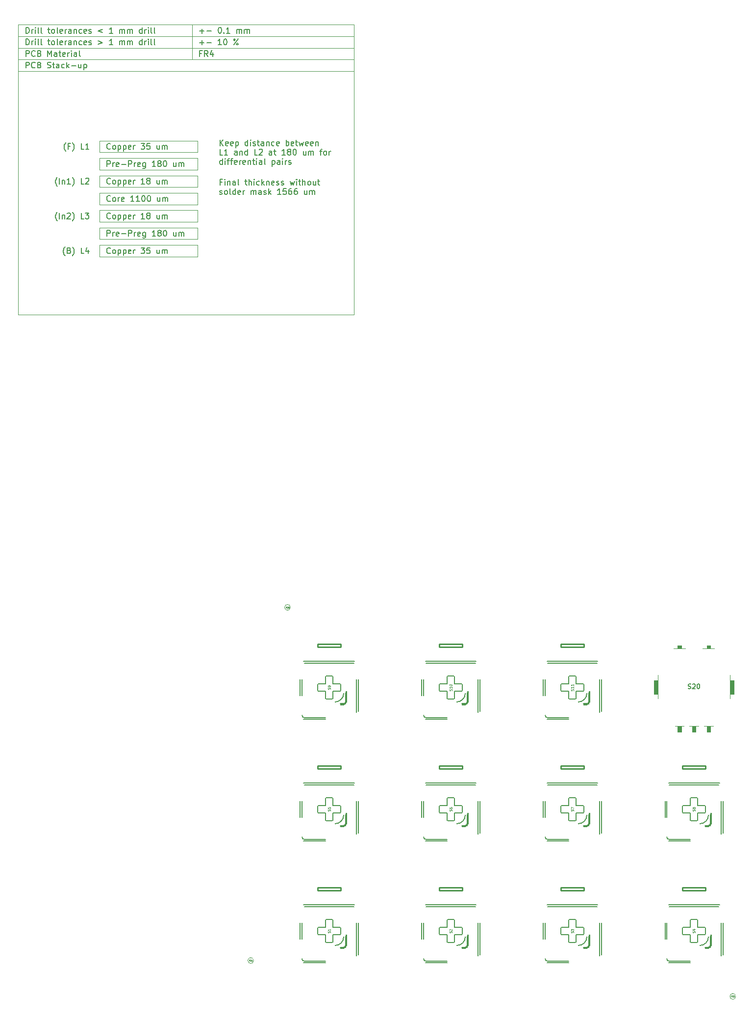
<source format=gbr>
G04 #@! TF.GenerationSoftware,KiCad,Pcbnew,8.0.7*
G04 #@! TF.CreationDate,2025-01-08T02:37:30+02:00*
G04 #@! TF.ProjectId,000018 PGKB,30303030-3138-4205-9047-4b422e6b6963,3.0*
G04 #@! TF.SameCoordinates,Original*
G04 #@! TF.FileFunction,AssemblyDrawing,Top*
%FSLAX46Y46*%
G04 Gerber Fmt 4.6, Leading zero omitted, Abs format (unit mm)*
G04 Created by KiCad (PCBNEW 8.0.7) date 2025-01-08 02:37:30*
%MOMM*%
%LPD*%
G01*
G04 APERTURE LIST*
%ADD10C,0.100000*%
%ADD11C,0.150000*%
%ADD12C,0.060000*%
%ADD13C,0.040000*%
%ADD14C,0.250000*%
G04 APERTURE END LIST*
D10*
X4200000Y-10200000D02*
X62200000Y-10200000D01*
X18200000Y-36200000D02*
X35200000Y-36200000D01*
X35200000Y-38200000D01*
X18200000Y-38200000D01*
X18200000Y-36200000D01*
X34200000Y-4200000D02*
X34200000Y-10200000D01*
X4200000Y-6200000D02*
X62200000Y-6200000D01*
X18200000Y-33200000D02*
X35200000Y-33200000D01*
X35200000Y-35200000D01*
X18200000Y-35200000D01*
X18200000Y-33200000D01*
X4200000Y-8200000D02*
X62200000Y-8200000D01*
X4200000Y-12200000D02*
X62200000Y-12200000D01*
X4200000Y-4200000D02*
X62200000Y-4200000D01*
X62200000Y-54200000D01*
X4200000Y-54200000D01*
X4200000Y-4200000D01*
X18200000Y-24200000D02*
X35200000Y-24200000D01*
X35200000Y-26200000D01*
X18200000Y-26200000D01*
X18200000Y-24200000D01*
X18200000Y-42200000D02*
X35200000Y-42200000D01*
X35200000Y-44200000D01*
X18200000Y-44200000D01*
X18200000Y-42200000D01*
X18200000Y-27200000D02*
X35200000Y-27200000D01*
X35200000Y-29200000D01*
X18200000Y-29200000D01*
X18200000Y-27200000D01*
X18200000Y-30200000D02*
X35200000Y-30200000D01*
X35200000Y-32200000D01*
X18200000Y-32200000D01*
X18200000Y-30200000D01*
X18200000Y-39200000D02*
X35200000Y-39200000D01*
X35200000Y-41200000D01*
X18200000Y-41200000D01*
X18200000Y-39200000D01*
D11*
X20108207Y-34559580D02*
X20060588Y-34607200D01*
X20060588Y-34607200D02*
X19917731Y-34654819D01*
X19917731Y-34654819D02*
X19822493Y-34654819D01*
X19822493Y-34654819D02*
X19679636Y-34607200D01*
X19679636Y-34607200D02*
X19584398Y-34511961D01*
X19584398Y-34511961D02*
X19536779Y-34416723D01*
X19536779Y-34416723D02*
X19489160Y-34226247D01*
X19489160Y-34226247D02*
X19489160Y-34083390D01*
X19489160Y-34083390D02*
X19536779Y-33892914D01*
X19536779Y-33892914D02*
X19584398Y-33797676D01*
X19584398Y-33797676D02*
X19679636Y-33702438D01*
X19679636Y-33702438D02*
X19822493Y-33654819D01*
X19822493Y-33654819D02*
X19917731Y-33654819D01*
X19917731Y-33654819D02*
X20060588Y-33702438D01*
X20060588Y-33702438D02*
X20108207Y-33750057D01*
X20679636Y-34654819D02*
X20584398Y-34607200D01*
X20584398Y-34607200D02*
X20536779Y-34559580D01*
X20536779Y-34559580D02*
X20489160Y-34464342D01*
X20489160Y-34464342D02*
X20489160Y-34178628D01*
X20489160Y-34178628D02*
X20536779Y-34083390D01*
X20536779Y-34083390D02*
X20584398Y-34035771D01*
X20584398Y-34035771D02*
X20679636Y-33988152D01*
X20679636Y-33988152D02*
X20822493Y-33988152D01*
X20822493Y-33988152D02*
X20917731Y-34035771D01*
X20917731Y-34035771D02*
X20965350Y-34083390D01*
X20965350Y-34083390D02*
X21012969Y-34178628D01*
X21012969Y-34178628D02*
X21012969Y-34464342D01*
X21012969Y-34464342D02*
X20965350Y-34559580D01*
X20965350Y-34559580D02*
X20917731Y-34607200D01*
X20917731Y-34607200D02*
X20822493Y-34654819D01*
X20822493Y-34654819D02*
X20679636Y-34654819D01*
X21441541Y-34654819D02*
X21441541Y-33988152D01*
X21441541Y-34178628D02*
X21489160Y-34083390D01*
X21489160Y-34083390D02*
X21536779Y-34035771D01*
X21536779Y-34035771D02*
X21632017Y-33988152D01*
X21632017Y-33988152D02*
X21727255Y-33988152D01*
X22441541Y-34607200D02*
X22346303Y-34654819D01*
X22346303Y-34654819D02*
X22155827Y-34654819D01*
X22155827Y-34654819D02*
X22060589Y-34607200D01*
X22060589Y-34607200D02*
X22012970Y-34511961D01*
X22012970Y-34511961D02*
X22012970Y-34131009D01*
X22012970Y-34131009D02*
X22060589Y-34035771D01*
X22060589Y-34035771D02*
X22155827Y-33988152D01*
X22155827Y-33988152D02*
X22346303Y-33988152D01*
X22346303Y-33988152D02*
X22441541Y-34035771D01*
X22441541Y-34035771D02*
X22489160Y-34131009D01*
X22489160Y-34131009D02*
X22489160Y-34226247D01*
X22489160Y-34226247D02*
X22012970Y-34321485D01*
X24203446Y-34654819D02*
X23632018Y-34654819D01*
X23917732Y-34654819D02*
X23917732Y-33654819D01*
X23917732Y-33654819D02*
X23822494Y-33797676D01*
X23822494Y-33797676D02*
X23727256Y-33892914D01*
X23727256Y-33892914D02*
X23632018Y-33940533D01*
X25155827Y-34654819D02*
X24584399Y-34654819D01*
X24870113Y-34654819D02*
X24870113Y-33654819D01*
X24870113Y-33654819D02*
X24774875Y-33797676D01*
X24774875Y-33797676D02*
X24679637Y-33892914D01*
X24679637Y-33892914D02*
X24584399Y-33940533D01*
X25774875Y-33654819D02*
X25870113Y-33654819D01*
X25870113Y-33654819D02*
X25965351Y-33702438D01*
X25965351Y-33702438D02*
X26012970Y-33750057D01*
X26012970Y-33750057D02*
X26060589Y-33845295D01*
X26060589Y-33845295D02*
X26108208Y-34035771D01*
X26108208Y-34035771D02*
X26108208Y-34273866D01*
X26108208Y-34273866D02*
X26060589Y-34464342D01*
X26060589Y-34464342D02*
X26012970Y-34559580D01*
X26012970Y-34559580D02*
X25965351Y-34607200D01*
X25965351Y-34607200D02*
X25870113Y-34654819D01*
X25870113Y-34654819D02*
X25774875Y-34654819D01*
X25774875Y-34654819D02*
X25679637Y-34607200D01*
X25679637Y-34607200D02*
X25632018Y-34559580D01*
X25632018Y-34559580D02*
X25584399Y-34464342D01*
X25584399Y-34464342D02*
X25536780Y-34273866D01*
X25536780Y-34273866D02*
X25536780Y-34035771D01*
X25536780Y-34035771D02*
X25584399Y-33845295D01*
X25584399Y-33845295D02*
X25632018Y-33750057D01*
X25632018Y-33750057D02*
X25679637Y-33702438D01*
X25679637Y-33702438D02*
X25774875Y-33654819D01*
X26727256Y-33654819D02*
X26822494Y-33654819D01*
X26822494Y-33654819D02*
X26917732Y-33702438D01*
X26917732Y-33702438D02*
X26965351Y-33750057D01*
X26965351Y-33750057D02*
X27012970Y-33845295D01*
X27012970Y-33845295D02*
X27060589Y-34035771D01*
X27060589Y-34035771D02*
X27060589Y-34273866D01*
X27060589Y-34273866D02*
X27012970Y-34464342D01*
X27012970Y-34464342D02*
X26965351Y-34559580D01*
X26965351Y-34559580D02*
X26917732Y-34607200D01*
X26917732Y-34607200D02*
X26822494Y-34654819D01*
X26822494Y-34654819D02*
X26727256Y-34654819D01*
X26727256Y-34654819D02*
X26632018Y-34607200D01*
X26632018Y-34607200D02*
X26584399Y-34559580D01*
X26584399Y-34559580D02*
X26536780Y-34464342D01*
X26536780Y-34464342D02*
X26489161Y-34273866D01*
X26489161Y-34273866D02*
X26489161Y-34035771D01*
X26489161Y-34035771D02*
X26536780Y-33845295D01*
X26536780Y-33845295D02*
X26584399Y-33750057D01*
X26584399Y-33750057D02*
X26632018Y-33702438D01*
X26632018Y-33702438D02*
X26727256Y-33654819D01*
X28679637Y-33988152D02*
X28679637Y-34654819D01*
X28251066Y-33988152D02*
X28251066Y-34511961D01*
X28251066Y-34511961D02*
X28298685Y-34607200D01*
X28298685Y-34607200D02*
X28393923Y-34654819D01*
X28393923Y-34654819D02*
X28536780Y-34654819D01*
X28536780Y-34654819D02*
X28632018Y-34607200D01*
X28632018Y-34607200D02*
X28679637Y-34559580D01*
X29155828Y-34654819D02*
X29155828Y-33988152D01*
X29155828Y-34083390D02*
X29203447Y-34035771D01*
X29203447Y-34035771D02*
X29298685Y-33988152D01*
X29298685Y-33988152D02*
X29441542Y-33988152D01*
X29441542Y-33988152D02*
X29536780Y-34035771D01*
X29536780Y-34035771D02*
X29584399Y-34131009D01*
X29584399Y-34131009D02*
X29584399Y-34654819D01*
X29584399Y-34131009D02*
X29632018Y-34035771D01*
X29632018Y-34035771D02*
X29727256Y-33988152D01*
X29727256Y-33988152D02*
X29870113Y-33988152D01*
X29870113Y-33988152D02*
X29965352Y-34035771D01*
X29965352Y-34035771D02*
X30012971Y-34131009D01*
X30012971Y-34131009D02*
X30012971Y-34654819D01*
X35870112Y-9131009D02*
X35536779Y-9131009D01*
X35536779Y-9654819D02*
X35536779Y-8654819D01*
X35536779Y-8654819D02*
X36012969Y-8654819D01*
X36965350Y-9654819D02*
X36632017Y-9178628D01*
X36393922Y-9654819D02*
X36393922Y-8654819D01*
X36393922Y-8654819D02*
X36774874Y-8654819D01*
X36774874Y-8654819D02*
X36870112Y-8702438D01*
X36870112Y-8702438D02*
X36917731Y-8750057D01*
X36917731Y-8750057D02*
X36965350Y-8845295D01*
X36965350Y-8845295D02*
X36965350Y-8988152D01*
X36965350Y-8988152D02*
X36917731Y-9083390D01*
X36917731Y-9083390D02*
X36870112Y-9131009D01*
X36870112Y-9131009D02*
X36774874Y-9178628D01*
X36774874Y-9178628D02*
X36393922Y-9178628D01*
X37822493Y-8988152D02*
X37822493Y-9654819D01*
X37584398Y-8607200D02*
X37346303Y-9321485D01*
X37346303Y-9321485D02*
X37965350Y-9321485D01*
X10934648Y-38035771D02*
X10887029Y-37988152D01*
X10887029Y-37988152D02*
X10791791Y-37845295D01*
X10791791Y-37845295D02*
X10744172Y-37750057D01*
X10744172Y-37750057D02*
X10696553Y-37607200D01*
X10696553Y-37607200D02*
X10648934Y-37369104D01*
X10648934Y-37369104D02*
X10648934Y-37178628D01*
X10648934Y-37178628D02*
X10696553Y-36940533D01*
X10696553Y-36940533D02*
X10744172Y-36797676D01*
X10744172Y-36797676D02*
X10791791Y-36702438D01*
X10791791Y-36702438D02*
X10887029Y-36559580D01*
X10887029Y-36559580D02*
X10934648Y-36511961D01*
X11315601Y-37654819D02*
X11315601Y-36654819D01*
X11791791Y-36988152D02*
X11791791Y-37654819D01*
X11791791Y-37083390D02*
X11839410Y-37035771D01*
X11839410Y-37035771D02*
X11934648Y-36988152D01*
X11934648Y-36988152D02*
X12077505Y-36988152D01*
X12077505Y-36988152D02*
X12172743Y-37035771D01*
X12172743Y-37035771D02*
X12220362Y-37131009D01*
X12220362Y-37131009D02*
X12220362Y-37654819D01*
X12648934Y-36750057D02*
X12696553Y-36702438D01*
X12696553Y-36702438D02*
X12791791Y-36654819D01*
X12791791Y-36654819D02*
X13029886Y-36654819D01*
X13029886Y-36654819D02*
X13125124Y-36702438D01*
X13125124Y-36702438D02*
X13172743Y-36750057D01*
X13172743Y-36750057D02*
X13220362Y-36845295D01*
X13220362Y-36845295D02*
X13220362Y-36940533D01*
X13220362Y-36940533D02*
X13172743Y-37083390D01*
X13172743Y-37083390D02*
X12601315Y-37654819D01*
X12601315Y-37654819D02*
X13220362Y-37654819D01*
X13553696Y-38035771D02*
X13601315Y-37988152D01*
X13601315Y-37988152D02*
X13696553Y-37845295D01*
X13696553Y-37845295D02*
X13744172Y-37750057D01*
X13744172Y-37750057D02*
X13791791Y-37607200D01*
X13791791Y-37607200D02*
X13839410Y-37369104D01*
X13839410Y-37369104D02*
X13839410Y-37178628D01*
X13839410Y-37178628D02*
X13791791Y-36940533D01*
X13791791Y-36940533D02*
X13744172Y-36797676D01*
X13744172Y-36797676D02*
X13696553Y-36702438D01*
X13696553Y-36702438D02*
X13601315Y-36559580D01*
X13601315Y-36559580D02*
X13553696Y-36511961D01*
X15553696Y-37654819D02*
X15077506Y-37654819D01*
X15077506Y-37654819D02*
X15077506Y-36654819D01*
X15791792Y-36654819D02*
X16410839Y-36654819D01*
X16410839Y-36654819D02*
X16077506Y-37035771D01*
X16077506Y-37035771D02*
X16220363Y-37035771D01*
X16220363Y-37035771D02*
X16315601Y-37083390D01*
X16315601Y-37083390D02*
X16363220Y-37131009D01*
X16363220Y-37131009D02*
X16410839Y-37226247D01*
X16410839Y-37226247D02*
X16410839Y-37464342D01*
X16410839Y-37464342D02*
X16363220Y-37559580D01*
X16363220Y-37559580D02*
X16315601Y-37607200D01*
X16315601Y-37607200D02*
X16220363Y-37654819D01*
X16220363Y-37654819D02*
X15934649Y-37654819D01*
X15934649Y-37654819D02*
X15839411Y-37607200D01*
X15839411Y-37607200D02*
X15791792Y-37559580D01*
X39370112Y-31326037D02*
X39036779Y-31326037D01*
X39036779Y-31849847D02*
X39036779Y-30849847D01*
X39036779Y-30849847D02*
X39512969Y-30849847D01*
X39893922Y-31849847D02*
X39893922Y-31183180D01*
X39893922Y-30849847D02*
X39846303Y-30897466D01*
X39846303Y-30897466D02*
X39893922Y-30945085D01*
X39893922Y-30945085D02*
X39941541Y-30897466D01*
X39941541Y-30897466D02*
X39893922Y-30849847D01*
X39893922Y-30849847D02*
X39893922Y-30945085D01*
X40370112Y-31183180D02*
X40370112Y-31849847D01*
X40370112Y-31278418D02*
X40417731Y-31230799D01*
X40417731Y-31230799D02*
X40512969Y-31183180D01*
X40512969Y-31183180D02*
X40655826Y-31183180D01*
X40655826Y-31183180D02*
X40751064Y-31230799D01*
X40751064Y-31230799D02*
X40798683Y-31326037D01*
X40798683Y-31326037D02*
X40798683Y-31849847D01*
X41703445Y-31849847D02*
X41703445Y-31326037D01*
X41703445Y-31326037D02*
X41655826Y-31230799D01*
X41655826Y-31230799D02*
X41560588Y-31183180D01*
X41560588Y-31183180D02*
X41370112Y-31183180D01*
X41370112Y-31183180D02*
X41274874Y-31230799D01*
X41703445Y-31802228D02*
X41608207Y-31849847D01*
X41608207Y-31849847D02*
X41370112Y-31849847D01*
X41370112Y-31849847D02*
X41274874Y-31802228D01*
X41274874Y-31802228D02*
X41227255Y-31706989D01*
X41227255Y-31706989D02*
X41227255Y-31611751D01*
X41227255Y-31611751D02*
X41274874Y-31516513D01*
X41274874Y-31516513D02*
X41370112Y-31468894D01*
X41370112Y-31468894D02*
X41608207Y-31468894D01*
X41608207Y-31468894D02*
X41703445Y-31421275D01*
X42322493Y-31849847D02*
X42227255Y-31802228D01*
X42227255Y-31802228D02*
X42179636Y-31706989D01*
X42179636Y-31706989D02*
X42179636Y-30849847D01*
X43322494Y-31183180D02*
X43703446Y-31183180D01*
X43465351Y-30849847D02*
X43465351Y-31706989D01*
X43465351Y-31706989D02*
X43512970Y-31802228D01*
X43512970Y-31802228D02*
X43608208Y-31849847D01*
X43608208Y-31849847D02*
X43703446Y-31849847D01*
X44036780Y-31849847D02*
X44036780Y-30849847D01*
X44465351Y-31849847D02*
X44465351Y-31326037D01*
X44465351Y-31326037D02*
X44417732Y-31230799D01*
X44417732Y-31230799D02*
X44322494Y-31183180D01*
X44322494Y-31183180D02*
X44179637Y-31183180D01*
X44179637Y-31183180D02*
X44084399Y-31230799D01*
X44084399Y-31230799D02*
X44036780Y-31278418D01*
X44941542Y-31849847D02*
X44941542Y-31183180D01*
X44941542Y-30849847D02*
X44893923Y-30897466D01*
X44893923Y-30897466D02*
X44941542Y-30945085D01*
X44941542Y-30945085D02*
X44989161Y-30897466D01*
X44989161Y-30897466D02*
X44941542Y-30849847D01*
X44941542Y-30849847D02*
X44941542Y-30945085D01*
X45846303Y-31802228D02*
X45751065Y-31849847D01*
X45751065Y-31849847D02*
X45560589Y-31849847D01*
X45560589Y-31849847D02*
X45465351Y-31802228D01*
X45465351Y-31802228D02*
X45417732Y-31754608D01*
X45417732Y-31754608D02*
X45370113Y-31659370D01*
X45370113Y-31659370D02*
X45370113Y-31373656D01*
X45370113Y-31373656D02*
X45417732Y-31278418D01*
X45417732Y-31278418D02*
X45465351Y-31230799D01*
X45465351Y-31230799D02*
X45560589Y-31183180D01*
X45560589Y-31183180D02*
X45751065Y-31183180D01*
X45751065Y-31183180D02*
X45846303Y-31230799D01*
X46274875Y-31849847D02*
X46274875Y-30849847D01*
X46370113Y-31468894D02*
X46655827Y-31849847D01*
X46655827Y-31183180D02*
X46274875Y-31564132D01*
X47084399Y-31183180D02*
X47084399Y-31849847D01*
X47084399Y-31278418D02*
X47132018Y-31230799D01*
X47132018Y-31230799D02*
X47227256Y-31183180D01*
X47227256Y-31183180D02*
X47370113Y-31183180D01*
X47370113Y-31183180D02*
X47465351Y-31230799D01*
X47465351Y-31230799D02*
X47512970Y-31326037D01*
X47512970Y-31326037D02*
X47512970Y-31849847D01*
X48370113Y-31802228D02*
X48274875Y-31849847D01*
X48274875Y-31849847D02*
X48084399Y-31849847D01*
X48084399Y-31849847D02*
X47989161Y-31802228D01*
X47989161Y-31802228D02*
X47941542Y-31706989D01*
X47941542Y-31706989D02*
X47941542Y-31326037D01*
X47941542Y-31326037D02*
X47989161Y-31230799D01*
X47989161Y-31230799D02*
X48084399Y-31183180D01*
X48084399Y-31183180D02*
X48274875Y-31183180D01*
X48274875Y-31183180D02*
X48370113Y-31230799D01*
X48370113Y-31230799D02*
X48417732Y-31326037D01*
X48417732Y-31326037D02*
X48417732Y-31421275D01*
X48417732Y-31421275D02*
X47941542Y-31516513D01*
X48798685Y-31802228D02*
X48893923Y-31849847D01*
X48893923Y-31849847D02*
X49084399Y-31849847D01*
X49084399Y-31849847D02*
X49179637Y-31802228D01*
X49179637Y-31802228D02*
X49227256Y-31706989D01*
X49227256Y-31706989D02*
X49227256Y-31659370D01*
X49227256Y-31659370D02*
X49179637Y-31564132D01*
X49179637Y-31564132D02*
X49084399Y-31516513D01*
X49084399Y-31516513D02*
X48941542Y-31516513D01*
X48941542Y-31516513D02*
X48846304Y-31468894D01*
X48846304Y-31468894D02*
X48798685Y-31373656D01*
X48798685Y-31373656D02*
X48798685Y-31326037D01*
X48798685Y-31326037D02*
X48846304Y-31230799D01*
X48846304Y-31230799D02*
X48941542Y-31183180D01*
X48941542Y-31183180D02*
X49084399Y-31183180D01*
X49084399Y-31183180D02*
X49179637Y-31230799D01*
X49608209Y-31802228D02*
X49703447Y-31849847D01*
X49703447Y-31849847D02*
X49893923Y-31849847D01*
X49893923Y-31849847D02*
X49989161Y-31802228D01*
X49989161Y-31802228D02*
X50036780Y-31706989D01*
X50036780Y-31706989D02*
X50036780Y-31659370D01*
X50036780Y-31659370D02*
X49989161Y-31564132D01*
X49989161Y-31564132D02*
X49893923Y-31516513D01*
X49893923Y-31516513D02*
X49751066Y-31516513D01*
X49751066Y-31516513D02*
X49655828Y-31468894D01*
X49655828Y-31468894D02*
X49608209Y-31373656D01*
X49608209Y-31373656D02*
X49608209Y-31326037D01*
X49608209Y-31326037D02*
X49655828Y-31230799D01*
X49655828Y-31230799D02*
X49751066Y-31183180D01*
X49751066Y-31183180D02*
X49893923Y-31183180D01*
X49893923Y-31183180D02*
X49989161Y-31230799D01*
X51132019Y-31183180D02*
X51322495Y-31849847D01*
X51322495Y-31849847D02*
X51512971Y-31373656D01*
X51512971Y-31373656D02*
X51703447Y-31849847D01*
X51703447Y-31849847D02*
X51893923Y-31183180D01*
X52274876Y-31849847D02*
X52274876Y-31183180D01*
X52274876Y-30849847D02*
X52227257Y-30897466D01*
X52227257Y-30897466D02*
X52274876Y-30945085D01*
X52274876Y-30945085D02*
X52322495Y-30897466D01*
X52322495Y-30897466D02*
X52274876Y-30849847D01*
X52274876Y-30849847D02*
X52274876Y-30945085D01*
X52608209Y-31183180D02*
X52989161Y-31183180D01*
X52751066Y-30849847D02*
X52751066Y-31706989D01*
X52751066Y-31706989D02*
X52798685Y-31802228D01*
X52798685Y-31802228D02*
X52893923Y-31849847D01*
X52893923Y-31849847D02*
X52989161Y-31849847D01*
X53322495Y-31849847D02*
X53322495Y-30849847D01*
X53751066Y-31849847D02*
X53751066Y-31326037D01*
X53751066Y-31326037D02*
X53703447Y-31230799D01*
X53703447Y-31230799D02*
X53608209Y-31183180D01*
X53608209Y-31183180D02*
X53465352Y-31183180D01*
X53465352Y-31183180D02*
X53370114Y-31230799D01*
X53370114Y-31230799D02*
X53322495Y-31278418D01*
X54370114Y-31849847D02*
X54274876Y-31802228D01*
X54274876Y-31802228D02*
X54227257Y-31754608D01*
X54227257Y-31754608D02*
X54179638Y-31659370D01*
X54179638Y-31659370D02*
X54179638Y-31373656D01*
X54179638Y-31373656D02*
X54227257Y-31278418D01*
X54227257Y-31278418D02*
X54274876Y-31230799D01*
X54274876Y-31230799D02*
X54370114Y-31183180D01*
X54370114Y-31183180D02*
X54512971Y-31183180D01*
X54512971Y-31183180D02*
X54608209Y-31230799D01*
X54608209Y-31230799D02*
X54655828Y-31278418D01*
X54655828Y-31278418D02*
X54703447Y-31373656D01*
X54703447Y-31373656D02*
X54703447Y-31659370D01*
X54703447Y-31659370D02*
X54655828Y-31754608D01*
X54655828Y-31754608D02*
X54608209Y-31802228D01*
X54608209Y-31802228D02*
X54512971Y-31849847D01*
X54512971Y-31849847D02*
X54370114Y-31849847D01*
X55560590Y-31183180D02*
X55560590Y-31849847D01*
X55132019Y-31183180D02*
X55132019Y-31706989D01*
X55132019Y-31706989D02*
X55179638Y-31802228D01*
X55179638Y-31802228D02*
X55274876Y-31849847D01*
X55274876Y-31849847D02*
X55417733Y-31849847D01*
X55417733Y-31849847D02*
X55512971Y-31802228D01*
X55512971Y-31802228D02*
X55560590Y-31754608D01*
X55893924Y-31183180D02*
X56274876Y-31183180D01*
X56036781Y-30849847D02*
X56036781Y-31706989D01*
X56036781Y-31706989D02*
X56084400Y-31802228D01*
X56084400Y-31802228D02*
X56179638Y-31849847D01*
X56179638Y-31849847D02*
X56274876Y-31849847D01*
X38989160Y-33412172D02*
X39084398Y-33459791D01*
X39084398Y-33459791D02*
X39274874Y-33459791D01*
X39274874Y-33459791D02*
X39370112Y-33412172D01*
X39370112Y-33412172D02*
X39417731Y-33316933D01*
X39417731Y-33316933D02*
X39417731Y-33269314D01*
X39417731Y-33269314D02*
X39370112Y-33174076D01*
X39370112Y-33174076D02*
X39274874Y-33126457D01*
X39274874Y-33126457D02*
X39132017Y-33126457D01*
X39132017Y-33126457D02*
X39036779Y-33078838D01*
X39036779Y-33078838D02*
X38989160Y-32983600D01*
X38989160Y-32983600D02*
X38989160Y-32935981D01*
X38989160Y-32935981D02*
X39036779Y-32840743D01*
X39036779Y-32840743D02*
X39132017Y-32793124D01*
X39132017Y-32793124D02*
X39274874Y-32793124D01*
X39274874Y-32793124D02*
X39370112Y-32840743D01*
X39989160Y-33459791D02*
X39893922Y-33412172D01*
X39893922Y-33412172D02*
X39846303Y-33364552D01*
X39846303Y-33364552D02*
X39798684Y-33269314D01*
X39798684Y-33269314D02*
X39798684Y-32983600D01*
X39798684Y-32983600D02*
X39846303Y-32888362D01*
X39846303Y-32888362D02*
X39893922Y-32840743D01*
X39893922Y-32840743D02*
X39989160Y-32793124D01*
X39989160Y-32793124D02*
X40132017Y-32793124D01*
X40132017Y-32793124D02*
X40227255Y-32840743D01*
X40227255Y-32840743D02*
X40274874Y-32888362D01*
X40274874Y-32888362D02*
X40322493Y-32983600D01*
X40322493Y-32983600D02*
X40322493Y-33269314D01*
X40322493Y-33269314D02*
X40274874Y-33364552D01*
X40274874Y-33364552D02*
X40227255Y-33412172D01*
X40227255Y-33412172D02*
X40132017Y-33459791D01*
X40132017Y-33459791D02*
X39989160Y-33459791D01*
X40893922Y-33459791D02*
X40798684Y-33412172D01*
X40798684Y-33412172D02*
X40751065Y-33316933D01*
X40751065Y-33316933D02*
X40751065Y-32459791D01*
X41703446Y-33459791D02*
X41703446Y-32459791D01*
X41703446Y-33412172D02*
X41608208Y-33459791D01*
X41608208Y-33459791D02*
X41417732Y-33459791D01*
X41417732Y-33459791D02*
X41322494Y-33412172D01*
X41322494Y-33412172D02*
X41274875Y-33364552D01*
X41274875Y-33364552D02*
X41227256Y-33269314D01*
X41227256Y-33269314D02*
X41227256Y-32983600D01*
X41227256Y-32983600D02*
X41274875Y-32888362D01*
X41274875Y-32888362D02*
X41322494Y-32840743D01*
X41322494Y-32840743D02*
X41417732Y-32793124D01*
X41417732Y-32793124D02*
X41608208Y-32793124D01*
X41608208Y-32793124D02*
X41703446Y-32840743D01*
X42560589Y-33412172D02*
X42465351Y-33459791D01*
X42465351Y-33459791D02*
X42274875Y-33459791D01*
X42274875Y-33459791D02*
X42179637Y-33412172D01*
X42179637Y-33412172D02*
X42132018Y-33316933D01*
X42132018Y-33316933D02*
X42132018Y-32935981D01*
X42132018Y-32935981D02*
X42179637Y-32840743D01*
X42179637Y-32840743D02*
X42274875Y-32793124D01*
X42274875Y-32793124D02*
X42465351Y-32793124D01*
X42465351Y-32793124D02*
X42560589Y-32840743D01*
X42560589Y-32840743D02*
X42608208Y-32935981D01*
X42608208Y-32935981D02*
X42608208Y-33031219D01*
X42608208Y-33031219D02*
X42132018Y-33126457D01*
X43036780Y-33459791D02*
X43036780Y-32793124D01*
X43036780Y-32983600D02*
X43084399Y-32888362D01*
X43084399Y-32888362D02*
X43132018Y-32840743D01*
X43132018Y-32840743D02*
X43227256Y-32793124D01*
X43227256Y-32793124D02*
X43322494Y-32793124D01*
X44417733Y-33459791D02*
X44417733Y-32793124D01*
X44417733Y-32888362D02*
X44465352Y-32840743D01*
X44465352Y-32840743D02*
X44560590Y-32793124D01*
X44560590Y-32793124D02*
X44703447Y-32793124D01*
X44703447Y-32793124D02*
X44798685Y-32840743D01*
X44798685Y-32840743D02*
X44846304Y-32935981D01*
X44846304Y-32935981D02*
X44846304Y-33459791D01*
X44846304Y-32935981D02*
X44893923Y-32840743D01*
X44893923Y-32840743D02*
X44989161Y-32793124D01*
X44989161Y-32793124D02*
X45132018Y-32793124D01*
X45132018Y-32793124D02*
X45227257Y-32840743D01*
X45227257Y-32840743D02*
X45274876Y-32935981D01*
X45274876Y-32935981D02*
X45274876Y-33459791D01*
X46179637Y-33459791D02*
X46179637Y-32935981D01*
X46179637Y-32935981D02*
X46132018Y-32840743D01*
X46132018Y-32840743D02*
X46036780Y-32793124D01*
X46036780Y-32793124D02*
X45846304Y-32793124D01*
X45846304Y-32793124D02*
X45751066Y-32840743D01*
X46179637Y-33412172D02*
X46084399Y-33459791D01*
X46084399Y-33459791D02*
X45846304Y-33459791D01*
X45846304Y-33459791D02*
X45751066Y-33412172D01*
X45751066Y-33412172D02*
X45703447Y-33316933D01*
X45703447Y-33316933D02*
X45703447Y-33221695D01*
X45703447Y-33221695D02*
X45751066Y-33126457D01*
X45751066Y-33126457D02*
X45846304Y-33078838D01*
X45846304Y-33078838D02*
X46084399Y-33078838D01*
X46084399Y-33078838D02*
X46179637Y-33031219D01*
X46608209Y-33412172D02*
X46703447Y-33459791D01*
X46703447Y-33459791D02*
X46893923Y-33459791D01*
X46893923Y-33459791D02*
X46989161Y-33412172D01*
X46989161Y-33412172D02*
X47036780Y-33316933D01*
X47036780Y-33316933D02*
X47036780Y-33269314D01*
X47036780Y-33269314D02*
X46989161Y-33174076D01*
X46989161Y-33174076D02*
X46893923Y-33126457D01*
X46893923Y-33126457D02*
X46751066Y-33126457D01*
X46751066Y-33126457D02*
X46655828Y-33078838D01*
X46655828Y-33078838D02*
X46608209Y-32983600D01*
X46608209Y-32983600D02*
X46608209Y-32935981D01*
X46608209Y-32935981D02*
X46655828Y-32840743D01*
X46655828Y-32840743D02*
X46751066Y-32793124D01*
X46751066Y-32793124D02*
X46893923Y-32793124D01*
X46893923Y-32793124D02*
X46989161Y-32840743D01*
X47465352Y-33459791D02*
X47465352Y-32459791D01*
X47560590Y-33078838D02*
X47846304Y-33459791D01*
X47846304Y-32793124D02*
X47465352Y-33174076D01*
X49560590Y-33459791D02*
X48989162Y-33459791D01*
X49274876Y-33459791D02*
X49274876Y-32459791D01*
X49274876Y-32459791D02*
X49179638Y-32602648D01*
X49179638Y-32602648D02*
X49084400Y-32697886D01*
X49084400Y-32697886D02*
X48989162Y-32745505D01*
X50465352Y-32459791D02*
X49989162Y-32459791D01*
X49989162Y-32459791D02*
X49941543Y-32935981D01*
X49941543Y-32935981D02*
X49989162Y-32888362D01*
X49989162Y-32888362D02*
X50084400Y-32840743D01*
X50084400Y-32840743D02*
X50322495Y-32840743D01*
X50322495Y-32840743D02*
X50417733Y-32888362D01*
X50417733Y-32888362D02*
X50465352Y-32935981D01*
X50465352Y-32935981D02*
X50512971Y-33031219D01*
X50512971Y-33031219D02*
X50512971Y-33269314D01*
X50512971Y-33269314D02*
X50465352Y-33364552D01*
X50465352Y-33364552D02*
X50417733Y-33412172D01*
X50417733Y-33412172D02*
X50322495Y-33459791D01*
X50322495Y-33459791D02*
X50084400Y-33459791D01*
X50084400Y-33459791D02*
X49989162Y-33412172D01*
X49989162Y-33412172D02*
X49941543Y-33364552D01*
X51370114Y-32459791D02*
X51179638Y-32459791D01*
X51179638Y-32459791D02*
X51084400Y-32507410D01*
X51084400Y-32507410D02*
X51036781Y-32555029D01*
X51036781Y-32555029D02*
X50941543Y-32697886D01*
X50941543Y-32697886D02*
X50893924Y-32888362D01*
X50893924Y-32888362D02*
X50893924Y-33269314D01*
X50893924Y-33269314D02*
X50941543Y-33364552D01*
X50941543Y-33364552D02*
X50989162Y-33412172D01*
X50989162Y-33412172D02*
X51084400Y-33459791D01*
X51084400Y-33459791D02*
X51274876Y-33459791D01*
X51274876Y-33459791D02*
X51370114Y-33412172D01*
X51370114Y-33412172D02*
X51417733Y-33364552D01*
X51417733Y-33364552D02*
X51465352Y-33269314D01*
X51465352Y-33269314D02*
X51465352Y-33031219D01*
X51465352Y-33031219D02*
X51417733Y-32935981D01*
X51417733Y-32935981D02*
X51370114Y-32888362D01*
X51370114Y-32888362D02*
X51274876Y-32840743D01*
X51274876Y-32840743D02*
X51084400Y-32840743D01*
X51084400Y-32840743D02*
X50989162Y-32888362D01*
X50989162Y-32888362D02*
X50941543Y-32935981D01*
X50941543Y-32935981D02*
X50893924Y-33031219D01*
X52322495Y-32459791D02*
X52132019Y-32459791D01*
X52132019Y-32459791D02*
X52036781Y-32507410D01*
X52036781Y-32507410D02*
X51989162Y-32555029D01*
X51989162Y-32555029D02*
X51893924Y-32697886D01*
X51893924Y-32697886D02*
X51846305Y-32888362D01*
X51846305Y-32888362D02*
X51846305Y-33269314D01*
X51846305Y-33269314D02*
X51893924Y-33364552D01*
X51893924Y-33364552D02*
X51941543Y-33412172D01*
X51941543Y-33412172D02*
X52036781Y-33459791D01*
X52036781Y-33459791D02*
X52227257Y-33459791D01*
X52227257Y-33459791D02*
X52322495Y-33412172D01*
X52322495Y-33412172D02*
X52370114Y-33364552D01*
X52370114Y-33364552D02*
X52417733Y-33269314D01*
X52417733Y-33269314D02*
X52417733Y-33031219D01*
X52417733Y-33031219D02*
X52370114Y-32935981D01*
X52370114Y-32935981D02*
X52322495Y-32888362D01*
X52322495Y-32888362D02*
X52227257Y-32840743D01*
X52227257Y-32840743D02*
X52036781Y-32840743D01*
X52036781Y-32840743D02*
X51941543Y-32888362D01*
X51941543Y-32888362D02*
X51893924Y-32935981D01*
X51893924Y-32935981D02*
X51846305Y-33031219D01*
X54036781Y-32793124D02*
X54036781Y-33459791D01*
X53608210Y-32793124D02*
X53608210Y-33316933D01*
X53608210Y-33316933D02*
X53655829Y-33412172D01*
X53655829Y-33412172D02*
X53751067Y-33459791D01*
X53751067Y-33459791D02*
X53893924Y-33459791D01*
X53893924Y-33459791D02*
X53989162Y-33412172D01*
X53989162Y-33412172D02*
X54036781Y-33364552D01*
X54512972Y-33459791D02*
X54512972Y-32793124D01*
X54512972Y-32888362D02*
X54560591Y-32840743D01*
X54560591Y-32840743D02*
X54655829Y-32793124D01*
X54655829Y-32793124D02*
X54798686Y-32793124D01*
X54798686Y-32793124D02*
X54893924Y-32840743D01*
X54893924Y-32840743D02*
X54941543Y-32935981D01*
X54941543Y-32935981D02*
X54941543Y-33459791D01*
X54941543Y-32935981D02*
X54989162Y-32840743D01*
X54989162Y-32840743D02*
X55084400Y-32793124D01*
X55084400Y-32793124D02*
X55227257Y-32793124D01*
X55227257Y-32793124D02*
X55322496Y-32840743D01*
X55322496Y-32840743D02*
X55370115Y-32935981D01*
X55370115Y-32935981D02*
X55370115Y-33459791D01*
X5536779Y-9654819D02*
X5536779Y-8654819D01*
X5536779Y-8654819D02*
X5917731Y-8654819D01*
X5917731Y-8654819D02*
X6012969Y-8702438D01*
X6012969Y-8702438D02*
X6060588Y-8750057D01*
X6060588Y-8750057D02*
X6108207Y-8845295D01*
X6108207Y-8845295D02*
X6108207Y-8988152D01*
X6108207Y-8988152D02*
X6060588Y-9083390D01*
X6060588Y-9083390D02*
X6012969Y-9131009D01*
X6012969Y-9131009D02*
X5917731Y-9178628D01*
X5917731Y-9178628D02*
X5536779Y-9178628D01*
X7108207Y-9559580D02*
X7060588Y-9607200D01*
X7060588Y-9607200D02*
X6917731Y-9654819D01*
X6917731Y-9654819D02*
X6822493Y-9654819D01*
X6822493Y-9654819D02*
X6679636Y-9607200D01*
X6679636Y-9607200D02*
X6584398Y-9511961D01*
X6584398Y-9511961D02*
X6536779Y-9416723D01*
X6536779Y-9416723D02*
X6489160Y-9226247D01*
X6489160Y-9226247D02*
X6489160Y-9083390D01*
X6489160Y-9083390D02*
X6536779Y-8892914D01*
X6536779Y-8892914D02*
X6584398Y-8797676D01*
X6584398Y-8797676D02*
X6679636Y-8702438D01*
X6679636Y-8702438D02*
X6822493Y-8654819D01*
X6822493Y-8654819D02*
X6917731Y-8654819D01*
X6917731Y-8654819D02*
X7060588Y-8702438D01*
X7060588Y-8702438D02*
X7108207Y-8750057D01*
X7870112Y-9131009D02*
X8012969Y-9178628D01*
X8012969Y-9178628D02*
X8060588Y-9226247D01*
X8060588Y-9226247D02*
X8108207Y-9321485D01*
X8108207Y-9321485D02*
X8108207Y-9464342D01*
X8108207Y-9464342D02*
X8060588Y-9559580D01*
X8060588Y-9559580D02*
X8012969Y-9607200D01*
X8012969Y-9607200D02*
X7917731Y-9654819D01*
X7917731Y-9654819D02*
X7536779Y-9654819D01*
X7536779Y-9654819D02*
X7536779Y-8654819D01*
X7536779Y-8654819D02*
X7870112Y-8654819D01*
X7870112Y-8654819D02*
X7965350Y-8702438D01*
X7965350Y-8702438D02*
X8012969Y-8750057D01*
X8012969Y-8750057D02*
X8060588Y-8845295D01*
X8060588Y-8845295D02*
X8060588Y-8940533D01*
X8060588Y-8940533D02*
X8012969Y-9035771D01*
X8012969Y-9035771D02*
X7965350Y-9083390D01*
X7965350Y-9083390D02*
X7870112Y-9131009D01*
X7870112Y-9131009D02*
X7536779Y-9131009D01*
X9298684Y-9654819D02*
X9298684Y-8654819D01*
X9298684Y-8654819D02*
X9632017Y-9369104D01*
X9632017Y-9369104D02*
X9965350Y-8654819D01*
X9965350Y-8654819D02*
X9965350Y-9654819D01*
X10870112Y-9654819D02*
X10870112Y-9131009D01*
X10870112Y-9131009D02*
X10822493Y-9035771D01*
X10822493Y-9035771D02*
X10727255Y-8988152D01*
X10727255Y-8988152D02*
X10536779Y-8988152D01*
X10536779Y-8988152D02*
X10441541Y-9035771D01*
X10870112Y-9607200D02*
X10774874Y-9654819D01*
X10774874Y-9654819D02*
X10536779Y-9654819D01*
X10536779Y-9654819D02*
X10441541Y-9607200D01*
X10441541Y-9607200D02*
X10393922Y-9511961D01*
X10393922Y-9511961D02*
X10393922Y-9416723D01*
X10393922Y-9416723D02*
X10441541Y-9321485D01*
X10441541Y-9321485D02*
X10536779Y-9273866D01*
X10536779Y-9273866D02*
X10774874Y-9273866D01*
X10774874Y-9273866D02*
X10870112Y-9226247D01*
X11203446Y-8988152D02*
X11584398Y-8988152D01*
X11346303Y-8654819D02*
X11346303Y-9511961D01*
X11346303Y-9511961D02*
X11393922Y-9607200D01*
X11393922Y-9607200D02*
X11489160Y-9654819D01*
X11489160Y-9654819D02*
X11584398Y-9654819D01*
X12298684Y-9607200D02*
X12203446Y-9654819D01*
X12203446Y-9654819D02*
X12012970Y-9654819D01*
X12012970Y-9654819D02*
X11917732Y-9607200D01*
X11917732Y-9607200D02*
X11870113Y-9511961D01*
X11870113Y-9511961D02*
X11870113Y-9131009D01*
X11870113Y-9131009D02*
X11917732Y-9035771D01*
X11917732Y-9035771D02*
X12012970Y-8988152D01*
X12012970Y-8988152D02*
X12203446Y-8988152D01*
X12203446Y-8988152D02*
X12298684Y-9035771D01*
X12298684Y-9035771D02*
X12346303Y-9131009D01*
X12346303Y-9131009D02*
X12346303Y-9226247D01*
X12346303Y-9226247D02*
X11870113Y-9321485D01*
X12774875Y-9654819D02*
X12774875Y-8988152D01*
X12774875Y-9178628D02*
X12822494Y-9083390D01*
X12822494Y-9083390D02*
X12870113Y-9035771D01*
X12870113Y-9035771D02*
X12965351Y-8988152D01*
X12965351Y-8988152D02*
X13060589Y-8988152D01*
X13393923Y-9654819D02*
X13393923Y-8988152D01*
X13393923Y-8654819D02*
X13346304Y-8702438D01*
X13346304Y-8702438D02*
X13393923Y-8750057D01*
X13393923Y-8750057D02*
X13441542Y-8702438D01*
X13441542Y-8702438D02*
X13393923Y-8654819D01*
X13393923Y-8654819D02*
X13393923Y-8750057D01*
X14298684Y-9654819D02*
X14298684Y-9131009D01*
X14298684Y-9131009D02*
X14251065Y-9035771D01*
X14251065Y-9035771D02*
X14155827Y-8988152D01*
X14155827Y-8988152D02*
X13965351Y-8988152D01*
X13965351Y-8988152D02*
X13870113Y-9035771D01*
X14298684Y-9607200D02*
X14203446Y-9654819D01*
X14203446Y-9654819D02*
X13965351Y-9654819D01*
X13965351Y-9654819D02*
X13870113Y-9607200D01*
X13870113Y-9607200D02*
X13822494Y-9511961D01*
X13822494Y-9511961D02*
X13822494Y-9416723D01*
X13822494Y-9416723D02*
X13870113Y-9321485D01*
X13870113Y-9321485D02*
X13965351Y-9273866D01*
X13965351Y-9273866D02*
X14203446Y-9273866D01*
X14203446Y-9273866D02*
X14298684Y-9226247D01*
X14917732Y-9654819D02*
X14822494Y-9607200D01*
X14822494Y-9607200D02*
X14774875Y-9511961D01*
X14774875Y-9511961D02*
X14774875Y-8654819D01*
X5536779Y-5654819D02*
X5536779Y-4654819D01*
X5536779Y-4654819D02*
X5774874Y-4654819D01*
X5774874Y-4654819D02*
X5917731Y-4702438D01*
X5917731Y-4702438D02*
X6012969Y-4797676D01*
X6012969Y-4797676D02*
X6060588Y-4892914D01*
X6060588Y-4892914D02*
X6108207Y-5083390D01*
X6108207Y-5083390D02*
X6108207Y-5226247D01*
X6108207Y-5226247D02*
X6060588Y-5416723D01*
X6060588Y-5416723D02*
X6012969Y-5511961D01*
X6012969Y-5511961D02*
X5917731Y-5607200D01*
X5917731Y-5607200D02*
X5774874Y-5654819D01*
X5774874Y-5654819D02*
X5536779Y-5654819D01*
X6536779Y-5654819D02*
X6536779Y-4988152D01*
X6536779Y-5178628D02*
X6584398Y-5083390D01*
X6584398Y-5083390D02*
X6632017Y-5035771D01*
X6632017Y-5035771D02*
X6727255Y-4988152D01*
X6727255Y-4988152D02*
X6822493Y-4988152D01*
X7155827Y-5654819D02*
X7155827Y-4988152D01*
X7155827Y-4654819D02*
X7108208Y-4702438D01*
X7108208Y-4702438D02*
X7155827Y-4750057D01*
X7155827Y-4750057D02*
X7203446Y-4702438D01*
X7203446Y-4702438D02*
X7155827Y-4654819D01*
X7155827Y-4654819D02*
X7155827Y-4750057D01*
X7774874Y-5654819D02*
X7679636Y-5607200D01*
X7679636Y-5607200D02*
X7632017Y-5511961D01*
X7632017Y-5511961D02*
X7632017Y-4654819D01*
X8298684Y-5654819D02*
X8203446Y-5607200D01*
X8203446Y-5607200D02*
X8155827Y-5511961D01*
X8155827Y-5511961D02*
X8155827Y-4654819D01*
X9298685Y-4988152D02*
X9679637Y-4988152D01*
X9441542Y-4654819D02*
X9441542Y-5511961D01*
X9441542Y-5511961D02*
X9489161Y-5607200D01*
X9489161Y-5607200D02*
X9584399Y-5654819D01*
X9584399Y-5654819D02*
X9679637Y-5654819D01*
X10155828Y-5654819D02*
X10060590Y-5607200D01*
X10060590Y-5607200D02*
X10012971Y-5559580D01*
X10012971Y-5559580D02*
X9965352Y-5464342D01*
X9965352Y-5464342D02*
X9965352Y-5178628D01*
X9965352Y-5178628D02*
X10012971Y-5083390D01*
X10012971Y-5083390D02*
X10060590Y-5035771D01*
X10060590Y-5035771D02*
X10155828Y-4988152D01*
X10155828Y-4988152D02*
X10298685Y-4988152D01*
X10298685Y-4988152D02*
X10393923Y-5035771D01*
X10393923Y-5035771D02*
X10441542Y-5083390D01*
X10441542Y-5083390D02*
X10489161Y-5178628D01*
X10489161Y-5178628D02*
X10489161Y-5464342D01*
X10489161Y-5464342D02*
X10441542Y-5559580D01*
X10441542Y-5559580D02*
X10393923Y-5607200D01*
X10393923Y-5607200D02*
X10298685Y-5654819D01*
X10298685Y-5654819D02*
X10155828Y-5654819D01*
X11060590Y-5654819D02*
X10965352Y-5607200D01*
X10965352Y-5607200D02*
X10917733Y-5511961D01*
X10917733Y-5511961D02*
X10917733Y-4654819D01*
X11822495Y-5607200D02*
X11727257Y-5654819D01*
X11727257Y-5654819D02*
X11536781Y-5654819D01*
X11536781Y-5654819D02*
X11441543Y-5607200D01*
X11441543Y-5607200D02*
X11393924Y-5511961D01*
X11393924Y-5511961D02*
X11393924Y-5131009D01*
X11393924Y-5131009D02*
X11441543Y-5035771D01*
X11441543Y-5035771D02*
X11536781Y-4988152D01*
X11536781Y-4988152D02*
X11727257Y-4988152D01*
X11727257Y-4988152D02*
X11822495Y-5035771D01*
X11822495Y-5035771D02*
X11870114Y-5131009D01*
X11870114Y-5131009D02*
X11870114Y-5226247D01*
X11870114Y-5226247D02*
X11393924Y-5321485D01*
X12298686Y-5654819D02*
X12298686Y-4988152D01*
X12298686Y-5178628D02*
X12346305Y-5083390D01*
X12346305Y-5083390D02*
X12393924Y-5035771D01*
X12393924Y-5035771D02*
X12489162Y-4988152D01*
X12489162Y-4988152D02*
X12584400Y-4988152D01*
X13346305Y-5654819D02*
X13346305Y-5131009D01*
X13346305Y-5131009D02*
X13298686Y-5035771D01*
X13298686Y-5035771D02*
X13203448Y-4988152D01*
X13203448Y-4988152D02*
X13012972Y-4988152D01*
X13012972Y-4988152D02*
X12917734Y-5035771D01*
X13346305Y-5607200D02*
X13251067Y-5654819D01*
X13251067Y-5654819D02*
X13012972Y-5654819D01*
X13012972Y-5654819D02*
X12917734Y-5607200D01*
X12917734Y-5607200D02*
X12870115Y-5511961D01*
X12870115Y-5511961D02*
X12870115Y-5416723D01*
X12870115Y-5416723D02*
X12917734Y-5321485D01*
X12917734Y-5321485D02*
X13012972Y-5273866D01*
X13012972Y-5273866D02*
X13251067Y-5273866D01*
X13251067Y-5273866D02*
X13346305Y-5226247D01*
X13822496Y-4988152D02*
X13822496Y-5654819D01*
X13822496Y-5083390D02*
X13870115Y-5035771D01*
X13870115Y-5035771D02*
X13965353Y-4988152D01*
X13965353Y-4988152D02*
X14108210Y-4988152D01*
X14108210Y-4988152D02*
X14203448Y-5035771D01*
X14203448Y-5035771D02*
X14251067Y-5131009D01*
X14251067Y-5131009D02*
X14251067Y-5654819D01*
X15155829Y-5607200D02*
X15060591Y-5654819D01*
X15060591Y-5654819D02*
X14870115Y-5654819D01*
X14870115Y-5654819D02*
X14774877Y-5607200D01*
X14774877Y-5607200D02*
X14727258Y-5559580D01*
X14727258Y-5559580D02*
X14679639Y-5464342D01*
X14679639Y-5464342D02*
X14679639Y-5178628D01*
X14679639Y-5178628D02*
X14727258Y-5083390D01*
X14727258Y-5083390D02*
X14774877Y-5035771D01*
X14774877Y-5035771D02*
X14870115Y-4988152D01*
X14870115Y-4988152D02*
X15060591Y-4988152D01*
X15060591Y-4988152D02*
X15155829Y-5035771D01*
X15965353Y-5607200D02*
X15870115Y-5654819D01*
X15870115Y-5654819D02*
X15679639Y-5654819D01*
X15679639Y-5654819D02*
X15584401Y-5607200D01*
X15584401Y-5607200D02*
X15536782Y-5511961D01*
X15536782Y-5511961D02*
X15536782Y-5131009D01*
X15536782Y-5131009D02*
X15584401Y-5035771D01*
X15584401Y-5035771D02*
X15679639Y-4988152D01*
X15679639Y-4988152D02*
X15870115Y-4988152D01*
X15870115Y-4988152D02*
X15965353Y-5035771D01*
X15965353Y-5035771D02*
X16012972Y-5131009D01*
X16012972Y-5131009D02*
X16012972Y-5226247D01*
X16012972Y-5226247D02*
X15536782Y-5321485D01*
X16393925Y-5607200D02*
X16489163Y-5654819D01*
X16489163Y-5654819D02*
X16679639Y-5654819D01*
X16679639Y-5654819D02*
X16774877Y-5607200D01*
X16774877Y-5607200D02*
X16822496Y-5511961D01*
X16822496Y-5511961D02*
X16822496Y-5464342D01*
X16822496Y-5464342D02*
X16774877Y-5369104D01*
X16774877Y-5369104D02*
X16679639Y-5321485D01*
X16679639Y-5321485D02*
X16536782Y-5321485D01*
X16536782Y-5321485D02*
X16441544Y-5273866D01*
X16441544Y-5273866D02*
X16393925Y-5178628D01*
X16393925Y-5178628D02*
X16393925Y-5131009D01*
X16393925Y-5131009D02*
X16441544Y-5035771D01*
X16441544Y-5035771D02*
X16536782Y-4988152D01*
X16536782Y-4988152D02*
X16679639Y-4988152D01*
X16679639Y-4988152D02*
X16774877Y-5035771D01*
X18774878Y-4988152D02*
X18012973Y-5273866D01*
X18012973Y-5273866D02*
X18774878Y-5559580D01*
X20536782Y-5654819D02*
X19965354Y-5654819D01*
X20251068Y-5654819D02*
X20251068Y-4654819D01*
X20251068Y-4654819D02*
X20155830Y-4797676D01*
X20155830Y-4797676D02*
X20060592Y-4892914D01*
X20060592Y-4892914D02*
X19965354Y-4940533D01*
X21727259Y-5654819D02*
X21727259Y-4988152D01*
X21727259Y-5083390D02*
X21774878Y-5035771D01*
X21774878Y-5035771D02*
X21870116Y-4988152D01*
X21870116Y-4988152D02*
X22012973Y-4988152D01*
X22012973Y-4988152D02*
X22108211Y-5035771D01*
X22108211Y-5035771D02*
X22155830Y-5131009D01*
X22155830Y-5131009D02*
X22155830Y-5654819D01*
X22155830Y-5131009D02*
X22203449Y-5035771D01*
X22203449Y-5035771D02*
X22298687Y-4988152D01*
X22298687Y-4988152D02*
X22441544Y-4988152D01*
X22441544Y-4988152D02*
X22536783Y-5035771D01*
X22536783Y-5035771D02*
X22584402Y-5131009D01*
X22584402Y-5131009D02*
X22584402Y-5654819D01*
X23060592Y-5654819D02*
X23060592Y-4988152D01*
X23060592Y-5083390D02*
X23108211Y-5035771D01*
X23108211Y-5035771D02*
X23203449Y-4988152D01*
X23203449Y-4988152D02*
X23346306Y-4988152D01*
X23346306Y-4988152D02*
X23441544Y-5035771D01*
X23441544Y-5035771D02*
X23489163Y-5131009D01*
X23489163Y-5131009D02*
X23489163Y-5654819D01*
X23489163Y-5131009D02*
X23536782Y-5035771D01*
X23536782Y-5035771D02*
X23632020Y-4988152D01*
X23632020Y-4988152D02*
X23774877Y-4988152D01*
X23774877Y-4988152D02*
X23870116Y-5035771D01*
X23870116Y-5035771D02*
X23917735Y-5131009D01*
X23917735Y-5131009D02*
X23917735Y-5654819D01*
X25584401Y-5654819D02*
X25584401Y-4654819D01*
X25584401Y-5607200D02*
X25489163Y-5654819D01*
X25489163Y-5654819D02*
X25298687Y-5654819D01*
X25298687Y-5654819D02*
X25203449Y-5607200D01*
X25203449Y-5607200D02*
X25155830Y-5559580D01*
X25155830Y-5559580D02*
X25108211Y-5464342D01*
X25108211Y-5464342D02*
X25108211Y-5178628D01*
X25108211Y-5178628D02*
X25155830Y-5083390D01*
X25155830Y-5083390D02*
X25203449Y-5035771D01*
X25203449Y-5035771D02*
X25298687Y-4988152D01*
X25298687Y-4988152D02*
X25489163Y-4988152D01*
X25489163Y-4988152D02*
X25584401Y-5035771D01*
X26060592Y-5654819D02*
X26060592Y-4988152D01*
X26060592Y-5178628D02*
X26108211Y-5083390D01*
X26108211Y-5083390D02*
X26155830Y-5035771D01*
X26155830Y-5035771D02*
X26251068Y-4988152D01*
X26251068Y-4988152D02*
X26346306Y-4988152D01*
X26679640Y-5654819D02*
X26679640Y-4988152D01*
X26679640Y-4654819D02*
X26632021Y-4702438D01*
X26632021Y-4702438D02*
X26679640Y-4750057D01*
X26679640Y-4750057D02*
X26727259Y-4702438D01*
X26727259Y-4702438D02*
X26679640Y-4654819D01*
X26679640Y-4654819D02*
X26679640Y-4750057D01*
X27298687Y-5654819D02*
X27203449Y-5607200D01*
X27203449Y-5607200D02*
X27155830Y-5511961D01*
X27155830Y-5511961D02*
X27155830Y-4654819D01*
X27822497Y-5654819D02*
X27727259Y-5607200D01*
X27727259Y-5607200D02*
X27679640Y-5511961D01*
X27679640Y-5511961D02*
X27679640Y-4654819D01*
X39036779Y-25044875D02*
X39036779Y-24044875D01*
X39608207Y-25044875D02*
X39179636Y-24473446D01*
X39608207Y-24044875D02*
X39036779Y-24616303D01*
X40417731Y-24997256D02*
X40322493Y-25044875D01*
X40322493Y-25044875D02*
X40132017Y-25044875D01*
X40132017Y-25044875D02*
X40036779Y-24997256D01*
X40036779Y-24997256D02*
X39989160Y-24902017D01*
X39989160Y-24902017D02*
X39989160Y-24521065D01*
X39989160Y-24521065D02*
X40036779Y-24425827D01*
X40036779Y-24425827D02*
X40132017Y-24378208D01*
X40132017Y-24378208D02*
X40322493Y-24378208D01*
X40322493Y-24378208D02*
X40417731Y-24425827D01*
X40417731Y-24425827D02*
X40465350Y-24521065D01*
X40465350Y-24521065D02*
X40465350Y-24616303D01*
X40465350Y-24616303D02*
X39989160Y-24711541D01*
X41274874Y-24997256D02*
X41179636Y-25044875D01*
X41179636Y-25044875D02*
X40989160Y-25044875D01*
X40989160Y-25044875D02*
X40893922Y-24997256D01*
X40893922Y-24997256D02*
X40846303Y-24902017D01*
X40846303Y-24902017D02*
X40846303Y-24521065D01*
X40846303Y-24521065D02*
X40893922Y-24425827D01*
X40893922Y-24425827D02*
X40989160Y-24378208D01*
X40989160Y-24378208D02*
X41179636Y-24378208D01*
X41179636Y-24378208D02*
X41274874Y-24425827D01*
X41274874Y-24425827D02*
X41322493Y-24521065D01*
X41322493Y-24521065D02*
X41322493Y-24616303D01*
X41322493Y-24616303D02*
X40846303Y-24711541D01*
X41751065Y-24378208D02*
X41751065Y-25378208D01*
X41751065Y-24425827D02*
X41846303Y-24378208D01*
X41846303Y-24378208D02*
X42036779Y-24378208D01*
X42036779Y-24378208D02*
X42132017Y-24425827D01*
X42132017Y-24425827D02*
X42179636Y-24473446D01*
X42179636Y-24473446D02*
X42227255Y-24568684D01*
X42227255Y-24568684D02*
X42227255Y-24854398D01*
X42227255Y-24854398D02*
X42179636Y-24949636D01*
X42179636Y-24949636D02*
X42132017Y-24997256D01*
X42132017Y-24997256D02*
X42036779Y-25044875D01*
X42036779Y-25044875D02*
X41846303Y-25044875D01*
X41846303Y-25044875D02*
X41751065Y-24997256D01*
X43846303Y-25044875D02*
X43846303Y-24044875D01*
X43846303Y-24997256D02*
X43751065Y-25044875D01*
X43751065Y-25044875D02*
X43560589Y-25044875D01*
X43560589Y-25044875D02*
X43465351Y-24997256D01*
X43465351Y-24997256D02*
X43417732Y-24949636D01*
X43417732Y-24949636D02*
X43370113Y-24854398D01*
X43370113Y-24854398D02*
X43370113Y-24568684D01*
X43370113Y-24568684D02*
X43417732Y-24473446D01*
X43417732Y-24473446D02*
X43465351Y-24425827D01*
X43465351Y-24425827D02*
X43560589Y-24378208D01*
X43560589Y-24378208D02*
X43751065Y-24378208D01*
X43751065Y-24378208D02*
X43846303Y-24425827D01*
X44322494Y-25044875D02*
X44322494Y-24378208D01*
X44322494Y-24044875D02*
X44274875Y-24092494D01*
X44274875Y-24092494D02*
X44322494Y-24140113D01*
X44322494Y-24140113D02*
X44370113Y-24092494D01*
X44370113Y-24092494D02*
X44322494Y-24044875D01*
X44322494Y-24044875D02*
X44322494Y-24140113D01*
X44751065Y-24997256D02*
X44846303Y-25044875D01*
X44846303Y-25044875D02*
X45036779Y-25044875D01*
X45036779Y-25044875D02*
X45132017Y-24997256D01*
X45132017Y-24997256D02*
X45179636Y-24902017D01*
X45179636Y-24902017D02*
X45179636Y-24854398D01*
X45179636Y-24854398D02*
X45132017Y-24759160D01*
X45132017Y-24759160D02*
X45036779Y-24711541D01*
X45036779Y-24711541D02*
X44893922Y-24711541D01*
X44893922Y-24711541D02*
X44798684Y-24663922D01*
X44798684Y-24663922D02*
X44751065Y-24568684D01*
X44751065Y-24568684D02*
X44751065Y-24521065D01*
X44751065Y-24521065D02*
X44798684Y-24425827D01*
X44798684Y-24425827D02*
X44893922Y-24378208D01*
X44893922Y-24378208D02*
X45036779Y-24378208D01*
X45036779Y-24378208D02*
X45132017Y-24425827D01*
X45465351Y-24378208D02*
X45846303Y-24378208D01*
X45608208Y-24044875D02*
X45608208Y-24902017D01*
X45608208Y-24902017D02*
X45655827Y-24997256D01*
X45655827Y-24997256D02*
X45751065Y-25044875D01*
X45751065Y-25044875D02*
X45846303Y-25044875D01*
X46608208Y-25044875D02*
X46608208Y-24521065D01*
X46608208Y-24521065D02*
X46560589Y-24425827D01*
X46560589Y-24425827D02*
X46465351Y-24378208D01*
X46465351Y-24378208D02*
X46274875Y-24378208D01*
X46274875Y-24378208D02*
X46179637Y-24425827D01*
X46608208Y-24997256D02*
X46512970Y-25044875D01*
X46512970Y-25044875D02*
X46274875Y-25044875D01*
X46274875Y-25044875D02*
X46179637Y-24997256D01*
X46179637Y-24997256D02*
X46132018Y-24902017D01*
X46132018Y-24902017D02*
X46132018Y-24806779D01*
X46132018Y-24806779D02*
X46179637Y-24711541D01*
X46179637Y-24711541D02*
X46274875Y-24663922D01*
X46274875Y-24663922D02*
X46512970Y-24663922D01*
X46512970Y-24663922D02*
X46608208Y-24616303D01*
X47084399Y-24378208D02*
X47084399Y-25044875D01*
X47084399Y-24473446D02*
X47132018Y-24425827D01*
X47132018Y-24425827D02*
X47227256Y-24378208D01*
X47227256Y-24378208D02*
X47370113Y-24378208D01*
X47370113Y-24378208D02*
X47465351Y-24425827D01*
X47465351Y-24425827D02*
X47512970Y-24521065D01*
X47512970Y-24521065D02*
X47512970Y-25044875D01*
X48417732Y-24997256D02*
X48322494Y-25044875D01*
X48322494Y-25044875D02*
X48132018Y-25044875D01*
X48132018Y-25044875D02*
X48036780Y-24997256D01*
X48036780Y-24997256D02*
X47989161Y-24949636D01*
X47989161Y-24949636D02*
X47941542Y-24854398D01*
X47941542Y-24854398D02*
X47941542Y-24568684D01*
X47941542Y-24568684D02*
X47989161Y-24473446D01*
X47989161Y-24473446D02*
X48036780Y-24425827D01*
X48036780Y-24425827D02*
X48132018Y-24378208D01*
X48132018Y-24378208D02*
X48322494Y-24378208D01*
X48322494Y-24378208D02*
X48417732Y-24425827D01*
X49227256Y-24997256D02*
X49132018Y-25044875D01*
X49132018Y-25044875D02*
X48941542Y-25044875D01*
X48941542Y-25044875D02*
X48846304Y-24997256D01*
X48846304Y-24997256D02*
X48798685Y-24902017D01*
X48798685Y-24902017D02*
X48798685Y-24521065D01*
X48798685Y-24521065D02*
X48846304Y-24425827D01*
X48846304Y-24425827D02*
X48941542Y-24378208D01*
X48941542Y-24378208D02*
X49132018Y-24378208D01*
X49132018Y-24378208D02*
X49227256Y-24425827D01*
X49227256Y-24425827D02*
X49274875Y-24521065D01*
X49274875Y-24521065D02*
X49274875Y-24616303D01*
X49274875Y-24616303D02*
X48798685Y-24711541D01*
X50465352Y-25044875D02*
X50465352Y-24044875D01*
X50465352Y-24425827D02*
X50560590Y-24378208D01*
X50560590Y-24378208D02*
X50751066Y-24378208D01*
X50751066Y-24378208D02*
X50846304Y-24425827D01*
X50846304Y-24425827D02*
X50893923Y-24473446D01*
X50893923Y-24473446D02*
X50941542Y-24568684D01*
X50941542Y-24568684D02*
X50941542Y-24854398D01*
X50941542Y-24854398D02*
X50893923Y-24949636D01*
X50893923Y-24949636D02*
X50846304Y-24997256D01*
X50846304Y-24997256D02*
X50751066Y-25044875D01*
X50751066Y-25044875D02*
X50560590Y-25044875D01*
X50560590Y-25044875D02*
X50465352Y-24997256D01*
X51751066Y-24997256D02*
X51655828Y-25044875D01*
X51655828Y-25044875D02*
X51465352Y-25044875D01*
X51465352Y-25044875D02*
X51370114Y-24997256D01*
X51370114Y-24997256D02*
X51322495Y-24902017D01*
X51322495Y-24902017D02*
X51322495Y-24521065D01*
X51322495Y-24521065D02*
X51370114Y-24425827D01*
X51370114Y-24425827D02*
X51465352Y-24378208D01*
X51465352Y-24378208D02*
X51655828Y-24378208D01*
X51655828Y-24378208D02*
X51751066Y-24425827D01*
X51751066Y-24425827D02*
X51798685Y-24521065D01*
X51798685Y-24521065D02*
X51798685Y-24616303D01*
X51798685Y-24616303D02*
X51322495Y-24711541D01*
X52084400Y-24378208D02*
X52465352Y-24378208D01*
X52227257Y-24044875D02*
X52227257Y-24902017D01*
X52227257Y-24902017D02*
X52274876Y-24997256D01*
X52274876Y-24997256D02*
X52370114Y-25044875D01*
X52370114Y-25044875D02*
X52465352Y-25044875D01*
X52703448Y-24378208D02*
X52893924Y-25044875D01*
X52893924Y-25044875D02*
X53084400Y-24568684D01*
X53084400Y-24568684D02*
X53274876Y-25044875D01*
X53274876Y-25044875D02*
X53465352Y-24378208D01*
X54227257Y-24997256D02*
X54132019Y-25044875D01*
X54132019Y-25044875D02*
X53941543Y-25044875D01*
X53941543Y-25044875D02*
X53846305Y-24997256D01*
X53846305Y-24997256D02*
X53798686Y-24902017D01*
X53798686Y-24902017D02*
X53798686Y-24521065D01*
X53798686Y-24521065D02*
X53846305Y-24425827D01*
X53846305Y-24425827D02*
X53941543Y-24378208D01*
X53941543Y-24378208D02*
X54132019Y-24378208D01*
X54132019Y-24378208D02*
X54227257Y-24425827D01*
X54227257Y-24425827D02*
X54274876Y-24521065D01*
X54274876Y-24521065D02*
X54274876Y-24616303D01*
X54274876Y-24616303D02*
X53798686Y-24711541D01*
X55084400Y-24997256D02*
X54989162Y-25044875D01*
X54989162Y-25044875D02*
X54798686Y-25044875D01*
X54798686Y-25044875D02*
X54703448Y-24997256D01*
X54703448Y-24997256D02*
X54655829Y-24902017D01*
X54655829Y-24902017D02*
X54655829Y-24521065D01*
X54655829Y-24521065D02*
X54703448Y-24425827D01*
X54703448Y-24425827D02*
X54798686Y-24378208D01*
X54798686Y-24378208D02*
X54989162Y-24378208D01*
X54989162Y-24378208D02*
X55084400Y-24425827D01*
X55084400Y-24425827D02*
X55132019Y-24521065D01*
X55132019Y-24521065D02*
X55132019Y-24616303D01*
X55132019Y-24616303D02*
X54655829Y-24711541D01*
X55560591Y-24378208D02*
X55560591Y-25044875D01*
X55560591Y-24473446D02*
X55608210Y-24425827D01*
X55608210Y-24425827D02*
X55703448Y-24378208D01*
X55703448Y-24378208D02*
X55846305Y-24378208D01*
X55846305Y-24378208D02*
X55941543Y-24425827D01*
X55941543Y-24425827D02*
X55989162Y-24521065D01*
X55989162Y-24521065D02*
X55989162Y-25044875D01*
X39512969Y-26654819D02*
X39036779Y-26654819D01*
X39036779Y-26654819D02*
X39036779Y-25654819D01*
X40370112Y-26654819D02*
X39798684Y-26654819D01*
X40084398Y-26654819D02*
X40084398Y-25654819D01*
X40084398Y-25654819D02*
X39989160Y-25797676D01*
X39989160Y-25797676D02*
X39893922Y-25892914D01*
X39893922Y-25892914D02*
X39798684Y-25940533D01*
X41989160Y-26654819D02*
X41989160Y-26131009D01*
X41989160Y-26131009D02*
X41941541Y-26035771D01*
X41941541Y-26035771D02*
X41846303Y-25988152D01*
X41846303Y-25988152D02*
X41655827Y-25988152D01*
X41655827Y-25988152D02*
X41560589Y-26035771D01*
X41989160Y-26607200D02*
X41893922Y-26654819D01*
X41893922Y-26654819D02*
X41655827Y-26654819D01*
X41655827Y-26654819D02*
X41560589Y-26607200D01*
X41560589Y-26607200D02*
X41512970Y-26511961D01*
X41512970Y-26511961D02*
X41512970Y-26416723D01*
X41512970Y-26416723D02*
X41560589Y-26321485D01*
X41560589Y-26321485D02*
X41655827Y-26273866D01*
X41655827Y-26273866D02*
X41893922Y-26273866D01*
X41893922Y-26273866D02*
X41989160Y-26226247D01*
X42465351Y-25988152D02*
X42465351Y-26654819D01*
X42465351Y-26083390D02*
X42512970Y-26035771D01*
X42512970Y-26035771D02*
X42608208Y-25988152D01*
X42608208Y-25988152D02*
X42751065Y-25988152D01*
X42751065Y-25988152D02*
X42846303Y-26035771D01*
X42846303Y-26035771D02*
X42893922Y-26131009D01*
X42893922Y-26131009D02*
X42893922Y-26654819D01*
X43798684Y-26654819D02*
X43798684Y-25654819D01*
X43798684Y-26607200D02*
X43703446Y-26654819D01*
X43703446Y-26654819D02*
X43512970Y-26654819D01*
X43512970Y-26654819D02*
X43417732Y-26607200D01*
X43417732Y-26607200D02*
X43370113Y-26559580D01*
X43370113Y-26559580D02*
X43322494Y-26464342D01*
X43322494Y-26464342D02*
X43322494Y-26178628D01*
X43322494Y-26178628D02*
X43370113Y-26083390D01*
X43370113Y-26083390D02*
X43417732Y-26035771D01*
X43417732Y-26035771D02*
X43512970Y-25988152D01*
X43512970Y-25988152D02*
X43703446Y-25988152D01*
X43703446Y-25988152D02*
X43798684Y-26035771D01*
X45512970Y-26654819D02*
X45036780Y-26654819D01*
X45036780Y-26654819D02*
X45036780Y-25654819D01*
X45798685Y-25750057D02*
X45846304Y-25702438D01*
X45846304Y-25702438D02*
X45941542Y-25654819D01*
X45941542Y-25654819D02*
X46179637Y-25654819D01*
X46179637Y-25654819D02*
X46274875Y-25702438D01*
X46274875Y-25702438D02*
X46322494Y-25750057D01*
X46322494Y-25750057D02*
X46370113Y-25845295D01*
X46370113Y-25845295D02*
X46370113Y-25940533D01*
X46370113Y-25940533D02*
X46322494Y-26083390D01*
X46322494Y-26083390D02*
X45751066Y-26654819D01*
X45751066Y-26654819D02*
X46370113Y-26654819D01*
X47989161Y-26654819D02*
X47989161Y-26131009D01*
X47989161Y-26131009D02*
X47941542Y-26035771D01*
X47941542Y-26035771D02*
X47846304Y-25988152D01*
X47846304Y-25988152D02*
X47655828Y-25988152D01*
X47655828Y-25988152D02*
X47560590Y-26035771D01*
X47989161Y-26607200D02*
X47893923Y-26654819D01*
X47893923Y-26654819D02*
X47655828Y-26654819D01*
X47655828Y-26654819D02*
X47560590Y-26607200D01*
X47560590Y-26607200D02*
X47512971Y-26511961D01*
X47512971Y-26511961D02*
X47512971Y-26416723D01*
X47512971Y-26416723D02*
X47560590Y-26321485D01*
X47560590Y-26321485D02*
X47655828Y-26273866D01*
X47655828Y-26273866D02*
X47893923Y-26273866D01*
X47893923Y-26273866D02*
X47989161Y-26226247D01*
X48322495Y-25988152D02*
X48703447Y-25988152D01*
X48465352Y-25654819D02*
X48465352Y-26511961D01*
X48465352Y-26511961D02*
X48512971Y-26607200D01*
X48512971Y-26607200D02*
X48608209Y-26654819D01*
X48608209Y-26654819D02*
X48703447Y-26654819D01*
X50322495Y-26654819D02*
X49751067Y-26654819D01*
X50036781Y-26654819D02*
X50036781Y-25654819D01*
X50036781Y-25654819D02*
X49941543Y-25797676D01*
X49941543Y-25797676D02*
X49846305Y-25892914D01*
X49846305Y-25892914D02*
X49751067Y-25940533D01*
X50893924Y-26083390D02*
X50798686Y-26035771D01*
X50798686Y-26035771D02*
X50751067Y-25988152D01*
X50751067Y-25988152D02*
X50703448Y-25892914D01*
X50703448Y-25892914D02*
X50703448Y-25845295D01*
X50703448Y-25845295D02*
X50751067Y-25750057D01*
X50751067Y-25750057D02*
X50798686Y-25702438D01*
X50798686Y-25702438D02*
X50893924Y-25654819D01*
X50893924Y-25654819D02*
X51084400Y-25654819D01*
X51084400Y-25654819D02*
X51179638Y-25702438D01*
X51179638Y-25702438D02*
X51227257Y-25750057D01*
X51227257Y-25750057D02*
X51274876Y-25845295D01*
X51274876Y-25845295D02*
X51274876Y-25892914D01*
X51274876Y-25892914D02*
X51227257Y-25988152D01*
X51227257Y-25988152D02*
X51179638Y-26035771D01*
X51179638Y-26035771D02*
X51084400Y-26083390D01*
X51084400Y-26083390D02*
X50893924Y-26083390D01*
X50893924Y-26083390D02*
X50798686Y-26131009D01*
X50798686Y-26131009D02*
X50751067Y-26178628D01*
X50751067Y-26178628D02*
X50703448Y-26273866D01*
X50703448Y-26273866D02*
X50703448Y-26464342D01*
X50703448Y-26464342D02*
X50751067Y-26559580D01*
X50751067Y-26559580D02*
X50798686Y-26607200D01*
X50798686Y-26607200D02*
X50893924Y-26654819D01*
X50893924Y-26654819D02*
X51084400Y-26654819D01*
X51084400Y-26654819D02*
X51179638Y-26607200D01*
X51179638Y-26607200D02*
X51227257Y-26559580D01*
X51227257Y-26559580D02*
X51274876Y-26464342D01*
X51274876Y-26464342D02*
X51274876Y-26273866D01*
X51274876Y-26273866D02*
X51227257Y-26178628D01*
X51227257Y-26178628D02*
X51179638Y-26131009D01*
X51179638Y-26131009D02*
X51084400Y-26083390D01*
X51893924Y-25654819D02*
X51989162Y-25654819D01*
X51989162Y-25654819D02*
X52084400Y-25702438D01*
X52084400Y-25702438D02*
X52132019Y-25750057D01*
X52132019Y-25750057D02*
X52179638Y-25845295D01*
X52179638Y-25845295D02*
X52227257Y-26035771D01*
X52227257Y-26035771D02*
X52227257Y-26273866D01*
X52227257Y-26273866D02*
X52179638Y-26464342D01*
X52179638Y-26464342D02*
X52132019Y-26559580D01*
X52132019Y-26559580D02*
X52084400Y-26607200D01*
X52084400Y-26607200D02*
X51989162Y-26654819D01*
X51989162Y-26654819D02*
X51893924Y-26654819D01*
X51893924Y-26654819D02*
X51798686Y-26607200D01*
X51798686Y-26607200D02*
X51751067Y-26559580D01*
X51751067Y-26559580D02*
X51703448Y-26464342D01*
X51703448Y-26464342D02*
X51655829Y-26273866D01*
X51655829Y-26273866D02*
X51655829Y-26035771D01*
X51655829Y-26035771D02*
X51703448Y-25845295D01*
X51703448Y-25845295D02*
X51751067Y-25750057D01*
X51751067Y-25750057D02*
X51798686Y-25702438D01*
X51798686Y-25702438D02*
X51893924Y-25654819D01*
X53846305Y-25988152D02*
X53846305Y-26654819D01*
X53417734Y-25988152D02*
X53417734Y-26511961D01*
X53417734Y-26511961D02*
X53465353Y-26607200D01*
X53465353Y-26607200D02*
X53560591Y-26654819D01*
X53560591Y-26654819D02*
X53703448Y-26654819D01*
X53703448Y-26654819D02*
X53798686Y-26607200D01*
X53798686Y-26607200D02*
X53846305Y-26559580D01*
X54322496Y-26654819D02*
X54322496Y-25988152D01*
X54322496Y-26083390D02*
X54370115Y-26035771D01*
X54370115Y-26035771D02*
X54465353Y-25988152D01*
X54465353Y-25988152D02*
X54608210Y-25988152D01*
X54608210Y-25988152D02*
X54703448Y-26035771D01*
X54703448Y-26035771D02*
X54751067Y-26131009D01*
X54751067Y-26131009D02*
X54751067Y-26654819D01*
X54751067Y-26131009D02*
X54798686Y-26035771D01*
X54798686Y-26035771D02*
X54893924Y-25988152D01*
X54893924Y-25988152D02*
X55036781Y-25988152D01*
X55036781Y-25988152D02*
X55132020Y-26035771D01*
X55132020Y-26035771D02*
X55179639Y-26131009D01*
X55179639Y-26131009D02*
X55179639Y-26654819D01*
X56274877Y-25988152D02*
X56655829Y-25988152D01*
X56417734Y-26654819D02*
X56417734Y-25797676D01*
X56417734Y-25797676D02*
X56465353Y-25702438D01*
X56465353Y-25702438D02*
X56560591Y-25654819D01*
X56560591Y-25654819D02*
X56655829Y-25654819D01*
X57132020Y-26654819D02*
X57036782Y-26607200D01*
X57036782Y-26607200D02*
X56989163Y-26559580D01*
X56989163Y-26559580D02*
X56941544Y-26464342D01*
X56941544Y-26464342D02*
X56941544Y-26178628D01*
X56941544Y-26178628D02*
X56989163Y-26083390D01*
X56989163Y-26083390D02*
X57036782Y-26035771D01*
X57036782Y-26035771D02*
X57132020Y-25988152D01*
X57132020Y-25988152D02*
X57274877Y-25988152D01*
X57274877Y-25988152D02*
X57370115Y-26035771D01*
X57370115Y-26035771D02*
X57417734Y-26083390D01*
X57417734Y-26083390D02*
X57465353Y-26178628D01*
X57465353Y-26178628D02*
X57465353Y-26464342D01*
X57465353Y-26464342D02*
X57417734Y-26559580D01*
X57417734Y-26559580D02*
X57370115Y-26607200D01*
X57370115Y-26607200D02*
X57274877Y-26654819D01*
X57274877Y-26654819D02*
X57132020Y-26654819D01*
X57893925Y-26654819D02*
X57893925Y-25988152D01*
X57893925Y-26178628D02*
X57941544Y-26083390D01*
X57941544Y-26083390D02*
X57989163Y-26035771D01*
X57989163Y-26035771D02*
X58084401Y-25988152D01*
X58084401Y-25988152D02*
X58179639Y-25988152D01*
X39465350Y-28264763D02*
X39465350Y-27264763D01*
X39465350Y-28217144D02*
X39370112Y-28264763D01*
X39370112Y-28264763D02*
X39179636Y-28264763D01*
X39179636Y-28264763D02*
X39084398Y-28217144D01*
X39084398Y-28217144D02*
X39036779Y-28169524D01*
X39036779Y-28169524D02*
X38989160Y-28074286D01*
X38989160Y-28074286D02*
X38989160Y-27788572D01*
X38989160Y-27788572D02*
X39036779Y-27693334D01*
X39036779Y-27693334D02*
X39084398Y-27645715D01*
X39084398Y-27645715D02*
X39179636Y-27598096D01*
X39179636Y-27598096D02*
X39370112Y-27598096D01*
X39370112Y-27598096D02*
X39465350Y-27645715D01*
X39941541Y-28264763D02*
X39941541Y-27598096D01*
X39941541Y-27264763D02*
X39893922Y-27312382D01*
X39893922Y-27312382D02*
X39941541Y-27360001D01*
X39941541Y-27360001D02*
X39989160Y-27312382D01*
X39989160Y-27312382D02*
X39941541Y-27264763D01*
X39941541Y-27264763D02*
X39941541Y-27360001D01*
X40274874Y-27598096D02*
X40655826Y-27598096D01*
X40417731Y-28264763D02*
X40417731Y-27407620D01*
X40417731Y-27407620D02*
X40465350Y-27312382D01*
X40465350Y-27312382D02*
X40560588Y-27264763D01*
X40560588Y-27264763D02*
X40655826Y-27264763D01*
X40846303Y-27598096D02*
X41227255Y-27598096D01*
X40989160Y-28264763D02*
X40989160Y-27407620D01*
X40989160Y-27407620D02*
X41036779Y-27312382D01*
X41036779Y-27312382D02*
X41132017Y-27264763D01*
X41132017Y-27264763D02*
X41227255Y-27264763D01*
X41941541Y-28217144D02*
X41846303Y-28264763D01*
X41846303Y-28264763D02*
X41655827Y-28264763D01*
X41655827Y-28264763D02*
X41560589Y-28217144D01*
X41560589Y-28217144D02*
X41512970Y-28121905D01*
X41512970Y-28121905D02*
X41512970Y-27740953D01*
X41512970Y-27740953D02*
X41560589Y-27645715D01*
X41560589Y-27645715D02*
X41655827Y-27598096D01*
X41655827Y-27598096D02*
X41846303Y-27598096D01*
X41846303Y-27598096D02*
X41941541Y-27645715D01*
X41941541Y-27645715D02*
X41989160Y-27740953D01*
X41989160Y-27740953D02*
X41989160Y-27836191D01*
X41989160Y-27836191D02*
X41512970Y-27931429D01*
X42417732Y-28264763D02*
X42417732Y-27598096D01*
X42417732Y-27788572D02*
X42465351Y-27693334D01*
X42465351Y-27693334D02*
X42512970Y-27645715D01*
X42512970Y-27645715D02*
X42608208Y-27598096D01*
X42608208Y-27598096D02*
X42703446Y-27598096D01*
X43417732Y-28217144D02*
X43322494Y-28264763D01*
X43322494Y-28264763D02*
X43132018Y-28264763D01*
X43132018Y-28264763D02*
X43036780Y-28217144D01*
X43036780Y-28217144D02*
X42989161Y-28121905D01*
X42989161Y-28121905D02*
X42989161Y-27740953D01*
X42989161Y-27740953D02*
X43036780Y-27645715D01*
X43036780Y-27645715D02*
X43132018Y-27598096D01*
X43132018Y-27598096D02*
X43322494Y-27598096D01*
X43322494Y-27598096D02*
X43417732Y-27645715D01*
X43417732Y-27645715D02*
X43465351Y-27740953D01*
X43465351Y-27740953D02*
X43465351Y-27836191D01*
X43465351Y-27836191D02*
X42989161Y-27931429D01*
X43893923Y-27598096D02*
X43893923Y-28264763D01*
X43893923Y-27693334D02*
X43941542Y-27645715D01*
X43941542Y-27645715D02*
X44036780Y-27598096D01*
X44036780Y-27598096D02*
X44179637Y-27598096D01*
X44179637Y-27598096D02*
X44274875Y-27645715D01*
X44274875Y-27645715D02*
X44322494Y-27740953D01*
X44322494Y-27740953D02*
X44322494Y-28264763D01*
X44655828Y-27598096D02*
X45036780Y-27598096D01*
X44798685Y-27264763D02*
X44798685Y-28121905D01*
X44798685Y-28121905D02*
X44846304Y-28217144D01*
X44846304Y-28217144D02*
X44941542Y-28264763D01*
X44941542Y-28264763D02*
X45036780Y-28264763D01*
X45370114Y-28264763D02*
X45370114Y-27598096D01*
X45370114Y-27264763D02*
X45322495Y-27312382D01*
X45322495Y-27312382D02*
X45370114Y-27360001D01*
X45370114Y-27360001D02*
X45417733Y-27312382D01*
X45417733Y-27312382D02*
X45370114Y-27264763D01*
X45370114Y-27264763D02*
X45370114Y-27360001D01*
X46274875Y-28264763D02*
X46274875Y-27740953D01*
X46274875Y-27740953D02*
X46227256Y-27645715D01*
X46227256Y-27645715D02*
X46132018Y-27598096D01*
X46132018Y-27598096D02*
X45941542Y-27598096D01*
X45941542Y-27598096D02*
X45846304Y-27645715D01*
X46274875Y-28217144D02*
X46179637Y-28264763D01*
X46179637Y-28264763D02*
X45941542Y-28264763D01*
X45941542Y-28264763D02*
X45846304Y-28217144D01*
X45846304Y-28217144D02*
X45798685Y-28121905D01*
X45798685Y-28121905D02*
X45798685Y-28026667D01*
X45798685Y-28026667D02*
X45846304Y-27931429D01*
X45846304Y-27931429D02*
X45941542Y-27883810D01*
X45941542Y-27883810D02*
X46179637Y-27883810D01*
X46179637Y-27883810D02*
X46274875Y-27836191D01*
X46893923Y-28264763D02*
X46798685Y-28217144D01*
X46798685Y-28217144D02*
X46751066Y-28121905D01*
X46751066Y-28121905D02*
X46751066Y-27264763D01*
X48036781Y-27598096D02*
X48036781Y-28598096D01*
X48036781Y-27645715D02*
X48132019Y-27598096D01*
X48132019Y-27598096D02*
X48322495Y-27598096D01*
X48322495Y-27598096D02*
X48417733Y-27645715D01*
X48417733Y-27645715D02*
X48465352Y-27693334D01*
X48465352Y-27693334D02*
X48512971Y-27788572D01*
X48512971Y-27788572D02*
X48512971Y-28074286D01*
X48512971Y-28074286D02*
X48465352Y-28169524D01*
X48465352Y-28169524D02*
X48417733Y-28217144D01*
X48417733Y-28217144D02*
X48322495Y-28264763D01*
X48322495Y-28264763D02*
X48132019Y-28264763D01*
X48132019Y-28264763D02*
X48036781Y-28217144D01*
X49370114Y-28264763D02*
X49370114Y-27740953D01*
X49370114Y-27740953D02*
X49322495Y-27645715D01*
X49322495Y-27645715D02*
X49227257Y-27598096D01*
X49227257Y-27598096D02*
X49036781Y-27598096D01*
X49036781Y-27598096D02*
X48941543Y-27645715D01*
X49370114Y-28217144D02*
X49274876Y-28264763D01*
X49274876Y-28264763D02*
X49036781Y-28264763D01*
X49036781Y-28264763D02*
X48941543Y-28217144D01*
X48941543Y-28217144D02*
X48893924Y-28121905D01*
X48893924Y-28121905D02*
X48893924Y-28026667D01*
X48893924Y-28026667D02*
X48941543Y-27931429D01*
X48941543Y-27931429D02*
X49036781Y-27883810D01*
X49036781Y-27883810D02*
X49274876Y-27883810D01*
X49274876Y-27883810D02*
X49370114Y-27836191D01*
X49846305Y-28264763D02*
X49846305Y-27598096D01*
X49846305Y-27264763D02*
X49798686Y-27312382D01*
X49798686Y-27312382D02*
X49846305Y-27360001D01*
X49846305Y-27360001D02*
X49893924Y-27312382D01*
X49893924Y-27312382D02*
X49846305Y-27264763D01*
X49846305Y-27264763D02*
X49846305Y-27360001D01*
X50322495Y-28264763D02*
X50322495Y-27598096D01*
X50322495Y-27788572D02*
X50370114Y-27693334D01*
X50370114Y-27693334D02*
X50417733Y-27645715D01*
X50417733Y-27645715D02*
X50512971Y-27598096D01*
X50512971Y-27598096D02*
X50608209Y-27598096D01*
X50893924Y-28217144D02*
X50989162Y-28264763D01*
X50989162Y-28264763D02*
X51179638Y-28264763D01*
X51179638Y-28264763D02*
X51274876Y-28217144D01*
X51274876Y-28217144D02*
X51322495Y-28121905D01*
X51322495Y-28121905D02*
X51322495Y-28074286D01*
X51322495Y-28074286D02*
X51274876Y-27979048D01*
X51274876Y-27979048D02*
X51179638Y-27931429D01*
X51179638Y-27931429D02*
X51036781Y-27931429D01*
X51036781Y-27931429D02*
X50941543Y-27883810D01*
X50941543Y-27883810D02*
X50893924Y-27788572D01*
X50893924Y-27788572D02*
X50893924Y-27740953D01*
X50893924Y-27740953D02*
X50941543Y-27645715D01*
X50941543Y-27645715D02*
X51036781Y-27598096D01*
X51036781Y-27598096D02*
X51179638Y-27598096D01*
X51179638Y-27598096D02*
X51274876Y-27645715D01*
X12410838Y-26035771D02*
X12363219Y-25988152D01*
X12363219Y-25988152D02*
X12267981Y-25845295D01*
X12267981Y-25845295D02*
X12220362Y-25750057D01*
X12220362Y-25750057D02*
X12172743Y-25607200D01*
X12172743Y-25607200D02*
X12125124Y-25369104D01*
X12125124Y-25369104D02*
X12125124Y-25178628D01*
X12125124Y-25178628D02*
X12172743Y-24940533D01*
X12172743Y-24940533D02*
X12220362Y-24797676D01*
X12220362Y-24797676D02*
X12267981Y-24702438D01*
X12267981Y-24702438D02*
X12363219Y-24559580D01*
X12363219Y-24559580D02*
X12410838Y-24511961D01*
X13125124Y-25131009D02*
X12791791Y-25131009D01*
X12791791Y-25654819D02*
X12791791Y-24654819D01*
X12791791Y-24654819D02*
X13267981Y-24654819D01*
X13553696Y-26035771D02*
X13601315Y-25988152D01*
X13601315Y-25988152D02*
X13696553Y-25845295D01*
X13696553Y-25845295D02*
X13744172Y-25750057D01*
X13744172Y-25750057D02*
X13791791Y-25607200D01*
X13791791Y-25607200D02*
X13839410Y-25369104D01*
X13839410Y-25369104D02*
X13839410Y-25178628D01*
X13839410Y-25178628D02*
X13791791Y-24940533D01*
X13791791Y-24940533D02*
X13744172Y-24797676D01*
X13744172Y-24797676D02*
X13696553Y-24702438D01*
X13696553Y-24702438D02*
X13601315Y-24559580D01*
X13601315Y-24559580D02*
X13553696Y-24511961D01*
X15553696Y-25654819D02*
X15077506Y-25654819D01*
X15077506Y-25654819D02*
X15077506Y-24654819D01*
X16410839Y-25654819D02*
X15839411Y-25654819D01*
X16125125Y-25654819D02*
X16125125Y-24654819D01*
X16125125Y-24654819D02*
X16029887Y-24797676D01*
X16029887Y-24797676D02*
X15934649Y-24892914D01*
X15934649Y-24892914D02*
X15839411Y-24940533D01*
X10934648Y-32035771D02*
X10887029Y-31988152D01*
X10887029Y-31988152D02*
X10791791Y-31845295D01*
X10791791Y-31845295D02*
X10744172Y-31750057D01*
X10744172Y-31750057D02*
X10696553Y-31607200D01*
X10696553Y-31607200D02*
X10648934Y-31369104D01*
X10648934Y-31369104D02*
X10648934Y-31178628D01*
X10648934Y-31178628D02*
X10696553Y-30940533D01*
X10696553Y-30940533D02*
X10744172Y-30797676D01*
X10744172Y-30797676D02*
X10791791Y-30702438D01*
X10791791Y-30702438D02*
X10887029Y-30559580D01*
X10887029Y-30559580D02*
X10934648Y-30511961D01*
X11315601Y-31654819D02*
X11315601Y-30654819D01*
X11791791Y-30988152D02*
X11791791Y-31654819D01*
X11791791Y-31083390D02*
X11839410Y-31035771D01*
X11839410Y-31035771D02*
X11934648Y-30988152D01*
X11934648Y-30988152D02*
X12077505Y-30988152D01*
X12077505Y-30988152D02*
X12172743Y-31035771D01*
X12172743Y-31035771D02*
X12220362Y-31131009D01*
X12220362Y-31131009D02*
X12220362Y-31654819D01*
X13220362Y-31654819D02*
X12648934Y-31654819D01*
X12934648Y-31654819D02*
X12934648Y-30654819D01*
X12934648Y-30654819D02*
X12839410Y-30797676D01*
X12839410Y-30797676D02*
X12744172Y-30892914D01*
X12744172Y-30892914D02*
X12648934Y-30940533D01*
X13553696Y-32035771D02*
X13601315Y-31988152D01*
X13601315Y-31988152D02*
X13696553Y-31845295D01*
X13696553Y-31845295D02*
X13744172Y-31750057D01*
X13744172Y-31750057D02*
X13791791Y-31607200D01*
X13791791Y-31607200D02*
X13839410Y-31369104D01*
X13839410Y-31369104D02*
X13839410Y-31178628D01*
X13839410Y-31178628D02*
X13791791Y-30940533D01*
X13791791Y-30940533D02*
X13744172Y-30797676D01*
X13744172Y-30797676D02*
X13696553Y-30702438D01*
X13696553Y-30702438D02*
X13601315Y-30559580D01*
X13601315Y-30559580D02*
X13553696Y-30511961D01*
X15553696Y-31654819D02*
X15077506Y-31654819D01*
X15077506Y-31654819D02*
X15077506Y-30654819D01*
X15839411Y-30750057D02*
X15887030Y-30702438D01*
X15887030Y-30702438D02*
X15982268Y-30654819D01*
X15982268Y-30654819D02*
X16220363Y-30654819D01*
X16220363Y-30654819D02*
X16315601Y-30702438D01*
X16315601Y-30702438D02*
X16363220Y-30750057D01*
X16363220Y-30750057D02*
X16410839Y-30845295D01*
X16410839Y-30845295D02*
X16410839Y-30940533D01*
X16410839Y-30940533D02*
X16363220Y-31083390D01*
X16363220Y-31083390D02*
X15791792Y-31654819D01*
X15791792Y-31654819D02*
X16410839Y-31654819D01*
X19536779Y-28654819D02*
X19536779Y-27654819D01*
X19536779Y-27654819D02*
X19917731Y-27654819D01*
X19917731Y-27654819D02*
X20012969Y-27702438D01*
X20012969Y-27702438D02*
X20060588Y-27750057D01*
X20060588Y-27750057D02*
X20108207Y-27845295D01*
X20108207Y-27845295D02*
X20108207Y-27988152D01*
X20108207Y-27988152D02*
X20060588Y-28083390D01*
X20060588Y-28083390D02*
X20012969Y-28131009D01*
X20012969Y-28131009D02*
X19917731Y-28178628D01*
X19917731Y-28178628D02*
X19536779Y-28178628D01*
X20536779Y-28654819D02*
X20536779Y-27988152D01*
X20536779Y-28178628D02*
X20584398Y-28083390D01*
X20584398Y-28083390D02*
X20632017Y-28035771D01*
X20632017Y-28035771D02*
X20727255Y-27988152D01*
X20727255Y-27988152D02*
X20822493Y-27988152D01*
X21536779Y-28607200D02*
X21441541Y-28654819D01*
X21441541Y-28654819D02*
X21251065Y-28654819D01*
X21251065Y-28654819D02*
X21155827Y-28607200D01*
X21155827Y-28607200D02*
X21108208Y-28511961D01*
X21108208Y-28511961D02*
X21108208Y-28131009D01*
X21108208Y-28131009D02*
X21155827Y-28035771D01*
X21155827Y-28035771D02*
X21251065Y-27988152D01*
X21251065Y-27988152D02*
X21441541Y-27988152D01*
X21441541Y-27988152D02*
X21536779Y-28035771D01*
X21536779Y-28035771D02*
X21584398Y-28131009D01*
X21584398Y-28131009D02*
X21584398Y-28226247D01*
X21584398Y-28226247D02*
X21108208Y-28321485D01*
X22012970Y-28273866D02*
X22774875Y-28273866D01*
X23251065Y-28654819D02*
X23251065Y-27654819D01*
X23251065Y-27654819D02*
X23632017Y-27654819D01*
X23632017Y-27654819D02*
X23727255Y-27702438D01*
X23727255Y-27702438D02*
X23774874Y-27750057D01*
X23774874Y-27750057D02*
X23822493Y-27845295D01*
X23822493Y-27845295D02*
X23822493Y-27988152D01*
X23822493Y-27988152D02*
X23774874Y-28083390D01*
X23774874Y-28083390D02*
X23727255Y-28131009D01*
X23727255Y-28131009D02*
X23632017Y-28178628D01*
X23632017Y-28178628D02*
X23251065Y-28178628D01*
X24251065Y-28654819D02*
X24251065Y-27988152D01*
X24251065Y-28178628D02*
X24298684Y-28083390D01*
X24298684Y-28083390D02*
X24346303Y-28035771D01*
X24346303Y-28035771D02*
X24441541Y-27988152D01*
X24441541Y-27988152D02*
X24536779Y-27988152D01*
X25251065Y-28607200D02*
X25155827Y-28654819D01*
X25155827Y-28654819D02*
X24965351Y-28654819D01*
X24965351Y-28654819D02*
X24870113Y-28607200D01*
X24870113Y-28607200D02*
X24822494Y-28511961D01*
X24822494Y-28511961D02*
X24822494Y-28131009D01*
X24822494Y-28131009D02*
X24870113Y-28035771D01*
X24870113Y-28035771D02*
X24965351Y-27988152D01*
X24965351Y-27988152D02*
X25155827Y-27988152D01*
X25155827Y-27988152D02*
X25251065Y-28035771D01*
X25251065Y-28035771D02*
X25298684Y-28131009D01*
X25298684Y-28131009D02*
X25298684Y-28226247D01*
X25298684Y-28226247D02*
X24822494Y-28321485D01*
X26155827Y-27988152D02*
X26155827Y-28797676D01*
X26155827Y-28797676D02*
X26108208Y-28892914D01*
X26108208Y-28892914D02*
X26060589Y-28940533D01*
X26060589Y-28940533D02*
X25965351Y-28988152D01*
X25965351Y-28988152D02*
X25822494Y-28988152D01*
X25822494Y-28988152D02*
X25727256Y-28940533D01*
X26155827Y-28607200D02*
X26060589Y-28654819D01*
X26060589Y-28654819D02*
X25870113Y-28654819D01*
X25870113Y-28654819D02*
X25774875Y-28607200D01*
X25774875Y-28607200D02*
X25727256Y-28559580D01*
X25727256Y-28559580D02*
X25679637Y-28464342D01*
X25679637Y-28464342D02*
X25679637Y-28178628D01*
X25679637Y-28178628D02*
X25727256Y-28083390D01*
X25727256Y-28083390D02*
X25774875Y-28035771D01*
X25774875Y-28035771D02*
X25870113Y-27988152D01*
X25870113Y-27988152D02*
X26060589Y-27988152D01*
X26060589Y-27988152D02*
X26155827Y-28035771D01*
X27917732Y-28654819D02*
X27346304Y-28654819D01*
X27632018Y-28654819D02*
X27632018Y-27654819D01*
X27632018Y-27654819D02*
X27536780Y-27797676D01*
X27536780Y-27797676D02*
X27441542Y-27892914D01*
X27441542Y-27892914D02*
X27346304Y-27940533D01*
X28489161Y-28083390D02*
X28393923Y-28035771D01*
X28393923Y-28035771D02*
X28346304Y-27988152D01*
X28346304Y-27988152D02*
X28298685Y-27892914D01*
X28298685Y-27892914D02*
X28298685Y-27845295D01*
X28298685Y-27845295D02*
X28346304Y-27750057D01*
X28346304Y-27750057D02*
X28393923Y-27702438D01*
X28393923Y-27702438D02*
X28489161Y-27654819D01*
X28489161Y-27654819D02*
X28679637Y-27654819D01*
X28679637Y-27654819D02*
X28774875Y-27702438D01*
X28774875Y-27702438D02*
X28822494Y-27750057D01*
X28822494Y-27750057D02*
X28870113Y-27845295D01*
X28870113Y-27845295D02*
X28870113Y-27892914D01*
X28870113Y-27892914D02*
X28822494Y-27988152D01*
X28822494Y-27988152D02*
X28774875Y-28035771D01*
X28774875Y-28035771D02*
X28679637Y-28083390D01*
X28679637Y-28083390D02*
X28489161Y-28083390D01*
X28489161Y-28083390D02*
X28393923Y-28131009D01*
X28393923Y-28131009D02*
X28346304Y-28178628D01*
X28346304Y-28178628D02*
X28298685Y-28273866D01*
X28298685Y-28273866D02*
X28298685Y-28464342D01*
X28298685Y-28464342D02*
X28346304Y-28559580D01*
X28346304Y-28559580D02*
X28393923Y-28607200D01*
X28393923Y-28607200D02*
X28489161Y-28654819D01*
X28489161Y-28654819D02*
X28679637Y-28654819D01*
X28679637Y-28654819D02*
X28774875Y-28607200D01*
X28774875Y-28607200D02*
X28822494Y-28559580D01*
X28822494Y-28559580D02*
X28870113Y-28464342D01*
X28870113Y-28464342D02*
X28870113Y-28273866D01*
X28870113Y-28273866D02*
X28822494Y-28178628D01*
X28822494Y-28178628D02*
X28774875Y-28131009D01*
X28774875Y-28131009D02*
X28679637Y-28083390D01*
X29489161Y-27654819D02*
X29584399Y-27654819D01*
X29584399Y-27654819D02*
X29679637Y-27702438D01*
X29679637Y-27702438D02*
X29727256Y-27750057D01*
X29727256Y-27750057D02*
X29774875Y-27845295D01*
X29774875Y-27845295D02*
X29822494Y-28035771D01*
X29822494Y-28035771D02*
X29822494Y-28273866D01*
X29822494Y-28273866D02*
X29774875Y-28464342D01*
X29774875Y-28464342D02*
X29727256Y-28559580D01*
X29727256Y-28559580D02*
X29679637Y-28607200D01*
X29679637Y-28607200D02*
X29584399Y-28654819D01*
X29584399Y-28654819D02*
X29489161Y-28654819D01*
X29489161Y-28654819D02*
X29393923Y-28607200D01*
X29393923Y-28607200D02*
X29346304Y-28559580D01*
X29346304Y-28559580D02*
X29298685Y-28464342D01*
X29298685Y-28464342D02*
X29251066Y-28273866D01*
X29251066Y-28273866D02*
X29251066Y-28035771D01*
X29251066Y-28035771D02*
X29298685Y-27845295D01*
X29298685Y-27845295D02*
X29346304Y-27750057D01*
X29346304Y-27750057D02*
X29393923Y-27702438D01*
X29393923Y-27702438D02*
X29489161Y-27654819D01*
X31441542Y-27988152D02*
X31441542Y-28654819D01*
X31012971Y-27988152D02*
X31012971Y-28511961D01*
X31012971Y-28511961D02*
X31060590Y-28607200D01*
X31060590Y-28607200D02*
X31155828Y-28654819D01*
X31155828Y-28654819D02*
X31298685Y-28654819D01*
X31298685Y-28654819D02*
X31393923Y-28607200D01*
X31393923Y-28607200D02*
X31441542Y-28559580D01*
X31917733Y-28654819D02*
X31917733Y-27988152D01*
X31917733Y-28083390D02*
X31965352Y-28035771D01*
X31965352Y-28035771D02*
X32060590Y-27988152D01*
X32060590Y-27988152D02*
X32203447Y-27988152D01*
X32203447Y-27988152D02*
X32298685Y-28035771D01*
X32298685Y-28035771D02*
X32346304Y-28131009D01*
X32346304Y-28131009D02*
X32346304Y-28654819D01*
X32346304Y-28131009D02*
X32393923Y-28035771D01*
X32393923Y-28035771D02*
X32489161Y-27988152D01*
X32489161Y-27988152D02*
X32632018Y-27988152D01*
X32632018Y-27988152D02*
X32727257Y-28035771D01*
X32727257Y-28035771D02*
X32774876Y-28131009D01*
X32774876Y-28131009D02*
X32774876Y-28654819D01*
X5536779Y-11654819D02*
X5536779Y-10654819D01*
X5536779Y-10654819D02*
X5917731Y-10654819D01*
X5917731Y-10654819D02*
X6012969Y-10702438D01*
X6012969Y-10702438D02*
X6060588Y-10750057D01*
X6060588Y-10750057D02*
X6108207Y-10845295D01*
X6108207Y-10845295D02*
X6108207Y-10988152D01*
X6108207Y-10988152D02*
X6060588Y-11083390D01*
X6060588Y-11083390D02*
X6012969Y-11131009D01*
X6012969Y-11131009D02*
X5917731Y-11178628D01*
X5917731Y-11178628D02*
X5536779Y-11178628D01*
X7108207Y-11559580D02*
X7060588Y-11607200D01*
X7060588Y-11607200D02*
X6917731Y-11654819D01*
X6917731Y-11654819D02*
X6822493Y-11654819D01*
X6822493Y-11654819D02*
X6679636Y-11607200D01*
X6679636Y-11607200D02*
X6584398Y-11511961D01*
X6584398Y-11511961D02*
X6536779Y-11416723D01*
X6536779Y-11416723D02*
X6489160Y-11226247D01*
X6489160Y-11226247D02*
X6489160Y-11083390D01*
X6489160Y-11083390D02*
X6536779Y-10892914D01*
X6536779Y-10892914D02*
X6584398Y-10797676D01*
X6584398Y-10797676D02*
X6679636Y-10702438D01*
X6679636Y-10702438D02*
X6822493Y-10654819D01*
X6822493Y-10654819D02*
X6917731Y-10654819D01*
X6917731Y-10654819D02*
X7060588Y-10702438D01*
X7060588Y-10702438D02*
X7108207Y-10750057D01*
X7870112Y-11131009D02*
X8012969Y-11178628D01*
X8012969Y-11178628D02*
X8060588Y-11226247D01*
X8060588Y-11226247D02*
X8108207Y-11321485D01*
X8108207Y-11321485D02*
X8108207Y-11464342D01*
X8108207Y-11464342D02*
X8060588Y-11559580D01*
X8060588Y-11559580D02*
X8012969Y-11607200D01*
X8012969Y-11607200D02*
X7917731Y-11654819D01*
X7917731Y-11654819D02*
X7536779Y-11654819D01*
X7536779Y-11654819D02*
X7536779Y-10654819D01*
X7536779Y-10654819D02*
X7870112Y-10654819D01*
X7870112Y-10654819D02*
X7965350Y-10702438D01*
X7965350Y-10702438D02*
X8012969Y-10750057D01*
X8012969Y-10750057D02*
X8060588Y-10845295D01*
X8060588Y-10845295D02*
X8060588Y-10940533D01*
X8060588Y-10940533D02*
X8012969Y-11035771D01*
X8012969Y-11035771D02*
X7965350Y-11083390D01*
X7965350Y-11083390D02*
X7870112Y-11131009D01*
X7870112Y-11131009D02*
X7536779Y-11131009D01*
X9251065Y-11607200D02*
X9393922Y-11654819D01*
X9393922Y-11654819D02*
X9632017Y-11654819D01*
X9632017Y-11654819D02*
X9727255Y-11607200D01*
X9727255Y-11607200D02*
X9774874Y-11559580D01*
X9774874Y-11559580D02*
X9822493Y-11464342D01*
X9822493Y-11464342D02*
X9822493Y-11369104D01*
X9822493Y-11369104D02*
X9774874Y-11273866D01*
X9774874Y-11273866D02*
X9727255Y-11226247D01*
X9727255Y-11226247D02*
X9632017Y-11178628D01*
X9632017Y-11178628D02*
X9441541Y-11131009D01*
X9441541Y-11131009D02*
X9346303Y-11083390D01*
X9346303Y-11083390D02*
X9298684Y-11035771D01*
X9298684Y-11035771D02*
X9251065Y-10940533D01*
X9251065Y-10940533D02*
X9251065Y-10845295D01*
X9251065Y-10845295D02*
X9298684Y-10750057D01*
X9298684Y-10750057D02*
X9346303Y-10702438D01*
X9346303Y-10702438D02*
X9441541Y-10654819D01*
X9441541Y-10654819D02*
X9679636Y-10654819D01*
X9679636Y-10654819D02*
X9822493Y-10702438D01*
X10108208Y-10988152D02*
X10489160Y-10988152D01*
X10251065Y-10654819D02*
X10251065Y-11511961D01*
X10251065Y-11511961D02*
X10298684Y-11607200D01*
X10298684Y-11607200D02*
X10393922Y-11654819D01*
X10393922Y-11654819D02*
X10489160Y-11654819D01*
X11251065Y-11654819D02*
X11251065Y-11131009D01*
X11251065Y-11131009D02*
X11203446Y-11035771D01*
X11203446Y-11035771D02*
X11108208Y-10988152D01*
X11108208Y-10988152D02*
X10917732Y-10988152D01*
X10917732Y-10988152D02*
X10822494Y-11035771D01*
X11251065Y-11607200D02*
X11155827Y-11654819D01*
X11155827Y-11654819D02*
X10917732Y-11654819D01*
X10917732Y-11654819D02*
X10822494Y-11607200D01*
X10822494Y-11607200D02*
X10774875Y-11511961D01*
X10774875Y-11511961D02*
X10774875Y-11416723D01*
X10774875Y-11416723D02*
X10822494Y-11321485D01*
X10822494Y-11321485D02*
X10917732Y-11273866D01*
X10917732Y-11273866D02*
X11155827Y-11273866D01*
X11155827Y-11273866D02*
X11251065Y-11226247D01*
X12155827Y-11607200D02*
X12060589Y-11654819D01*
X12060589Y-11654819D02*
X11870113Y-11654819D01*
X11870113Y-11654819D02*
X11774875Y-11607200D01*
X11774875Y-11607200D02*
X11727256Y-11559580D01*
X11727256Y-11559580D02*
X11679637Y-11464342D01*
X11679637Y-11464342D02*
X11679637Y-11178628D01*
X11679637Y-11178628D02*
X11727256Y-11083390D01*
X11727256Y-11083390D02*
X11774875Y-11035771D01*
X11774875Y-11035771D02*
X11870113Y-10988152D01*
X11870113Y-10988152D02*
X12060589Y-10988152D01*
X12060589Y-10988152D02*
X12155827Y-11035771D01*
X12584399Y-11654819D02*
X12584399Y-10654819D01*
X12679637Y-11273866D02*
X12965351Y-11654819D01*
X12965351Y-10988152D02*
X12584399Y-11369104D01*
X13393923Y-11273866D02*
X14155828Y-11273866D01*
X15060589Y-10988152D02*
X15060589Y-11654819D01*
X14632018Y-10988152D02*
X14632018Y-11511961D01*
X14632018Y-11511961D02*
X14679637Y-11607200D01*
X14679637Y-11607200D02*
X14774875Y-11654819D01*
X14774875Y-11654819D02*
X14917732Y-11654819D01*
X14917732Y-11654819D02*
X15012970Y-11607200D01*
X15012970Y-11607200D02*
X15060589Y-11559580D01*
X15536780Y-10988152D02*
X15536780Y-11988152D01*
X15536780Y-11035771D02*
X15632018Y-10988152D01*
X15632018Y-10988152D02*
X15822494Y-10988152D01*
X15822494Y-10988152D02*
X15917732Y-11035771D01*
X15917732Y-11035771D02*
X15965351Y-11083390D01*
X15965351Y-11083390D02*
X16012970Y-11178628D01*
X16012970Y-11178628D02*
X16012970Y-11464342D01*
X16012970Y-11464342D02*
X15965351Y-11559580D01*
X15965351Y-11559580D02*
X15917732Y-11607200D01*
X15917732Y-11607200D02*
X15822494Y-11654819D01*
X15822494Y-11654819D02*
X15632018Y-11654819D01*
X15632018Y-11654819D02*
X15536780Y-11607200D01*
X5536779Y-7654819D02*
X5536779Y-6654819D01*
X5536779Y-6654819D02*
X5774874Y-6654819D01*
X5774874Y-6654819D02*
X5917731Y-6702438D01*
X5917731Y-6702438D02*
X6012969Y-6797676D01*
X6012969Y-6797676D02*
X6060588Y-6892914D01*
X6060588Y-6892914D02*
X6108207Y-7083390D01*
X6108207Y-7083390D02*
X6108207Y-7226247D01*
X6108207Y-7226247D02*
X6060588Y-7416723D01*
X6060588Y-7416723D02*
X6012969Y-7511961D01*
X6012969Y-7511961D02*
X5917731Y-7607200D01*
X5917731Y-7607200D02*
X5774874Y-7654819D01*
X5774874Y-7654819D02*
X5536779Y-7654819D01*
X6536779Y-7654819D02*
X6536779Y-6988152D01*
X6536779Y-7178628D02*
X6584398Y-7083390D01*
X6584398Y-7083390D02*
X6632017Y-7035771D01*
X6632017Y-7035771D02*
X6727255Y-6988152D01*
X6727255Y-6988152D02*
X6822493Y-6988152D01*
X7155827Y-7654819D02*
X7155827Y-6988152D01*
X7155827Y-6654819D02*
X7108208Y-6702438D01*
X7108208Y-6702438D02*
X7155827Y-6750057D01*
X7155827Y-6750057D02*
X7203446Y-6702438D01*
X7203446Y-6702438D02*
X7155827Y-6654819D01*
X7155827Y-6654819D02*
X7155827Y-6750057D01*
X7774874Y-7654819D02*
X7679636Y-7607200D01*
X7679636Y-7607200D02*
X7632017Y-7511961D01*
X7632017Y-7511961D02*
X7632017Y-6654819D01*
X8298684Y-7654819D02*
X8203446Y-7607200D01*
X8203446Y-7607200D02*
X8155827Y-7511961D01*
X8155827Y-7511961D02*
X8155827Y-6654819D01*
X9298685Y-6988152D02*
X9679637Y-6988152D01*
X9441542Y-6654819D02*
X9441542Y-7511961D01*
X9441542Y-7511961D02*
X9489161Y-7607200D01*
X9489161Y-7607200D02*
X9584399Y-7654819D01*
X9584399Y-7654819D02*
X9679637Y-7654819D01*
X10155828Y-7654819D02*
X10060590Y-7607200D01*
X10060590Y-7607200D02*
X10012971Y-7559580D01*
X10012971Y-7559580D02*
X9965352Y-7464342D01*
X9965352Y-7464342D02*
X9965352Y-7178628D01*
X9965352Y-7178628D02*
X10012971Y-7083390D01*
X10012971Y-7083390D02*
X10060590Y-7035771D01*
X10060590Y-7035771D02*
X10155828Y-6988152D01*
X10155828Y-6988152D02*
X10298685Y-6988152D01*
X10298685Y-6988152D02*
X10393923Y-7035771D01*
X10393923Y-7035771D02*
X10441542Y-7083390D01*
X10441542Y-7083390D02*
X10489161Y-7178628D01*
X10489161Y-7178628D02*
X10489161Y-7464342D01*
X10489161Y-7464342D02*
X10441542Y-7559580D01*
X10441542Y-7559580D02*
X10393923Y-7607200D01*
X10393923Y-7607200D02*
X10298685Y-7654819D01*
X10298685Y-7654819D02*
X10155828Y-7654819D01*
X11060590Y-7654819D02*
X10965352Y-7607200D01*
X10965352Y-7607200D02*
X10917733Y-7511961D01*
X10917733Y-7511961D02*
X10917733Y-6654819D01*
X11822495Y-7607200D02*
X11727257Y-7654819D01*
X11727257Y-7654819D02*
X11536781Y-7654819D01*
X11536781Y-7654819D02*
X11441543Y-7607200D01*
X11441543Y-7607200D02*
X11393924Y-7511961D01*
X11393924Y-7511961D02*
X11393924Y-7131009D01*
X11393924Y-7131009D02*
X11441543Y-7035771D01*
X11441543Y-7035771D02*
X11536781Y-6988152D01*
X11536781Y-6988152D02*
X11727257Y-6988152D01*
X11727257Y-6988152D02*
X11822495Y-7035771D01*
X11822495Y-7035771D02*
X11870114Y-7131009D01*
X11870114Y-7131009D02*
X11870114Y-7226247D01*
X11870114Y-7226247D02*
X11393924Y-7321485D01*
X12298686Y-7654819D02*
X12298686Y-6988152D01*
X12298686Y-7178628D02*
X12346305Y-7083390D01*
X12346305Y-7083390D02*
X12393924Y-7035771D01*
X12393924Y-7035771D02*
X12489162Y-6988152D01*
X12489162Y-6988152D02*
X12584400Y-6988152D01*
X13346305Y-7654819D02*
X13346305Y-7131009D01*
X13346305Y-7131009D02*
X13298686Y-7035771D01*
X13298686Y-7035771D02*
X13203448Y-6988152D01*
X13203448Y-6988152D02*
X13012972Y-6988152D01*
X13012972Y-6988152D02*
X12917734Y-7035771D01*
X13346305Y-7607200D02*
X13251067Y-7654819D01*
X13251067Y-7654819D02*
X13012972Y-7654819D01*
X13012972Y-7654819D02*
X12917734Y-7607200D01*
X12917734Y-7607200D02*
X12870115Y-7511961D01*
X12870115Y-7511961D02*
X12870115Y-7416723D01*
X12870115Y-7416723D02*
X12917734Y-7321485D01*
X12917734Y-7321485D02*
X13012972Y-7273866D01*
X13012972Y-7273866D02*
X13251067Y-7273866D01*
X13251067Y-7273866D02*
X13346305Y-7226247D01*
X13822496Y-6988152D02*
X13822496Y-7654819D01*
X13822496Y-7083390D02*
X13870115Y-7035771D01*
X13870115Y-7035771D02*
X13965353Y-6988152D01*
X13965353Y-6988152D02*
X14108210Y-6988152D01*
X14108210Y-6988152D02*
X14203448Y-7035771D01*
X14203448Y-7035771D02*
X14251067Y-7131009D01*
X14251067Y-7131009D02*
X14251067Y-7654819D01*
X15155829Y-7607200D02*
X15060591Y-7654819D01*
X15060591Y-7654819D02*
X14870115Y-7654819D01*
X14870115Y-7654819D02*
X14774877Y-7607200D01*
X14774877Y-7607200D02*
X14727258Y-7559580D01*
X14727258Y-7559580D02*
X14679639Y-7464342D01*
X14679639Y-7464342D02*
X14679639Y-7178628D01*
X14679639Y-7178628D02*
X14727258Y-7083390D01*
X14727258Y-7083390D02*
X14774877Y-7035771D01*
X14774877Y-7035771D02*
X14870115Y-6988152D01*
X14870115Y-6988152D02*
X15060591Y-6988152D01*
X15060591Y-6988152D02*
X15155829Y-7035771D01*
X15965353Y-7607200D02*
X15870115Y-7654819D01*
X15870115Y-7654819D02*
X15679639Y-7654819D01*
X15679639Y-7654819D02*
X15584401Y-7607200D01*
X15584401Y-7607200D02*
X15536782Y-7511961D01*
X15536782Y-7511961D02*
X15536782Y-7131009D01*
X15536782Y-7131009D02*
X15584401Y-7035771D01*
X15584401Y-7035771D02*
X15679639Y-6988152D01*
X15679639Y-6988152D02*
X15870115Y-6988152D01*
X15870115Y-6988152D02*
X15965353Y-7035771D01*
X15965353Y-7035771D02*
X16012972Y-7131009D01*
X16012972Y-7131009D02*
X16012972Y-7226247D01*
X16012972Y-7226247D02*
X15536782Y-7321485D01*
X16393925Y-7607200D02*
X16489163Y-7654819D01*
X16489163Y-7654819D02*
X16679639Y-7654819D01*
X16679639Y-7654819D02*
X16774877Y-7607200D01*
X16774877Y-7607200D02*
X16822496Y-7511961D01*
X16822496Y-7511961D02*
X16822496Y-7464342D01*
X16822496Y-7464342D02*
X16774877Y-7369104D01*
X16774877Y-7369104D02*
X16679639Y-7321485D01*
X16679639Y-7321485D02*
X16536782Y-7321485D01*
X16536782Y-7321485D02*
X16441544Y-7273866D01*
X16441544Y-7273866D02*
X16393925Y-7178628D01*
X16393925Y-7178628D02*
X16393925Y-7131009D01*
X16393925Y-7131009D02*
X16441544Y-7035771D01*
X16441544Y-7035771D02*
X16536782Y-6988152D01*
X16536782Y-6988152D02*
X16679639Y-6988152D01*
X16679639Y-6988152D02*
X16774877Y-7035771D01*
X18012973Y-6988152D02*
X18774878Y-7273866D01*
X18774878Y-7273866D02*
X18012973Y-7559580D01*
X20536782Y-7654819D02*
X19965354Y-7654819D01*
X20251068Y-7654819D02*
X20251068Y-6654819D01*
X20251068Y-6654819D02*
X20155830Y-6797676D01*
X20155830Y-6797676D02*
X20060592Y-6892914D01*
X20060592Y-6892914D02*
X19965354Y-6940533D01*
X21727259Y-7654819D02*
X21727259Y-6988152D01*
X21727259Y-7083390D02*
X21774878Y-7035771D01*
X21774878Y-7035771D02*
X21870116Y-6988152D01*
X21870116Y-6988152D02*
X22012973Y-6988152D01*
X22012973Y-6988152D02*
X22108211Y-7035771D01*
X22108211Y-7035771D02*
X22155830Y-7131009D01*
X22155830Y-7131009D02*
X22155830Y-7654819D01*
X22155830Y-7131009D02*
X22203449Y-7035771D01*
X22203449Y-7035771D02*
X22298687Y-6988152D01*
X22298687Y-6988152D02*
X22441544Y-6988152D01*
X22441544Y-6988152D02*
X22536783Y-7035771D01*
X22536783Y-7035771D02*
X22584402Y-7131009D01*
X22584402Y-7131009D02*
X22584402Y-7654819D01*
X23060592Y-7654819D02*
X23060592Y-6988152D01*
X23060592Y-7083390D02*
X23108211Y-7035771D01*
X23108211Y-7035771D02*
X23203449Y-6988152D01*
X23203449Y-6988152D02*
X23346306Y-6988152D01*
X23346306Y-6988152D02*
X23441544Y-7035771D01*
X23441544Y-7035771D02*
X23489163Y-7131009D01*
X23489163Y-7131009D02*
X23489163Y-7654819D01*
X23489163Y-7131009D02*
X23536782Y-7035771D01*
X23536782Y-7035771D02*
X23632020Y-6988152D01*
X23632020Y-6988152D02*
X23774877Y-6988152D01*
X23774877Y-6988152D02*
X23870116Y-7035771D01*
X23870116Y-7035771D02*
X23917735Y-7131009D01*
X23917735Y-7131009D02*
X23917735Y-7654819D01*
X25584401Y-7654819D02*
X25584401Y-6654819D01*
X25584401Y-7607200D02*
X25489163Y-7654819D01*
X25489163Y-7654819D02*
X25298687Y-7654819D01*
X25298687Y-7654819D02*
X25203449Y-7607200D01*
X25203449Y-7607200D02*
X25155830Y-7559580D01*
X25155830Y-7559580D02*
X25108211Y-7464342D01*
X25108211Y-7464342D02*
X25108211Y-7178628D01*
X25108211Y-7178628D02*
X25155830Y-7083390D01*
X25155830Y-7083390D02*
X25203449Y-7035771D01*
X25203449Y-7035771D02*
X25298687Y-6988152D01*
X25298687Y-6988152D02*
X25489163Y-6988152D01*
X25489163Y-6988152D02*
X25584401Y-7035771D01*
X26060592Y-7654819D02*
X26060592Y-6988152D01*
X26060592Y-7178628D02*
X26108211Y-7083390D01*
X26108211Y-7083390D02*
X26155830Y-7035771D01*
X26155830Y-7035771D02*
X26251068Y-6988152D01*
X26251068Y-6988152D02*
X26346306Y-6988152D01*
X26679640Y-7654819D02*
X26679640Y-6988152D01*
X26679640Y-6654819D02*
X26632021Y-6702438D01*
X26632021Y-6702438D02*
X26679640Y-6750057D01*
X26679640Y-6750057D02*
X26727259Y-6702438D01*
X26727259Y-6702438D02*
X26679640Y-6654819D01*
X26679640Y-6654819D02*
X26679640Y-6750057D01*
X27298687Y-7654819D02*
X27203449Y-7607200D01*
X27203449Y-7607200D02*
X27155830Y-7511961D01*
X27155830Y-7511961D02*
X27155830Y-6654819D01*
X27822497Y-7654819D02*
X27727259Y-7607200D01*
X27727259Y-7607200D02*
X27679640Y-7511961D01*
X27679640Y-7511961D02*
X27679640Y-6654819D01*
X20108207Y-37559580D02*
X20060588Y-37607200D01*
X20060588Y-37607200D02*
X19917731Y-37654819D01*
X19917731Y-37654819D02*
X19822493Y-37654819D01*
X19822493Y-37654819D02*
X19679636Y-37607200D01*
X19679636Y-37607200D02*
X19584398Y-37511961D01*
X19584398Y-37511961D02*
X19536779Y-37416723D01*
X19536779Y-37416723D02*
X19489160Y-37226247D01*
X19489160Y-37226247D02*
X19489160Y-37083390D01*
X19489160Y-37083390D02*
X19536779Y-36892914D01*
X19536779Y-36892914D02*
X19584398Y-36797676D01*
X19584398Y-36797676D02*
X19679636Y-36702438D01*
X19679636Y-36702438D02*
X19822493Y-36654819D01*
X19822493Y-36654819D02*
X19917731Y-36654819D01*
X19917731Y-36654819D02*
X20060588Y-36702438D01*
X20060588Y-36702438D02*
X20108207Y-36750057D01*
X20679636Y-37654819D02*
X20584398Y-37607200D01*
X20584398Y-37607200D02*
X20536779Y-37559580D01*
X20536779Y-37559580D02*
X20489160Y-37464342D01*
X20489160Y-37464342D02*
X20489160Y-37178628D01*
X20489160Y-37178628D02*
X20536779Y-37083390D01*
X20536779Y-37083390D02*
X20584398Y-37035771D01*
X20584398Y-37035771D02*
X20679636Y-36988152D01*
X20679636Y-36988152D02*
X20822493Y-36988152D01*
X20822493Y-36988152D02*
X20917731Y-37035771D01*
X20917731Y-37035771D02*
X20965350Y-37083390D01*
X20965350Y-37083390D02*
X21012969Y-37178628D01*
X21012969Y-37178628D02*
X21012969Y-37464342D01*
X21012969Y-37464342D02*
X20965350Y-37559580D01*
X20965350Y-37559580D02*
X20917731Y-37607200D01*
X20917731Y-37607200D02*
X20822493Y-37654819D01*
X20822493Y-37654819D02*
X20679636Y-37654819D01*
X21441541Y-36988152D02*
X21441541Y-37988152D01*
X21441541Y-37035771D02*
X21536779Y-36988152D01*
X21536779Y-36988152D02*
X21727255Y-36988152D01*
X21727255Y-36988152D02*
X21822493Y-37035771D01*
X21822493Y-37035771D02*
X21870112Y-37083390D01*
X21870112Y-37083390D02*
X21917731Y-37178628D01*
X21917731Y-37178628D02*
X21917731Y-37464342D01*
X21917731Y-37464342D02*
X21870112Y-37559580D01*
X21870112Y-37559580D02*
X21822493Y-37607200D01*
X21822493Y-37607200D02*
X21727255Y-37654819D01*
X21727255Y-37654819D02*
X21536779Y-37654819D01*
X21536779Y-37654819D02*
X21441541Y-37607200D01*
X22346303Y-36988152D02*
X22346303Y-37988152D01*
X22346303Y-37035771D02*
X22441541Y-36988152D01*
X22441541Y-36988152D02*
X22632017Y-36988152D01*
X22632017Y-36988152D02*
X22727255Y-37035771D01*
X22727255Y-37035771D02*
X22774874Y-37083390D01*
X22774874Y-37083390D02*
X22822493Y-37178628D01*
X22822493Y-37178628D02*
X22822493Y-37464342D01*
X22822493Y-37464342D02*
X22774874Y-37559580D01*
X22774874Y-37559580D02*
X22727255Y-37607200D01*
X22727255Y-37607200D02*
X22632017Y-37654819D01*
X22632017Y-37654819D02*
X22441541Y-37654819D01*
X22441541Y-37654819D02*
X22346303Y-37607200D01*
X23632017Y-37607200D02*
X23536779Y-37654819D01*
X23536779Y-37654819D02*
X23346303Y-37654819D01*
X23346303Y-37654819D02*
X23251065Y-37607200D01*
X23251065Y-37607200D02*
X23203446Y-37511961D01*
X23203446Y-37511961D02*
X23203446Y-37131009D01*
X23203446Y-37131009D02*
X23251065Y-37035771D01*
X23251065Y-37035771D02*
X23346303Y-36988152D01*
X23346303Y-36988152D02*
X23536779Y-36988152D01*
X23536779Y-36988152D02*
X23632017Y-37035771D01*
X23632017Y-37035771D02*
X23679636Y-37131009D01*
X23679636Y-37131009D02*
X23679636Y-37226247D01*
X23679636Y-37226247D02*
X23203446Y-37321485D01*
X24108208Y-37654819D02*
X24108208Y-36988152D01*
X24108208Y-37178628D02*
X24155827Y-37083390D01*
X24155827Y-37083390D02*
X24203446Y-37035771D01*
X24203446Y-37035771D02*
X24298684Y-36988152D01*
X24298684Y-36988152D02*
X24393922Y-36988152D01*
X26012970Y-37654819D02*
X25441542Y-37654819D01*
X25727256Y-37654819D02*
X25727256Y-36654819D01*
X25727256Y-36654819D02*
X25632018Y-36797676D01*
X25632018Y-36797676D02*
X25536780Y-36892914D01*
X25536780Y-36892914D02*
X25441542Y-36940533D01*
X26584399Y-37083390D02*
X26489161Y-37035771D01*
X26489161Y-37035771D02*
X26441542Y-36988152D01*
X26441542Y-36988152D02*
X26393923Y-36892914D01*
X26393923Y-36892914D02*
X26393923Y-36845295D01*
X26393923Y-36845295D02*
X26441542Y-36750057D01*
X26441542Y-36750057D02*
X26489161Y-36702438D01*
X26489161Y-36702438D02*
X26584399Y-36654819D01*
X26584399Y-36654819D02*
X26774875Y-36654819D01*
X26774875Y-36654819D02*
X26870113Y-36702438D01*
X26870113Y-36702438D02*
X26917732Y-36750057D01*
X26917732Y-36750057D02*
X26965351Y-36845295D01*
X26965351Y-36845295D02*
X26965351Y-36892914D01*
X26965351Y-36892914D02*
X26917732Y-36988152D01*
X26917732Y-36988152D02*
X26870113Y-37035771D01*
X26870113Y-37035771D02*
X26774875Y-37083390D01*
X26774875Y-37083390D02*
X26584399Y-37083390D01*
X26584399Y-37083390D02*
X26489161Y-37131009D01*
X26489161Y-37131009D02*
X26441542Y-37178628D01*
X26441542Y-37178628D02*
X26393923Y-37273866D01*
X26393923Y-37273866D02*
X26393923Y-37464342D01*
X26393923Y-37464342D02*
X26441542Y-37559580D01*
X26441542Y-37559580D02*
X26489161Y-37607200D01*
X26489161Y-37607200D02*
X26584399Y-37654819D01*
X26584399Y-37654819D02*
X26774875Y-37654819D01*
X26774875Y-37654819D02*
X26870113Y-37607200D01*
X26870113Y-37607200D02*
X26917732Y-37559580D01*
X26917732Y-37559580D02*
X26965351Y-37464342D01*
X26965351Y-37464342D02*
X26965351Y-37273866D01*
X26965351Y-37273866D02*
X26917732Y-37178628D01*
X26917732Y-37178628D02*
X26870113Y-37131009D01*
X26870113Y-37131009D02*
X26774875Y-37083390D01*
X28584399Y-36988152D02*
X28584399Y-37654819D01*
X28155828Y-36988152D02*
X28155828Y-37511961D01*
X28155828Y-37511961D02*
X28203447Y-37607200D01*
X28203447Y-37607200D02*
X28298685Y-37654819D01*
X28298685Y-37654819D02*
X28441542Y-37654819D01*
X28441542Y-37654819D02*
X28536780Y-37607200D01*
X28536780Y-37607200D02*
X28584399Y-37559580D01*
X29060590Y-37654819D02*
X29060590Y-36988152D01*
X29060590Y-37083390D02*
X29108209Y-37035771D01*
X29108209Y-37035771D02*
X29203447Y-36988152D01*
X29203447Y-36988152D02*
X29346304Y-36988152D01*
X29346304Y-36988152D02*
X29441542Y-37035771D01*
X29441542Y-37035771D02*
X29489161Y-37131009D01*
X29489161Y-37131009D02*
X29489161Y-37654819D01*
X29489161Y-37131009D02*
X29536780Y-37035771D01*
X29536780Y-37035771D02*
X29632018Y-36988152D01*
X29632018Y-36988152D02*
X29774875Y-36988152D01*
X29774875Y-36988152D02*
X29870114Y-37035771D01*
X29870114Y-37035771D02*
X29917733Y-37131009D01*
X29917733Y-37131009D02*
X29917733Y-37654819D01*
X35536779Y-7273866D02*
X36298684Y-7273866D01*
X35917731Y-7654819D02*
X35917731Y-6892914D01*
X36774874Y-7273866D02*
X37536779Y-7273866D01*
X39298683Y-7654819D02*
X38727255Y-7654819D01*
X39012969Y-7654819D02*
X39012969Y-6654819D01*
X39012969Y-6654819D02*
X38917731Y-6797676D01*
X38917731Y-6797676D02*
X38822493Y-6892914D01*
X38822493Y-6892914D02*
X38727255Y-6940533D01*
X39917731Y-6654819D02*
X40012969Y-6654819D01*
X40012969Y-6654819D02*
X40108207Y-6702438D01*
X40108207Y-6702438D02*
X40155826Y-6750057D01*
X40155826Y-6750057D02*
X40203445Y-6845295D01*
X40203445Y-6845295D02*
X40251064Y-7035771D01*
X40251064Y-7035771D02*
X40251064Y-7273866D01*
X40251064Y-7273866D02*
X40203445Y-7464342D01*
X40203445Y-7464342D02*
X40155826Y-7559580D01*
X40155826Y-7559580D02*
X40108207Y-7607200D01*
X40108207Y-7607200D02*
X40012969Y-7654819D01*
X40012969Y-7654819D02*
X39917731Y-7654819D01*
X39917731Y-7654819D02*
X39822493Y-7607200D01*
X39822493Y-7607200D02*
X39774874Y-7559580D01*
X39774874Y-7559580D02*
X39727255Y-7464342D01*
X39727255Y-7464342D02*
X39679636Y-7273866D01*
X39679636Y-7273866D02*
X39679636Y-7035771D01*
X39679636Y-7035771D02*
X39727255Y-6845295D01*
X39727255Y-6845295D02*
X39774874Y-6750057D01*
X39774874Y-6750057D02*
X39822493Y-6702438D01*
X39822493Y-6702438D02*
X39917731Y-6654819D01*
X41393922Y-7654819D02*
X42155826Y-6654819D01*
X41536779Y-6654819D02*
X41632017Y-6702438D01*
X41632017Y-6702438D02*
X41679636Y-6797676D01*
X41679636Y-6797676D02*
X41632017Y-6892914D01*
X41632017Y-6892914D02*
X41536779Y-6940533D01*
X41536779Y-6940533D02*
X41441541Y-6892914D01*
X41441541Y-6892914D02*
X41393922Y-6797676D01*
X41393922Y-6797676D02*
X41441541Y-6702438D01*
X41441541Y-6702438D02*
X41536779Y-6654819D01*
X42108207Y-7607200D02*
X42155826Y-7511961D01*
X42155826Y-7511961D02*
X42108207Y-7416723D01*
X42108207Y-7416723D02*
X42012969Y-7369104D01*
X42012969Y-7369104D02*
X41917731Y-7416723D01*
X41917731Y-7416723D02*
X41870112Y-7511961D01*
X41870112Y-7511961D02*
X41917731Y-7607200D01*
X41917731Y-7607200D02*
X42012969Y-7654819D01*
X42012969Y-7654819D02*
X42108207Y-7607200D01*
X35536779Y-5273866D02*
X36298684Y-5273866D01*
X35917731Y-5654819D02*
X35917731Y-4892914D01*
X36774874Y-5273866D02*
X37536779Y-5273866D01*
X38965350Y-4654819D02*
X39060588Y-4654819D01*
X39060588Y-4654819D02*
X39155826Y-4702438D01*
X39155826Y-4702438D02*
X39203445Y-4750057D01*
X39203445Y-4750057D02*
X39251064Y-4845295D01*
X39251064Y-4845295D02*
X39298683Y-5035771D01*
X39298683Y-5035771D02*
X39298683Y-5273866D01*
X39298683Y-5273866D02*
X39251064Y-5464342D01*
X39251064Y-5464342D02*
X39203445Y-5559580D01*
X39203445Y-5559580D02*
X39155826Y-5607200D01*
X39155826Y-5607200D02*
X39060588Y-5654819D01*
X39060588Y-5654819D02*
X38965350Y-5654819D01*
X38965350Y-5654819D02*
X38870112Y-5607200D01*
X38870112Y-5607200D02*
X38822493Y-5559580D01*
X38822493Y-5559580D02*
X38774874Y-5464342D01*
X38774874Y-5464342D02*
X38727255Y-5273866D01*
X38727255Y-5273866D02*
X38727255Y-5035771D01*
X38727255Y-5035771D02*
X38774874Y-4845295D01*
X38774874Y-4845295D02*
X38822493Y-4750057D01*
X38822493Y-4750057D02*
X38870112Y-4702438D01*
X38870112Y-4702438D02*
X38965350Y-4654819D01*
X39727255Y-5559580D02*
X39774874Y-5607200D01*
X39774874Y-5607200D02*
X39727255Y-5654819D01*
X39727255Y-5654819D02*
X39679636Y-5607200D01*
X39679636Y-5607200D02*
X39727255Y-5559580D01*
X39727255Y-5559580D02*
X39727255Y-5654819D01*
X40727254Y-5654819D02*
X40155826Y-5654819D01*
X40441540Y-5654819D02*
X40441540Y-4654819D01*
X40441540Y-4654819D02*
X40346302Y-4797676D01*
X40346302Y-4797676D02*
X40251064Y-4892914D01*
X40251064Y-4892914D02*
X40155826Y-4940533D01*
X41917731Y-5654819D02*
X41917731Y-4988152D01*
X41917731Y-5083390D02*
X41965350Y-5035771D01*
X41965350Y-5035771D02*
X42060588Y-4988152D01*
X42060588Y-4988152D02*
X42203445Y-4988152D01*
X42203445Y-4988152D02*
X42298683Y-5035771D01*
X42298683Y-5035771D02*
X42346302Y-5131009D01*
X42346302Y-5131009D02*
X42346302Y-5654819D01*
X42346302Y-5131009D02*
X42393921Y-5035771D01*
X42393921Y-5035771D02*
X42489159Y-4988152D01*
X42489159Y-4988152D02*
X42632016Y-4988152D01*
X42632016Y-4988152D02*
X42727255Y-5035771D01*
X42727255Y-5035771D02*
X42774874Y-5131009D01*
X42774874Y-5131009D02*
X42774874Y-5654819D01*
X43251064Y-5654819D02*
X43251064Y-4988152D01*
X43251064Y-5083390D02*
X43298683Y-5035771D01*
X43298683Y-5035771D02*
X43393921Y-4988152D01*
X43393921Y-4988152D02*
X43536778Y-4988152D01*
X43536778Y-4988152D02*
X43632016Y-5035771D01*
X43632016Y-5035771D02*
X43679635Y-5131009D01*
X43679635Y-5131009D02*
X43679635Y-5654819D01*
X43679635Y-5131009D02*
X43727254Y-5035771D01*
X43727254Y-5035771D02*
X43822492Y-4988152D01*
X43822492Y-4988152D02*
X43965349Y-4988152D01*
X43965349Y-4988152D02*
X44060588Y-5035771D01*
X44060588Y-5035771D02*
X44108207Y-5131009D01*
X44108207Y-5131009D02*
X44108207Y-5654819D01*
X19536779Y-40654819D02*
X19536779Y-39654819D01*
X19536779Y-39654819D02*
X19917731Y-39654819D01*
X19917731Y-39654819D02*
X20012969Y-39702438D01*
X20012969Y-39702438D02*
X20060588Y-39750057D01*
X20060588Y-39750057D02*
X20108207Y-39845295D01*
X20108207Y-39845295D02*
X20108207Y-39988152D01*
X20108207Y-39988152D02*
X20060588Y-40083390D01*
X20060588Y-40083390D02*
X20012969Y-40131009D01*
X20012969Y-40131009D02*
X19917731Y-40178628D01*
X19917731Y-40178628D02*
X19536779Y-40178628D01*
X20536779Y-40654819D02*
X20536779Y-39988152D01*
X20536779Y-40178628D02*
X20584398Y-40083390D01*
X20584398Y-40083390D02*
X20632017Y-40035771D01*
X20632017Y-40035771D02*
X20727255Y-39988152D01*
X20727255Y-39988152D02*
X20822493Y-39988152D01*
X21536779Y-40607200D02*
X21441541Y-40654819D01*
X21441541Y-40654819D02*
X21251065Y-40654819D01*
X21251065Y-40654819D02*
X21155827Y-40607200D01*
X21155827Y-40607200D02*
X21108208Y-40511961D01*
X21108208Y-40511961D02*
X21108208Y-40131009D01*
X21108208Y-40131009D02*
X21155827Y-40035771D01*
X21155827Y-40035771D02*
X21251065Y-39988152D01*
X21251065Y-39988152D02*
X21441541Y-39988152D01*
X21441541Y-39988152D02*
X21536779Y-40035771D01*
X21536779Y-40035771D02*
X21584398Y-40131009D01*
X21584398Y-40131009D02*
X21584398Y-40226247D01*
X21584398Y-40226247D02*
X21108208Y-40321485D01*
X22012970Y-40273866D02*
X22774875Y-40273866D01*
X23251065Y-40654819D02*
X23251065Y-39654819D01*
X23251065Y-39654819D02*
X23632017Y-39654819D01*
X23632017Y-39654819D02*
X23727255Y-39702438D01*
X23727255Y-39702438D02*
X23774874Y-39750057D01*
X23774874Y-39750057D02*
X23822493Y-39845295D01*
X23822493Y-39845295D02*
X23822493Y-39988152D01*
X23822493Y-39988152D02*
X23774874Y-40083390D01*
X23774874Y-40083390D02*
X23727255Y-40131009D01*
X23727255Y-40131009D02*
X23632017Y-40178628D01*
X23632017Y-40178628D02*
X23251065Y-40178628D01*
X24251065Y-40654819D02*
X24251065Y-39988152D01*
X24251065Y-40178628D02*
X24298684Y-40083390D01*
X24298684Y-40083390D02*
X24346303Y-40035771D01*
X24346303Y-40035771D02*
X24441541Y-39988152D01*
X24441541Y-39988152D02*
X24536779Y-39988152D01*
X25251065Y-40607200D02*
X25155827Y-40654819D01*
X25155827Y-40654819D02*
X24965351Y-40654819D01*
X24965351Y-40654819D02*
X24870113Y-40607200D01*
X24870113Y-40607200D02*
X24822494Y-40511961D01*
X24822494Y-40511961D02*
X24822494Y-40131009D01*
X24822494Y-40131009D02*
X24870113Y-40035771D01*
X24870113Y-40035771D02*
X24965351Y-39988152D01*
X24965351Y-39988152D02*
X25155827Y-39988152D01*
X25155827Y-39988152D02*
X25251065Y-40035771D01*
X25251065Y-40035771D02*
X25298684Y-40131009D01*
X25298684Y-40131009D02*
X25298684Y-40226247D01*
X25298684Y-40226247D02*
X24822494Y-40321485D01*
X26155827Y-39988152D02*
X26155827Y-40797676D01*
X26155827Y-40797676D02*
X26108208Y-40892914D01*
X26108208Y-40892914D02*
X26060589Y-40940533D01*
X26060589Y-40940533D02*
X25965351Y-40988152D01*
X25965351Y-40988152D02*
X25822494Y-40988152D01*
X25822494Y-40988152D02*
X25727256Y-40940533D01*
X26155827Y-40607200D02*
X26060589Y-40654819D01*
X26060589Y-40654819D02*
X25870113Y-40654819D01*
X25870113Y-40654819D02*
X25774875Y-40607200D01*
X25774875Y-40607200D02*
X25727256Y-40559580D01*
X25727256Y-40559580D02*
X25679637Y-40464342D01*
X25679637Y-40464342D02*
X25679637Y-40178628D01*
X25679637Y-40178628D02*
X25727256Y-40083390D01*
X25727256Y-40083390D02*
X25774875Y-40035771D01*
X25774875Y-40035771D02*
X25870113Y-39988152D01*
X25870113Y-39988152D02*
X26060589Y-39988152D01*
X26060589Y-39988152D02*
X26155827Y-40035771D01*
X27917732Y-40654819D02*
X27346304Y-40654819D01*
X27632018Y-40654819D02*
X27632018Y-39654819D01*
X27632018Y-39654819D02*
X27536780Y-39797676D01*
X27536780Y-39797676D02*
X27441542Y-39892914D01*
X27441542Y-39892914D02*
X27346304Y-39940533D01*
X28489161Y-40083390D02*
X28393923Y-40035771D01*
X28393923Y-40035771D02*
X28346304Y-39988152D01*
X28346304Y-39988152D02*
X28298685Y-39892914D01*
X28298685Y-39892914D02*
X28298685Y-39845295D01*
X28298685Y-39845295D02*
X28346304Y-39750057D01*
X28346304Y-39750057D02*
X28393923Y-39702438D01*
X28393923Y-39702438D02*
X28489161Y-39654819D01*
X28489161Y-39654819D02*
X28679637Y-39654819D01*
X28679637Y-39654819D02*
X28774875Y-39702438D01*
X28774875Y-39702438D02*
X28822494Y-39750057D01*
X28822494Y-39750057D02*
X28870113Y-39845295D01*
X28870113Y-39845295D02*
X28870113Y-39892914D01*
X28870113Y-39892914D02*
X28822494Y-39988152D01*
X28822494Y-39988152D02*
X28774875Y-40035771D01*
X28774875Y-40035771D02*
X28679637Y-40083390D01*
X28679637Y-40083390D02*
X28489161Y-40083390D01*
X28489161Y-40083390D02*
X28393923Y-40131009D01*
X28393923Y-40131009D02*
X28346304Y-40178628D01*
X28346304Y-40178628D02*
X28298685Y-40273866D01*
X28298685Y-40273866D02*
X28298685Y-40464342D01*
X28298685Y-40464342D02*
X28346304Y-40559580D01*
X28346304Y-40559580D02*
X28393923Y-40607200D01*
X28393923Y-40607200D02*
X28489161Y-40654819D01*
X28489161Y-40654819D02*
X28679637Y-40654819D01*
X28679637Y-40654819D02*
X28774875Y-40607200D01*
X28774875Y-40607200D02*
X28822494Y-40559580D01*
X28822494Y-40559580D02*
X28870113Y-40464342D01*
X28870113Y-40464342D02*
X28870113Y-40273866D01*
X28870113Y-40273866D02*
X28822494Y-40178628D01*
X28822494Y-40178628D02*
X28774875Y-40131009D01*
X28774875Y-40131009D02*
X28679637Y-40083390D01*
X29489161Y-39654819D02*
X29584399Y-39654819D01*
X29584399Y-39654819D02*
X29679637Y-39702438D01*
X29679637Y-39702438D02*
X29727256Y-39750057D01*
X29727256Y-39750057D02*
X29774875Y-39845295D01*
X29774875Y-39845295D02*
X29822494Y-40035771D01*
X29822494Y-40035771D02*
X29822494Y-40273866D01*
X29822494Y-40273866D02*
X29774875Y-40464342D01*
X29774875Y-40464342D02*
X29727256Y-40559580D01*
X29727256Y-40559580D02*
X29679637Y-40607200D01*
X29679637Y-40607200D02*
X29584399Y-40654819D01*
X29584399Y-40654819D02*
X29489161Y-40654819D01*
X29489161Y-40654819D02*
X29393923Y-40607200D01*
X29393923Y-40607200D02*
X29346304Y-40559580D01*
X29346304Y-40559580D02*
X29298685Y-40464342D01*
X29298685Y-40464342D02*
X29251066Y-40273866D01*
X29251066Y-40273866D02*
X29251066Y-40035771D01*
X29251066Y-40035771D02*
X29298685Y-39845295D01*
X29298685Y-39845295D02*
X29346304Y-39750057D01*
X29346304Y-39750057D02*
X29393923Y-39702438D01*
X29393923Y-39702438D02*
X29489161Y-39654819D01*
X31441542Y-39988152D02*
X31441542Y-40654819D01*
X31012971Y-39988152D02*
X31012971Y-40511961D01*
X31012971Y-40511961D02*
X31060590Y-40607200D01*
X31060590Y-40607200D02*
X31155828Y-40654819D01*
X31155828Y-40654819D02*
X31298685Y-40654819D01*
X31298685Y-40654819D02*
X31393923Y-40607200D01*
X31393923Y-40607200D02*
X31441542Y-40559580D01*
X31917733Y-40654819D02*
X31917733Y-39988152D01*
X31917733Y-40083390D02*
X31965352Y-40035771D01*
X31965352Y-40035771D02*
X32060590Y-39988152D01*
X32060590Y-39988152D02*
X32203447Y-39988152D01*
X32203447Y-39988152D02*
X32298685Y-40035771D01*
X32298685Y-40035771D02*
X32346304Y-40131009D01*
X32346304Y-40131009D02*
X32346304Y-40654819D01*
X32346304Y-40131009D02*
X32393923Y-40035771D01*
X32393923Y-40035771D02*
X32489161Y-39988152D01*
X32489161Y-39988152D02*
X32632018Y-39988152D01*
X32632018Y-39988152D02*
X32727257Y-40035771D01*
X32727257Y-40035771D02*
X32774876Y-40131009D01*
X32774876Y-40131009D02*
X32774876Y-40654819D01*
X20108207Y-43559580D02*
X20060588Y-43607200D01*
X20060588Y-43607200D02*
X19917731Y-43654819D01*
X19917731Y-43654819D02*
X19822493Y-43654819D01*
X19822493Y-43654819D02*
X19679636Y-43607200D01*
X19679636Y-43607200D02*
X19584398Y-43511961D01*
X19584398Y-43511961D02*
X19536779Y-43416723D01*
X19536779Y-43416723D02*
X19489160Y-43226247D01*
X19489160Y-43226247D02*
X19489160Y-43083390D01*
X19489160Y-43083390D02*
X19536779Y-42892914D01*
X19536779Y-42892914D02*
X19584398Y-42797676D01*
X19584398Y-42797676D02*
X19679636Y-42702438D01*
X19679636Y-42702438D02*
X19822493Y-42654819D01*
X19822493Y-42654819D02*
X19917731Y-42654819D01*
X19917731Y-42654819D02*
X20060588Y-42702438D01*
X20060588Y-42702438D02*
X20108207Y-42750057D01*
X20679636Y-43654819D02*
X20584398Y-43607200D01*
X20584398Y-43607200D02*
X20536779Y-43559580D01*
X20536779Y-43559580D02*
X20489160Y-43464342D01*
X20489160Y-43464342D02*
X20489160Y-43178628D01*
X20489160Y-43178628D02*
X20536779Y-43083390D01*
X20536779Y-43083390D02*
X20584398Y-43035771D01*
X20584398Y-43035771D02*
X20679636Y-42988152D01*
X20679636Y-42988152D02*
X20822493Y-42988152D01*
X20822493Y-42988152D02*
X20917731Y-43035771D01*
X20917731Y-43035771D02*
X20965350Y-43083390D01*
X20965350Y-43083390D02*
X21012969Y-43178628D01*
X21012969Y-43178628D02*
X21012969Y-43464342D01*
X21012969Y-43464342D02*
X20965350Y-43559580D01*
X20965350Y-43559580D02*
X20917731Y-43607200D01*
X20917731Y-43607200D02*
X20822493Y-43654819D01*
X20822493Y-43654819D02*
X20679636Y-43654819D01*
X21441541Y-42988152D02*
X21441541Y-43988152D01*
X21441541Y-43035771D02*
X21536779Y-42988152D01*
X21536779Y-42988152D02*
X21727255Y-42988152D01*
X21727255Y-42988152D02*
X21822493Y-43035771D01*
X21822493Y-43035771D02*
X21870112Y-43083390D01*
X21870112Y-43083390D02*
X21917731Y-43178628D01*
X21917731Y-43178628D02*
X21917731Y-43464342D01*
X21917731Y-43464342D02*
X21870112Y-43559580D01*
X21870112Y-43559580D02*
X21822493Y-43607200D01*
X21822493Y-43607200D02*
X21727255Y-43654819D01*
X21727255Y-43654819D02*
X21536779Y-43654819D01*
X21536779Y-43654819D02*
X21441541Y-43607200D01*
X22346303Y-42988152D02*
X22346303Y-43988152D01*
X22346303Y-43035771D02*
X22441541Y-42988152D01*
X22441541Y-42988152D02*
X22632017Y-42988152D01*
X22632017Y-42988152D02*
X22727255Y-43035771D01*
X22727255Y-43035771D02*
X22774874Y-43083390D01*
X22774874Y-43083390D02*
X22822493Y-43178628D01*
X22822493Y-43178628D02*
X22822493Y-43464342D01*
X22822493Y-43464342D02*
X22774874Y-43559580D01*
X22774874Y-43559580D02*
X22727255Y-43607200D01*
X22727255Y-43607200D02*
X22632017Y-43654819D01*
X22632017Y-43654819D02*
X22441541Y-43654819D01*
X22441541Y-43654819D02*
X22346303Y-43607200D01*
X23632017Y-43607200D02*
X23536779Y-43654819D01*
X23536779Y-43654819D02*
X23346303Y-43654819D01*
X23346303Y-43654819D02*
X23251065Y-43607200D01*
X23251065Y-43607200D02*
X23203446Y-43511961D01*
X23203446Y-43511961D02*
X23203446Y-43131009D01*
X23203446Y-43131009D02*
X23251065Y-43035771D01*
X23251065Y-43035771D02*
X23346303Y-42988152D01*
X23346303Y-42988152D02*
X23536779Y-42988152D01*
X23536779Y-42988152D02*
X23632017Y-43035771D01*
X23632017Y-43035771D02*
X23679636Y-43131009D01*
X23679636Y-43131009D02*
X23679636Y-43226247D01*
X23679636Y-43226247D02*
X23203446Y-43321485D01*
X24108208Y-43654819D02*
X24108208Y-42988152D01*
X24108208Y-43178628D02*
X24155827Y-43083390D01*
X24155827Y-43083390D02*
X24203446Y-43035771D01*
X24203446Y-43035771D02*
X24298684Y-42988152D01*
X24298684Y-42988152D02*
X24393922Y-42988152D01*
X25393923Y-42654819D02*
X26012970Y-42654819D01*
X26012970Y-42654819D02*
X25679637Y-43035771D01*
X25679637Y-43035771D02*
X25822494Y-43035771D01*
X25822494Y-43035771D02*
X25917732Y-43083390D01*
X25917732Y-43083390D02*
X25965351Y-43131009D01*
X25965351Y-43131009D02*
X26012970Y-43226247D01*
X26012970Y-43226247D02*
X26012970Y-43464342D01*
X26012970Y-43464342D02*
X25965351Y-43559580D01*
X25965351Y-43559580D02*
X25917732Y-43607200D01*
X25917732Y-43607200D02*
X25822494Y-43654819D01*
X25822494Y-43654819D02*
X25536780Y-43654819D01*
X25536780Y-43654819D02*
X25441542Y-43607200D01*
X25441542Y-43607200D02*
X25393923Y-43559580D01*
X26917732Y-42654819D02*
X26441542Y-42654819D01*
X26441542Y-42654819D02*
X26393923Y-43131009D01*
X26393923Y-43131009D02*
X26441542Y-43083390D01*
X26441542Y-43083390D02*
X26536780Y-43035771D01*
X26536780Y-43035771D02*
X26774875Y-43035771D01*
X26774875Y-43035771D02*
X26870113Y-43083390D01*
X26870113Y-43083390D02*
X26917732Y-43131009D01*
X26917732Y-43131009D02*
X26965351Y-43226247D01*
X26965351Y-43226247D02*
X26965351Y-43464342D01*
X26965351Y-43464342D02*
X26917732Y-43559580D01*
X26917732Y-43559580D02*
X26870113Y-43607200D01*
X26870113Y-43607200D02*
X26774875Y-43654819D01*
X26774875Y-43654819D02*
X26536780Y-43654819D01*
X26536780Y-43654819D02*
X26441542Y-43607200D01*
X26441542Y-43607200D02*
X26393923Y-43559580D01*
X28584399Y-42988152D02*
X28584399Y-43654819D01*
X28155828Y-42988152D02*
X28155828Y-43511961D01*
X28155828Y-43511961D02*
X28203447Y-43607200D01*
X28203447Y-43607200D02*
X28298685Y-43654819D01*
X28298685Y-43654819D02*
X28441542Y-43654819D01*
X28441542Y-43654819D02*
X28536780Y-43607200D01*
X28536780Y-43607200D02*
X28584399Y-43559580D01*
X29060590Y-43654819D02*
X29060590Y-42988152D01*
X29060590Y-43083390D02*
X29108209Y-43035771D01*
X29108209Y-43035771D02*
X29203447Y-42988152D01*
X29203447Y-42988152D02*
X29346304Y-42988152D01*
X29346304Y-42988152D02*
X29441542Y-43035771D01*
X29441542Y-43035771D02*
X29489161Y-43131009D01*
X29489161Y-43131009D02*
X29489161Y-43654819D01*
X29489161Y-43131009D02*
X29536780Y-43035771D01*
X29536780Y-43035771D02*
X29632018Y-42988152D01*
X29632018Y-42988152D02*
X29774875Y-42988152D01*
X29774875Y-42988152D02*
X29870114Y-43035771D01*
X29870114Y-43035771D02*
X29917733Y-43131009D01*
X29917733Y-43131009D02*
X29917733Y-43654819D01*
X12267981Y-44035771D02*
X12220362Y-43988152D01*
X12220362Y-43988152D02*
X12125124Y-43845295D01*
X12125124Y-43845295D02*
X12077505Y-43750057D01*
X12077505Y-43750057D02*
X12029886Y-43607200D01*
X12029886Y-43607200D02*
X11982267Y-43369104D01*
X11982267Y-43369104D02*
X11982267Y-43178628D01*
X11982267Y-43178628D02*
X12029886Y-42940533D01*
X12029886Y-42940533D02*
X12077505Y-42797676D01*
X12077505Y-42797676D02*
X12125124Y-42702438D01*
X12125124Y-42702438D02*
X12220362Y-42559580D01*
X12220362Y-42559580D02*
X12267981Y-42511961D01*
X12982267Y-43131009D02*
X13125124Y-43178628D01*
X13125124Y-43178628D02*
X13172743Y-43226247D01*
X13172743Y-43226247D02*
X13220362Y-43321485D01*
X13220362Y-43321485D02*
X13220362Y-43464342D01*
X13220362Y-43464342D02*
X13172743Y-43559580D01*
X13172743Y-43559580D02*
X13125124Y-43607200D01*
X13125124Y-43607200D02*
X13029886Y-43654819D01*
X13029886Y-43654819D02*
X12648934Y-43654819D01*
X12648934Y-43654819D02*
X12648934Y-42654819D01*
X12648934Y-42654819D02*
X12982267Y-42654819D01*
X12982267Y-42654819D02*
X13077505Y-42702438D01*
X13077505Y-42702438D02*
X13125124Y-42750057D01*
X13125124Y-42750057D02*
X13172743Y-42845295D01*
X13172743Y-42845295D02*
X13172743Y-42940533D01*
X13172743Y-42940533D02*
X13125124Y-43035771D01*
X13125124Y-43035771D02*
X13077505Y-43083390D01*
X13077505Y-43083390D02*
X12982267Y-43131009D01*
X12982267Y-43131009D02*
X12648934Y-43131009D01*
X13553696Y-44035771D02*
X13601315Y-43988152D01*
X13601315Y-43988152D02*
X13696553Y-43845295D01*
X13696553Y-43845295D02*
X13744172Y-43750057D01*
X13744172Y-43750057D02*
X13791791Y-43607200D01*
X13791791Y-43607200D02*
X13839410Y-43369104D01*
X13839410Y-43369104D02*
X13839410Y-43178628D01*
X13839410Y-43178628D02*
X13791791Y-42940533D01*
X13791791Y-42940533D02*
X13744172Y-42797676D01*
X13744172Y-42797676D02*
X13696553Y-42702438D01*
X13696553Y-42702438D02*
X13601315Y-42559580D01*
X13601315Y-42559580D02*
X13553696Y-42511961D01*
X15553696Y-43654819D02*
X15077506Y-43654819D01*
X15077506Y-43654819D02*
X15077506Y-42654819D01*
X16315601Y-42988152D02*
X16315601Y-43654819D01*
X16077506Y-42607200D02*
X15839411Y-43321485D01*
X15839411Y-43321485D02*
X16458458Y-43321485D01*
X20108207Y-31559580D02*
X20060588Y-31607200D01*
X20060588Y-31607200D02*
X19917731Y-31654819D01*
X19917731Y-31654819D02*
X19822493Y-31654819D01*
X19822493Y-31654819D02*
X19679636Y-31607200D01*
X19679636Y-31607200D02*
X19584398Y-31511961D01*
X19584398Y-31511961D02*
X19536779Y-31416723D01*
X19536779Y-31416723D02*
X19489160Y-31226247D01*
X19489160Y-31226247D02*
X19489160Y-31083390D01*
X19489160Y-31083390D02*
X19536779Y-30892914D01*
X19536779Y-30892914D02*
X19584398Y-30797676D01*
X19584398Y-30797676D02*
X19679636Y-30702438D01*
X19679636Y-30702438D02*
X19822493Y-30654819D01*
X19822493Y-30654819D02*
X19917731Y-30654819D01*
X19917731Y-30654819D02*
X20060588Y-30702438D01*
X20060588Y-30702438D02*
X20108207Y-30750057D01*
X20679636Y-31654819D02*
X20584398Y-31607200D01*
X20584398Y-31607200D02*
X20536779Y-31559580D01*
X20536779Y-31559580D02*
X20489160Y-31464342D01*
X20489160Y-31464342D02*
X20489160Y-31178628D01*
X20489160Y-31178628D02*
X20536779Y-31083390D01*
X20536779Y-31083390D02*
X20584398Y-31035771D01*
X20584398Y-31035771D02*
X20679636Y-30988152D01*
X20679636Y-30988152D02*
X20822493Y-30988152D01*
X20822493Y-30988152D02*
X20917731Y-31035771D01*
X20917731Y-31035771D02*
X20965350Y-31083390D01*
X20965350Y-31083390D02*
X21012969Y-31178628D01*
X21012969Y-31178628D02*
X21012969Y-31464342D01*
X21012969Y-31464342D02*
X20965350Y-31559580D01*
X20965350Y-31559580D02*
X20917731Y-31607200D01*
X20917731Y-31607200D02*
X20822493Y-31654819D01*
X20822493Y-31654819D02*
X20679636Y-31654819D01*
X21441541Y-30988152D02*
X21441541Y-31988152D01*
X21441541Y-31035771D02*
X21536779Y-30988152D01*
X21536779Y-30988152D02*
X21727255Y-30988152D01*
X21727255Y-30988152D02*
X21822493Y-31035771D01*
X21822493Y-31035771D02*
X21870112Y-31083390D01*
X21870112Y-31083390D02*
X21917731Y-31178628D01*
X21917731Y-31178628D02*
X21917731Y-31464342D01*
X21917731Y-31464342D02*
X21870112Y-31559580D01*
X21870112Y-31559580D02*
X21822493Y-31607200D01*
X21822493Y-31607200D02*
X21727255Y-31654819D01*
X21727255Y-31654819D02*
X21536779Y-31654819D01*
X21536779Y-31654819D02*
X21441541Y-31607200D01*
X22346303Y-30988152D02*
X22346303Y-31988152D01*
X22346303Y-31035771D02*
X22441541Y-30988152D01*
X22441541Y-30988152D02*
X22632017Y-30988152D01*
X22632017Y-30988152D02*
X22727255Y-31035771D01*
X22727255Y-31035771D02*
X22774874Y-31083390D01*
X22774874Y-31083390D02*
X22822493Y-31178628D01*
X22822493Y-31178628D02*
X22822493Y-31464342D01*
X22822493Y-31464342D02*
X22774874Y-31559580D01*
X22774874Y-31559580D02*
X22727255Y-31607200D01*
X22727255Y-31607200D02*
X22632017Y-31654819D01*
X22632017Y-31654819D02*
X22441541Y-31654819D01*
X22441541Y-31654819D02*
X22346303Y-31607200D01*
X23632017Y-31607200D02*
X23536779Y-31654819D01*
X23536779Y-31654819D02*
X23346303Y-31654819D01*
X23346303Y-31654819D02*
X23251065Y-31607200D01*
X23251065Y-31607200D02*
X23203446Y-31511961D01*
X23203446Y-31511961D02*
X23203446Y-31131009D01*
X23203446Y-31131009D02*
X23251065Y-31035771D01*
X23251065Y-31035771D02*
X23346303Y-30988152D01*
X23346303Y-30988152D02*
X23536779Y-30988152D01*
X23536779Y-30988152D02*
X23632017Y-31035771D01*
X23632017Y-31035771D02*
X23679636Y-31131009D01*
X23679636Y-31131009D02*
X23679636Y-31226247D01*
X23679636Y-31226247D02*
X23203446Y-31321485D01*
X24108208Y-31654819D02*
X24108208Y-30988152D01*
X24108208Y-31178628D02*
X24155827Y-31083390D01*
X24155827Y-31083390D02*
X24203446Y-31035771D01*
X24203446Y-31035771D02*
X24298684Y-30988152D01*
X24298684Y-30988152D02*
X24393922Y-30988152D01*
X26012970Y-31654819D02*
X25441542Y-31654819D01*
X25727256Y-31654819D02*
X25727256Y-30654819D01*
X25727256Y-30654819D02*
X25632018Y-30797676D01*
X25632018Y-30797676D02*
X25536780Y-30892914D01*
X25536780Y-30892914D02*
X25441542Y-30940533D01*
X26584399Y-31083390D02*
X26489161Y-31035771D01*
X26489161Y-31035771D02*
X26441542Y-30988152D01*
X26441542Y-30988152D02*
X26393923Y-30892914D01*
X26393923Y-30892914D02*
X26393923Y-30845295D01*
X26393923Y-30845295D02*
X26441542Y-30750057D01*
X26441542Y-30750057D02*
X26489161Y-30702438D01*
X26489161Y-30702438D02*
X26584399Y-30654819D01*
X26584399Y-30654819D02*
X26774875Y-30654819D01*
X26774875Y-30654819D02*
X26870113Y-30702438D01*
X26870113Y-30702438D02*
X26917732Y-30750057D01*
X26917732Y-30750057D02*
X26965351Y-30845295D01*
X26965351Y-30845295D02*
X26965351Y-30892914D01*
X26965351Y-30892914D02*
X26917732Y-30988152D01*
X26917732Y-30988152D02*
X26870113Y-31035771D01*
X26870113Y-31035771D02*
X26774875Y-31083390D01*
X26774875Y-31083390D02*
X26584399Y-31083390D01*
X26584399Y-31083390D02*
X26489161Y-31131009D01*
X26489161Y-31131009D02*
X26441542Y-31178628D01*
X26441542Y-31178628D02*
X26393923Y-31273866D01*
X26393923Y-31273866D02*
X26393923Y-31464342D01*
X26393923Y-31464342D02*
X26441542Y-31559580D01*
X26441542Y-31559580D02*
X26489161Y-31607200D01*
X26489161Y-31607200D02*
X26584399Y-31654819D01*
X26584399Y-31654819D02*
X26774875Y-31654819D01*
X26774875Y-31654819D02*
X26870113Y-31607200D01*
X26870113Y-31607200D02*
X26917732Y-31559580D01*
X26917732Y-31559580D02*
X26965351Y-31464342D01*
X26965351Y-31464342D02*
X26965351Y-31273866D01*
X26965351Y-31273866D02*
X26917732Y-31178628D01*
X26917732Y-31178628D02*
X26870113Y-31131009D01*
X26870113Y-31131009D02*
X26774875Y-31083390D01*
X28584399Y-30988152D02*
X28584399Y-31654819D01*
X28155828Y-30988152D02*
X28155828Y-31511961D01*
X28155828Y-31511961D02*
X28203447Y-31607200D01*
X28203447Y-31607200D02*
X28298685Y-31654819D01*
X28298685Y-31654819D02*
X28441542Y-31654819D01*
X28441542Y-31654819D02*
X28536780Y-31607200D01*
X28536780Y-31607200D02*
X28584399Y-31559580D01*
X29060590Y-31654819D02*
X29060590Y-30988152D01*
X29060590Y-31083390D02*
X29108209Y-31035771D01*
X29108209Y-31035771D02*
X29203447Y-30988152D01*
X29203447Y-30988152D02*
X29346304Y-30988152D01*
X29346304Y-30988152D02*
X29441542Y-31035771D01*
X29441542Y-31035771D02*
X29489161Y-31131009D01*
X29489161Y-31131009D02*
X29489161Y-31654819D01*
X29489161Y-31131009D02*
X29536780Y-31035771D01*
X29536780Y-31035771D02*
X29632018Y-30988152D01*
X29632018Y-30988152D02*
X29774875Y-30988152D01*
X29774875Y-30988152D02*
X29870114Y-31035771D01*
X29870114Y-31035771D02*
X29917733Y-31131009D01*
X29917733Y-31131009D02*
X29917733Y-31654819D01*
X20108207Y-25559580D02*
X20060588Y-25607200D01*
X20060588Y-25607200D02*
X19917731Y-25654819D01*
X19917731Y-25654819D02*
X19822493Y-25654819D01*
X19822493Y-25654819D02*
X19679636Y-25607200D01*
X19679636Y-25607200D02*
X19584398Y-25511961D01*
X19584398Y-25511961D02*
X19536779Y-25416723D01*
X19536779Y-25416723D02*
X19489160Y-25226247D01*
X19489160Y-25226247D02*
X19489160Y-25083390D01*
X19489160Y-25083390D02*
X19536779Y-24892914D01*
X19536779Y-24892914D02*
X19584398Y-24797676D01*
X19584398Y-24797676D02*
X19679636Y-24702438D01*
X19679636Y-24702438D02*
X19822493Y-24654819D01*
X19822493Y-24654819D02*
X19917731Y-24654819D01*
X19917731Y-24654819D02*
X20060588Y-24702438D01*
X20060588Y-24702438D02*
X20108207Y-24750057D01*
X20679636Y-25654819D02*
X20584398Y-25607200D01*
X20584398Y-25607200D02*
X20536779Y-25559580D01*
X20536779Y-25559580D02*
X20489160Y-25464342D01*
X20489160Y-25464342D02*
X20489160Y-25178628D01*
X20489160Y-25178628D02*
X20536779Y-25083390D01*
X20536779Y-25083390D02*
X20584398Y-25035771D01*
X20584398Y-25035771D02*
X20679636Y-24988152D01*
X20679636Y-24988152D02*
X20822493Y-24988152D01*
X20822493Y-24988152D02*
X20917731Y-25035771D01*
X20917731Y-25035771D02*
X20965350Y-25083390D01*
X20965350Y-25083390D02*
X21012969Y-25178628D01*
X21012969Y-25178628D02*
X21012969Y-25464342D01*
X21012969Y-25464342D02*
X20965350Y-25559580D01*
X20965350Y-25559580D02*
X20917731Y-25607200D01*
X20917731Y-25607200D02*
X20822493Y-25654819D01*
X20822493Y-25654819D02*
X20679636Y-25654819D01*
X21441541Y-24988152D02*
X21441541Y-25988152D01*
X21441541Y-25035771D02*
X21536779Y-24988152D01*
X21536779Y-24988152D02*
X21727255Y-24988152D01*
X21727255Y-24988152D02*
X21822493Y-25035771D01*
X21822493Y-25035771D02*
X21870112Y-25083390D01*
X21870112Y-25083390D02*
X21917731Y-25178628D01*
X21917731Y-25178628D02*
X21917731Y-25464342D01*
X21917731Y-25464342D02*
X21870112Y-25559580D01*
X21870112Y-25559580D02*
X21822493Y-25607200D01*
X21822493Y-25607200D02*
X21727255Y-25654819D01*
X21727255Y-25654819D02*
X21536779Y-25654819D01*
X21536779Y-25654819D02*
X21441541Y-25607200D01*
X22346303Y-24988152D02*
X22346303Y-25988152D01*
X22346303Y-25035771D02*
X22441541Y-24988152D01*
X22441541Y-24988152D02*
X22632017Y-24988152D01*
X22632017Y-24988152D02*
X22727255Y-25035771D01*
X22727255Y-25035771D02*
X22774874Y-25083390D01*
X22774874Y-25083390D02*
X22822493Y-25178628D01*
X22822493Y-25178628D02*
X22822493Y-25464342D01*
X22822493Y-25464342D02*
X22774874Y-25559580D01*
X22774874Y-25559580D02*
X22727255Y-25607200D01*
X22727255Y-25607200D02*
X22632017Y-25654819D01*
X22632017Y-25654819D02*
X22441541Y-25654819D01*
X22441541Y-25654819D02*
X22346303Y-25607200D01*
X23632017Y-25607200D02*
X23536779Y-25654819D01*
X23536779Y-25654819D02*
X23346303Y-25654819D01*
X23346303Y-25654819D02*
X23251065Y-25607200D01*
X23251065Y-25607200D02*
X23203446Y-25511961D01*
X23203446Y-25511961D02*
X23203446Y-25131009D01*
X23203446Y-25131009D02*
X23251065Y-25035771D01*
X23251065Y-25035771D02*
X23346303Y-24988152D01*
X23346303Y-24988152D02*
X23536779Y-24988152D01*
X23536779Y-24988152D02*
X23632017Y-25035771D01*
X23632017Y-25035771D02*
X23679636Y-25131009D01*
X23679636Y-25131009D02*
X23679636Y-25226247D01*
X23679636Y-25226247D02*
X23203446Y-25321485D01*
X24108208Y-25654819D02*
X24108208Y-24988152D01*
X24108208Y-25178628D02*
X24155827Y-25083390D01*
X24155827Y-25083390D02*
X24203446Y-25035771D01*
X24203446Y-25035771D02*
X24298684Y-24988152D01*
X24298684Y-24988152D02*
X24393922Y-24988152D01*
X25393923Y-24654819D02*
X26012970Y-24654819D01*
X26012970Y-24654819D02*
X25679637Y-25035771D01*
X25679637Y-25035771D02*
X25822494Y-25035771D01*
X25822494Y-25035771D02*
X25917732Y-25083390D01*
X25917732Y-25083390D02*
X25965351Y-25131009D01*
X25965351Y-25131009D02*
X26012970Y-25226247D01*
X26012970Y-25226247D02*
X26012970Y-25464342D01*
X26012970Y-25464342D02*
X25965351Y-25559580D01*
X25965351Y-25559580D02*
X25917732Y-25607200D01*
X25917732Y-25607200D02*
X25822494Y-25654819D01*
X25822494Y-25654819D02*
X25536780Y-25654819D01*
X25536780Y-25654819D02*
X25441542Y-25607200D01*
X25441542Y-25607200D02*
X25393923Y-25559580D01*
X26917732Y-24654819D02*
X26441542Y-24654819D01*
X26441542Y-24654819D02*
X26393923Y-25131009D01*
X26393923Y-25131009D02*
X26441542Y-25083390D01*
X26441542Y-25083390D02*
X26536780Y-25035771D01*
X26536780Y-25035771D02*
X26774875Y-25035771D01*
X26774875Y-25035771D02*
X26870113Y-25083390D01*
X26870113Y-25083390D02*
X26917732Y-25131009D01*
X26917732Y-25131009D02*
X26965351Y-25226247D01*
X26965351Y-25226247D02*
X26965351Y-25464342D01*
X26965351Y-25464342D02*
X26917732Y-25559580D01*
X26917732Y-25559580D02*
X26870113Y-25607200D01*
X26870113Y-25607200D02*
X26774875Y-25654819D01*
X26774875Y-25654819D02*
X26536780Y-25654819D01*
X26536780Y-25654819D02*
X26441542Y-25607200D01*
X26441542Y-25607200D02*
X26393923Y-25559580D01*
X28584399Y-24988152D02*
X28584399Y-25654819D01*
X28155828Y-24988152D02*
X28155828Y-25511961D01*
X28155828Y-25511961D02*
X28203447Y-25607200D01*
X28203447Y-25607200D02*
X28298685Y-25654819D01*
X28298685Y-25654819D02*
X28441542Y-25654819D01*
X28441542Y-25654819D02*
X28536780Y-25607200D01*
X28536780Y-25607200D02*
X28584399Y-25559580D01*
X29060590Y-25654819D02*
X29060590Y-24988152D01*
X29060590Y-25083390D02*
X29108209Y-25035771D01*
X29108209Y-25035771D02*
X29203447Y-24988152D01*
X29203447Y-24988152D02*
X29346304Y-24988152D01*
X29346304Y-24988152D02*
X29441542Y-25035771D01*
X29441542Y-25035771D02*
X29489161Y-25131009D01*
X29489161Y-25131009D02*
X29489161Y-25654819D01*
X29489161Y-25131009D02*
X29536780Y-25035771D01*
X29536780Y-25035771D02*
X29632018Y-24988152D01*
X29632018Y-24988152D02*
X29774875Y-24988152D01*
X29774875Y-24988152D02*
X29870114Y-25035771D01*
X29870114Y-25035771D02*
X29917733Y-25131009D01*
X29917733Y-25131009D02*
X29917733Y-25654819D01*
D12*
X100079481Y-160835238D02*
X100100433Y-160772381D01*
X100100433Y-160772381D02*
X100100433Y-160667619D01*
X100100433Y-160667619D02*
X100079481Y-160625714D01*
X100079481Y-160625714D02*
X100058528Y-160604762D01*
X100058528Y-160604762D02*
X100016623Y-160583809D01*
X100016623Y-160583809D02*
X99974719Y-160583809D01*
X99974719Y-160583809D02*
X99932814Y-160604762D01*
X99932814Y-160604762D02*
X99911861Y-160625714D01*
X99911861Y-160625714D02*
X99890909Y-160667619D01*
X99890909Y-160667619D02*
X99869957Y-160751428D01*
X99869957Y-160751428D02*
X99849004Y-160793333D01*
X99849004Y-160793333D02*
X99828052Y-160814286D01*
X99828052Y-160814286D02*
X99786147Y-160835238D01*
X99786147Y-160835238D02*
X99744242Y-160835238D01*
X99744242Y-160835238D02*
X99702338Y-160814286D01*
X99702338Y-160814286D02*
X99681385Y-160793333D01*
X99681385Y-160793333D02*
X99660433Y-160751428D01*
X99660433Y-160751428D02*
X99660433Y-160646667D01*
X99660433Y-160646667D02*
X99681385Y-160583809D01*
X99660433Y-160437142D02*
X99660433Y-160164761D01*
X99660433Y-160164761D02*
X99828052Y-160311428D01*
X99828052Y-160311428D02*
X99828052Y-160248571D01*
X99828052Y-160248571D02*
X99849004Y-160206666D01*
X99849004Y-160206666D02*
X99869957Y-160185714D01*
X99869957Y-160185714D02*
X99911861Y-160164761D01*
X99911861Y-160164761D02*
X100016623Y-160164761D01*
X100016623Y-160164761D02*
X100058528Y-160185714D01*
X100058528Y-160185714D02*
X100079481Y-160206666D01*
X100079481Y-160206666D02*
X100100433Y-160248571D01*
X100100433Y-160248571D02*
X100100433Y-160374285D01*
X100100433Y-160374285D02*
X100079481Y-160416190D01*
X100079481Y-160416190D02*
X100058528Y-160437142D01*
X100079481Y-139835238D02*
X100100433Y-139772381D01*
X100100433Y-139772381D02*
X100100433Y-139667619D01*
X100100433Y-139667619D02*
X100079481Y-139625714D01*
X100079481Y-139625714D02*
X100058528Y-139604762D01*
X100058528Y-139604762D02*
X100016623Y-139583809D01*
X100016623Y-139583809D02*
X99974719Y-139583809D01*
X99974719Y-139583809D02*
X99932814Y-139604762D01*
X99932814Y-139604762D02*
X99911861Y-139625714D01*
X99911861Y-139625714D02*
X99890909Y-139667619D01*
X99890909Y-139667619D02*
X99869957Y-139751428D01*
X99869957Y-139751428D02*
X99849004Y-139793333D01*
X99849004Y-139793333D02*
X99828052Y-139814286D01*
X99828052Y-139814286D02*
X99786147Y-139835238D01*
X99786147Y-139835238D02*
X99744242Y-139835238D01*
X99744242Y-139835238D02*
X99702338Y-139814286D01*
X99702338Y-139814286D02*
X99681385Y-139793333D01*
X99681385Y-139793333D02*
X99660433Y-139751428D01*
X99660433Y-139751428D02*
X99660433Y-139646667D01*
X99660433Y-139646667D02*
X99681385Y-139583809D01*
X99660433Y-139437142D02*
X99660433Y-139143809D01*
X99660433Y-139143809D02*
X100100433Y-139332380D01*
X58079481Y-139835238D02*
X58100433Y-139772381D01*
X58100433Y-139772381D02*
X58100433Y-139667619D01*
X58100433Y-139667619D02*
X58079481Y-139625714D01*
X58079481Y-139625714D02*
X58058528Y-139604762D01*
X58058528Y-139604762D02*
X58016623Y-139583809D01*
X58016623Y-139583809D02*
X57974719Y-139583809D01*
X57974719Y-139583809D02*
X57932814Y-139604762D01*
X57932814Y-139604762D02*
X57911861Y-139625714D01*
X57911861Y-139625714D02*
X57890909Y-139667619D01*
X57890909Y-139667619D02*
X57869957Y-139751428D01*
X57869957Y-139751428D02*
X57849004Y-139793333D01*
X57849004Y-139793333D02*
X57828052Y-139814286D01*
X57828052Y-139814286D02*
X57786147Y-139835238D01*
X57786147Y-139835238D02*
X57744242Y-139835238D01*
X57744242Y-139835238D02*
X57702338Y-139814286D01*
X57702338Y-139814286D02*
X57681385Y-139793333D01*
X57681385Y-139793333D02*
X57660433Y-139751428D01*
X57660433Y-139751428D02*
X57660433Y-139646667D01*
X57660433Y-139646667D02*
X57681385Y-139583809D01*
X57660433Y-139185714D02*
X57660433Y-139395238D01*
X57660433Y-139395238D02*
X57869957Y-139416190D01*
X57869957Y-139416190D02*
X57849004Y-139395238D01*
X57849004Y-139395238D02*
X57828052Y-139353333D01*
X57828052Y-139353333D02*
X57828052Y-139248571D01*
X57828052Y-139248571D02*
X57849004Y-139206666D01*
X57849004Y-139206666D02*
X57869957Y-139185714D01*
X57869957Y-139185714D02*
X57911861Y-139164761D01*
X57911861Y-139164761D02*
X58016623Y-139164761D01*
X58016623Y-139164761D02*
X58058528Y-139185714D01*
X58058528Y-139185714D02*
X58079481Y-139206666D01*
X58079481Y-139206666D02*
X58100433Y-139248571D01*
X58100433Y-139248571D02*
X58100433Y-139353333D01*
X58100433Y-139353333D02*
X58079481Y-139395238D01*
X58079481Y-139395238D02*
X58058528Y-139416190D01*
D13*
X127388869Y-171772622D02*
X127305535Y-171772622D01*
X127305535Y-171903574D02*
X127305535Y-171653574D01*
X127305535Y-171653574D02*
X127424583Y-171653574D01*
X127519821Y-171903574D02*
X127519821Y-171653574D01*
X127519821Y-171653574D02*
X127579345Y-171653574D01*
X127579345Y-171653574D02*
X127615059Y-171665479D01*
X127615059Y-171665479D02*
X127638869Y-171689289D01*
X127638869Y-171689289D02*
X127650774Y-171713098D01*
X127650774Y-171713098D02*
X127662678Y-171760717D01*
X127662678Y-171760717D02*
X127662678Y-171796431D01*
X127662678Y-171796431D02*
X127650774Y-171844050D01*
X127650774Y-171844050D02*
X127638869Y-171867860D01*
X127638869Y-171867860D02*
X127615059Y-171891670D01*
X127615059Y-171891670D02*
X127579345Y-171903574D01*
X127579345Y-171903574D02*
X127519821Y-171903574D01*
X127746012Y-171653574D02*
X127900774Y-171653574D01*
X127900774Y-171653574D02*
X127817440Y-171748812D01*
X127817440Y-171748812D02*
X127853155Y-171748812D01*
X127853155Y-171748812D02*
X127876964Y-171760717D01*
X127876964Y-171760717D02*
X127888869Y-171772622D01*
X127888869Y-171772622D02*
X127900774Y-171796431D01*
X127900774Y-171796431D02*
X127900774Y-171855955D01*
X127900774Y-171855955D02*
X127888869Y-171879765D01*
X127888869Y-171879765D02*
X127876964Y-171891670D01*
X127876964Y-171891670D02*
X127853155Y-171903574D01*
X127853155Y-171903574D02*
X127781726Y-171903574D01*
X127781726Y-171903574D02*
X127757917Y-171891670D01*
X127757917Y-171891670D02*
X127746012Y-171879765D01*
D12*
X58079481Y-160835238D02*
X58100433Y-160772381D01*
X58100433Y-160772381D02*
X58100433Y-160667619D01*
X58100433Y-160667619D02*
X58079481Y-160625714D01*
X58079481Y-160625714D02*
X58058528Y-160604762D01*
X58058528Y-160604762D02*
X58016623Y-160583809D01*
X58016623Y-160583809D02*
X57974719Y-160583809D01*
X57974719Y-160583809D02*
X57932814Y-160604762D01*
X57932814Y-160604762D02*
X57911861Y-160625714D01*
X57911861Y-160625714D02*
X57890909Y-160667619D01*
X57890909Y-160667619D02*
X57869957Y-160751428D01*
X57869957Y-160751428D02*
X57849004Y-160793333D01*
X57849004Y-160793333D02*
X57828052Y-160814286D01*
X57828052Y-160814286D02*
X57786147Y-160835238D01*
X57786147Y-160835238D02*
X57744242Y-160835238D01*
X57744242Y-160835238D02*
X57702338Y-160814286D01*
X57702338Y-160814286D02*
X57681385Y-160793333D01*
X57681385Y-160793333D02*
X57660433Y-160751428D01*
X57660433Y-160751428D02*
X57660433Y-160646667D01*
X57660433Y-160646667D02*
X57681385Y-160583809D01*
X58100433Y-160164761D02*
X58100433Y-160416190D01*
X58100433Y-160290476D02*
X57660433Y-160290476D01*
X57660433Y-160290476D02*
X57723290Y-160332380D01*
X57723290Y-160332380D02*
X57765195Y-160374285D01*
X57765195Y-160374285D02*
X57786147Y-160416190D01*
D13*
X44138869Y-165572622D02*
X44055535Y-165572622D01*
X44055535Y-165703574D02*
X44055535Y-165453574D01*
X44055535Y-165453574D02*
X44174583Y-165453574D01*
X44269821Y-165703574D02*
X44269821Y-165453574D01*
X44269821Y-165453574D02*
X44329345Y-165453574D01*
X44329345Y-165453574D02*
X44365059Y-165465479D01*
X44365059Y-165465479D02*
X44388869Y-165489289D01*
X44388869Y-165489289D02*
X44400774Y-165513098D01*
X44400774Y-165513098D02*
X44412678Y-165560717D01*
X44412678Y-165560717D02*
X44412678Y-165596431D01*
X44412678Y-165596431D02*
X44400774Y-165644050D01*
X44400774Y-165644050D02*
X44388869Y-165667860D01*
X44388869Y-165667860D02*
X44365059Y-165691670D01*
X44365059Y-165691670D02*
X44329345Y-165703574D01*
X44329345Y-165703574D02*
X44269821Y-165703574D01*
X44650774Y-165703574D02*
X44507917Y-165703574D01*
X44579345Y-165703574D02*
X44579345Y-165453574D01*
X44579345Y-165453574D02*
X44555536Y-165489289D01*
X44555536Y-165489289D02*
X44531726Y-165513098D01*
X44531726Y-165513098D02*
X44507917Y-165525003D01*
D12*
X79079481Y-119044762D02*
X79100433Y-118981905D01*
X79100433Y-118981905D02*
X79100433Y-118877143D01*
X79100433Y-118877143D02*
X79079481Y-118835238D01*
X79079481Y-118835238D02*
X79058528Y-118814286D01*
X79058528Y-118814286D02*
X79016623Y-118793333D01*
X79016623Y-118793333D02*
X78974719Y-118793333D01*
X78974719Y-118793333D02*
X78932814Y-118814286D01*
X78932814Y-118814286D02*
X78911861Y-118835238D01*
X78911861Y-118835238D02*
X78890909Y-118877143D01*
X78890909Y-118877143D02*
X78869957Y-118960952D01*
X78869957Y-118960952D02*
X78849004Y-119002857D01*
X78849004Y-119002857D02*
X78828052Y-119023810D01*
X78828052Y-119023810D02*
X78786147Y-119044762D01*
X78786147Y-119044762D02*
X78744242Y-119044762D01*
X78744242Y-119044762D02*
X78702338Y-119023810D01*
X78702338Y-119023810D02*
X78681385Y-119002857D01*
X78681385Y-119002857D02*
X78660433Y-118960952D01*
X78660433Y-118960952D02*
X78660433Y-118856191D01*
X78660433Y-118856191D02*
X78681385Y-118793333D01*
X79100433Y-118374285D02*
X79100433Y-118625714D01*
X79100433Y-118500000D02*
X78660433Y-118500000D01*
X78660433Y-118500000D02*
X78723290Y-118541904D01*
X78723290Y-118541904D02*
X78765195Y-118583809D01*
X78765195Y-118583809D02*
X78786147Y-118625714D01*
X78660433Y-118101904D02*
X78660433Y-118059999D01*
X78660433Y-118059999D02*
X78681385Y-118018095D01*
X78681385Y-118018095D02*
X78702338Y-117997142D01*
X78702338Y-117997142D02*
X78744242Y-117976190D01*
X78744242Y-117976190D02*
X78828052Y-117955237D01*
X78828052Y-117955237D02*
X78932814Y-117955237D01*
X78932814Y-117955237D02*
X79016623Y-117976190D01*
X79016623Y-117976190D02*
X79058528Y-117997142D01*
X79058528Y-117997142D02*
X79079481Y-118018095D01*
X79079481Y-118018095D02*
X79100433Y-118059999D01*
X79100433Y-118059999D02*
X79100433Y-118101904D01*
X79100433Y-118101904D02*
X79079481Y-118143809D01*
X79079481Y-118143809D02*
X79058528Y-118164761D01*
X79058528Y-118164761D02*
X79016623Y-118185714D01*
X79016623Y-118185714D02*
X78932814Y-118206666D01*
X78932814Y-118206666D02*
X78828052Y-118206666D01*
X78828052Y-118206666D02*
X78744242Y-118185714D01*
X78744242Y-118185714D02*
X78702338Y-118164761D01*
X78702338Y-118164761D02*
X78681385Y-118143809D01*
X78681385Y-118143809D02*
X78660433Y-118101904D01*
D13*
X50488869Y-104672622D02*
X50405535Y-104672622D01*
X50405535Y-104803574D02*
X50405535Y-104553574D01*
X50405535Y-104553574D02*
X50524583Y-104553574D01*
X50619821Y-104803574D02*
X50619821Y-104553574D01*
X50619821Y-104553574D02*
X50679345Y-104553574D01*
X50679345Y-104553574D02*
X50715059Y-104565479D01*
X50715059Y-104565479D02*
X50738869Y-104589289D01*
X50738869Y-104589289D02*
X50750774Y-104613098D01*
X50750774Y-104613098D02*
X50762678Y-104660717D01*
X50762678Y-104660717D02*
X50762678Y-104696431D01*
X50762678Y-104696431D02*
X50750774Y-104744050D01*
X50750774Y-104744050D02*
X50738869Y-104767860D01*
X50738869Y-104767860D02*
X50715059Y-104791670D01*
X50715059Y-104791670D02*
X50679345Y-104803574D01*
X50679345Y-104803574D02*
X50619821Y-104803574D01*
X50988869Y-104553574D02*
X50869821Y-104553574D01*
X50869821Y-104553574D02*
X50857917Y-104672622D01*
X50857917Y-104672622D02*
X50869821Y-104660717D01*
X50869821Y-104660717D02*
X50893631Y-104648812D01*
X50893631Y-104648812D02*
X50953155Y-104648812D01*
X50953155Y-104648812D02*
X50976964Y-104660717D01*
X50976964Y-104660717D02*
X50988869Y-104672622D01*
X50988869Y-104672622D02*
X51000774Y-104696431D01*
X51000774Y-104696431D02*
X51000774Y-104755955D01*
X51000774Y-104755955D02*
X50988869Y-104779765D01*
X50988869Y-104779765D02*
X50976964Y-104791670D01*
X50976964Y-104791670D02*
X50953155Y-104803574D01*
X50953155Y-104803574D02*
X50893631Y-104803574D01*
X50893631Y-104803574D02*
X50869821Y-104791670D01*
X50869821Y-104791670D02*
X50857917Y-104779765D01*
D12*
X121079481Y-160835238D02*
X121100433Y-160772381D01*
X121100433Y-160772381D02*
X121100433Y-160667619D01*
X121100433Y-160667619D02*
X121079481Y-160625714D01*
X121079481Y-160625714D02*
X121058528Y-160604762D01*
X121058528Y-160604762D02*
X121016623Y-160583809D01*
X121016623Y-160583809D02*
X120974719Y-160583809D01*
X120974719Y-160583809D02*
X120932814Y-160604762D01*
X120932814Y-160604762D02*
X120911861Y-160625714D01*
X120911861Y-160625714D02*
X120890909Y-160667619D01*
X120890909Y-160667619D02*
X120869957Y-160751428D01*
X120869957Y-160751428D02*
X120849004Y-160793333D01*
X120849004Y-160793333D02*
X120828052Y-160814286D01*
X120828052Y-160814286D02*
X120786147Y-160835238D01*
X120786147Y-160835238D02*
X120744242Y-160835238D01*
X120744242Y-160835238D02*
X120702338Y-160814286D01*
X120702338Y-160814286D02*
X120681385Y-160793333D01*
X120681385Y-160793333D02*
X120660433Y-160751428D01*
X120660433Y-160751428D02*
X120660433Y-160646667D01*
X120660433Y-160646667D02*
X120681385Y-160583809D01*
X120807100Y-160206666D02*
X121100433Y-160206666D01*
X120639481Y-160311428D02*
X120953766Y-160416190D01*
X120953766Y-160416190D02*
X120953766Y-160143809D01*
X100079481Y-119044762D02*
X100100433Y-118981905D01*
X100100433Y-118981905D02*
X100100433Y-118877143D01*
X100100433Y-118877143D02*
X100079481Y-118835238D01*
X100079481Y-118835238D02*
X100058528Y-118814286D01*
X100058528Y-118814286D02*
X100016623Y-118793333D01*
X100016623Y-118793333D02*
X99974719Y-118793333D01*
X99974719Y-118793333D02*
X99932814Y-118814286D01*
X99932814Y-118814286D02*
X99911861Y-118835238D01*
X99911861Y-118835238D02*
X99890909Y-118877143D01*
X99890909Y-118877143D02*
X99869957Y-118960952D01*
X99869957Y-118960952D02*
X99849004Y-119002857D01*
X99849004Y-119002857D02*
X99828052Y-119023810D01*
X99828052Y-119023810D02*
X99786147Y-119044762D01*
X99786147Y-119044762D02*
X99744242Y-119044762D01*
X99744242Y-119044762D02*
X99702338Y-119023810D01*
X99702338Y-119023810D02*
X99681385Y-119002857D01*
X99681385Y-119002857D02*
X99660433Y-118960952D01*
X99660433Y-118960952D02*
X99660433Y-118856191D01*
X99660433Y-118856191D02*
X99681385Y-118793333D01*
X100100433Y-118374285D02*
X100100433Y-118625714D01*
X100100433Y-118500000D02*
X99660433Y-118500000D01*
X99660433Y-118500000D02*
X99723290Y-118541904D01*
X99723290Y-118541904D02*
X99765195Y-118583809D01*
X99765195Y-118583809D02*
X99786147Y-118625714D01*
X100100433Y-117955237D02*
X100100433Y-118206666D01*
X100100433Y-118080952D02*
X99660433Y-118080952D01*
X99660433Y-118080952D02*
X99723290Y-118122856D01*
X99723290Y-118122856D02*
X99765195Y-118164761D01*
X99765195Y-118164761D02*
X99786147Y-118206666D01*
X79079481Y-139835238D02*
X79100433Y-139772381D01*
X79100433Y-139772381D02*
X79100433Y-139667619D01*
X79100433Y-139667619D02*
X79079481Y-139625714D01*
X79079481Y-139625714D02*
X79058528Y-139604762D01*
X79058528Y-139604762D02*
X79016623Y-139583809D01*
X79016623Y-139583809D02*
X78974719Y-139583809D01*
X78974719Y-139583809D02*
X78932814Y-139604762D01*
X78932814Y-139604762D02*
X78911861Y-139625714D01*
X78911861Y-139625714D02*
X78890909Y-139667619D01*
X78890909Y-139667619D02*
X78869957Y-139751428D01*
X78869957Y-139751428D02*
X78849004Y-139793333D01*
X78849004Y-139793333D02*
X78828052Y-139814286D01*
X78828052Y-139814286D02*
X78786147Y-139835238D01*
X78786147Y-139835238D02*
X78744242Y-139835238D01*
X78744242Y-139835238D02*
X78702338Y-139814286D01*
X78702338Y-139814286D02*
X78681385Y-139793333D01*
X78681385Y-139793333D02*
X78660433Y-139751428D01*
X78660433Y-139751428D02*
X78660433Y-139646667D01*
X78660433Y-139646667D02*
X78681385Y-139583809D01*
X78660433Y-139206666D02*
X78660433Y-139290476D01*
X78660433Y-139290476D02*
X78681385Y-139332380D01*
X78681385Y-139332380D02*
X78702338Y-139353333D01*
X78702338Y-139353333D02*
X78765195Y-139395238D01*
X78765195Y-139395238D02*
X78849004Y-139416190D01*
X78849004Y-139416190D02*
X79016623Y-139416190D01*
X79016623Y-139416190D02*
X79058528Y-139395238D01*
X79058528Y-139395238D02*
X79079481Y-139374285D01*
X79079481Y-139374285D02*
X79100433Y-139332380D01*
X79100433Y-139332380D02*
X79100433Y-139248571D01*
X79100433Y-139248571D02*
X79079481Y-139206666D01*
X79079481Y-139206666D02*
X79058528Y-139185714D01*
X79058528Y-139185714D02*
X79016623Y-139164761D01*
X79016623Y-139164761D02*
X78911861Y-139164761D01*
X78911861Y-139164761D02*
X78869957Y-139185714D01*
X78869957Y-139185714D02*
X78849004Y-139206666D01*
X78849004Y-139206666D02*
X78828052Y-139248571D01*
X78828052Y-139248571D02*
X78828052Y-139332380D01*
X78828052Y-139332380D02*
X78849004Y-139374285D01*
X78849004Y-139374285D02*
X78869957Y-139395238D01*
X78869957Y-139395238D02*
X78911861Y-139416190D01*
X121079481Y-139835238D02*
X121100433Y-139772381D01*
X121100433Y-139772381D02*
X121100433Y-139667619D01*
X121100433Y-139667619D02*
X121079481Y-139625714D01*
X121079481Y-139625714D02*
X121058528Y-139604762D01*
X121058528Y-139604762D02*
X121016623Y-139583809D01*
X121016623Y-139583809D02*
X120974719Y-139583809D01*
X120974719Y-139583809D02*
X120932814Y-139604762D01*
X120932814Y-139604762D02*
X120911861Y-139625714D01*
X120911861Y-139625714D02*
X120890909Y-139667619D01*
X120890909Y-139667619D02*
X120869957Y-139751428D01*
X120869957Y-139751428D02*
X120849004Y-139793333D01*
X120849004Y-139793333D02*
X120828052Y-139814286D01*
X120828052Y-139814286D02*
X120786147Y-139835238D01*
X120786147Y-139835238D02*
X120744242Y-139835238D01*
X120744242Y-139835238D02*
X120702338Y-139814286D01*
X120702338Y-139814286D02*
X120681385Y-139793333D01*
X120681385Y-139793333D02*
X120660433Y-139751428D01*
X120660433Y-139751428D02*
X120660433Y-139646667D01*
X120660433Y-139646667D02*
X120681385Y-139583809D01*
X120849004Y-139332380D02*
X120828052Y-139374285D01*
X120828052Y-139374285D02*
X120807100Y-139395238D01*
X120807100Y-139395238D02*
X120765195Y-139416190D01*
X120765195Y-139416190D02*
X120744242Y-139416190D01*
X120744242Y-139416190D02*
X120702338Y-139395238D01*
X120702338Y-139395238D02*
X120681385Y-139374285D01*
X120681385Y-139374285D02*
X120660433Y-139332380D01*
X120660433Y-139332380D02*
X120660433Y-139248571D01*
X120660433Y-139248571D02*
X120681385Y-139206666D01*
X120681385Y-139206666D02*
X120702338Y-139185714D01*
X120702338Y-139185714D02*
X120744242Y-139164761D01*
X120744242Y-139164761D02*
X120765195Y-139164761D01*
X120765195Y-139164761D02*
X120807100Y-139185714D01*
X120807100Y-139185714D02*
X120828052Y-139206666D01*
X120828052Y-139206666D02*
X120849004Y-139248571D01*
X120849004Y-139248571D02*
X120849004Y-139332380D01*
X120849004Y-139332380D02*
X120869957Y-139374285D01*
X120869957Y-139374285D02*
X120890909Y-139395238D01*
X120890909Y-139395238D02*
X120932814Y-139416190D01*
X120932814Y-139416190D02*
X121016623Y-139416190D01*
X121016623Y-139416190D02*
X121058528Y-139395238D01*
X121058528Y-139395238D02*
X121079481Y-139374285D01*
X121079481Y-139374285D02*
X121100433Y-139332380D01*
X121100433Y-139332380D02*
X121100433Y-139248571D01*
X121100433Y-139248571D02*
X121079481Y-139206666D01*
X121079481Y-139206666D02*
X121058528Y-139185714D01*
X121058528Y-139185714D02*
X121016623Y-139164761D01*
X121016623Y-139164761D02*
X120932814Y-139164761D01*
X120932814Y-139164761D02*
X120890909Y-139185714D01*
X120890909Y-139185714D02*
X120869957Y-139206666D01*
X120869957Y-139206666D02*
X120849004Y-139248571D01*
X79079481Y-160835238D02*
X79100433Y-160772381D01*
X79100433Y-160772381D02*
X79100433Y-160667619D01*
X79100433Y-160667619D02*
X79079481Y-160625714D01*
X79079481Y-160625714D02*
X79058528Y-160604762D01*
X79058528Y-160604762D02*
X79016623Y-160583809D01*
X79016623Y-160583809D02*
X78974719Y-160583809D01*
X78974719Y-160583809D02*
X78932814Y-160604762D01*
X78932814Y-160604762D02*
X78911861Y-160625714D01*
X78911861Y-160625714D02*
X78890909Y-160667619D01*
X78890909Y-160667619D02*
X78869957Y-160751428D01*
X78869957Y-160751428D02*
X78849004Y-160793333D01*
X78849004Y-160793333D02*
X78828052Y-160814286D01*
X78828052Y-160814286D02*
X78786147Y-160835238D01*
X78786147Y-160835238D02*
X78744242Y-160835238D01*
X78744242Y-160835238D02*
X78702338Y-160814286D01*
X78702338Y-160814286D02*
X78681385Y-160793333D01*
X78681385Y-160793333D02*
X78660433Y-160751428D01*
X78660433Y-160751428D02*
X78660433Y-160646667D01*
X78660433Y-160646667D02*
X78681385Y-160583809D01*
X78702338Y-160416190D02*
X78681385Y-160395238D01*
X78681385Y-160395238D02*
X78660433Y-160353333D01*
X78660433Y-160353333D02*
X78660433Y-160248571D01*
X78660433Y-160248571D02*
X78681385Y-160206666D01*
X78681385Y-160206666D02*
X78702338Y-160185714D01*
X78702338Y-160185714D02*
X78744242Y-160164761D01*
X78744242Y-160164761D02*
X78786147Y-160164761D01*
X78786147Y-160164761D02*
X78849004Y-160185714D01*
X78849004Y-160185714D02*
X79100433Y-160437142D01*
X79100433Y-160437142D02*
X79100433Y-160164761D01*
X58079481Y-118835238D02*
X58100433Y-118772381D01*
X58100433Y-118772381D02*
X58100433Y-118667619D01*
X58100433Y-118667619D02*
X58079481Y-118625714D01*
X58079481Y-118625714D02*
X58058528Y-118604762D01*
X58058528Y-118604762D02*
X58016623Y-118583809D01*
X58016623Y-118583809D02*
X57974719Y-118583809D01*
X57974719Y-118583809D02*
X57932814Y-118604762D01*
X57932814Y-118604762D02*
X57911861Y-118625714D01*
X57911861Y-118625714D02*
X57890909Y-118667619D01*
X57890909Y-118667619D02*
X57869957Y-118751428D01*
X57869957Y-118751428D02*
X57849004Y-118793333D01*
X57849004Y-118793333D02*
X57828052Y-118814286D01*
X57828052Y-118814286D02*
X57786147Y-118835238D01*
X57786147Y-118835238D02*
X57744242Y-118835238D01*
X57744242Y-118835238D02*
X57702338Y-118814286D01*
X57702338Y-118814286D02*
X57681385Y-118793333D01*
X57681385Y-118793333D02*
X57660433Y-118751428D01*
X57660433Y-118751428D02*
X57660433Y-118646667D01*
X57660433Y-118646667D02*
X57681385Y-118583809D01*
X58100433Y-118374285D02*
X58100433Y-118290476D01*
X58100433Y-118290476D02*
X58079481Y-118248571D01*
X58079481Y-118248571D02*
X58058528Y-118227619D01*
X58058528Y-118227619D02*
X57995671Y-118185714D01*
X57995671Y-118185714D02*
X57911861Y-118164761D01*
X57911861Y-118164761D02*
X57744242Y-118164761D01*
X57744242Y-118164761D02*
X57702338Y-118185714D01*
X57702338Y-118185714D02*
X57681385Y-118206666D01*
X57681385Y-118206666D02*
X57660433Y-118248571D01*
X57660433Y-118248571D02*
X57660433Y-118332380D01*
X57660433Y-118332380D02*
X57681385Y-118374285D01*
X57681385Y-118374285D02*
X57702338Y-118395238D01*
X57702338Y-118395238D02*
X57744242Y-118416190D01*
X57744242Y-118416190D02*
X57849004Y-118416190D01*
X57849004Y-118416190D02*
X57890909Y-118395238D01*
X57890909Y-118395238D02*
X57911861Y-118374285D01*
X57911861Y-118374285D02*
X57932814Y-118332380D01*
X57932814Y-118332380D02*
X57932814Y-118248571D01*
X57932814Y-118248571D02*
X57911861Y-118206666D01*
X57911861Y-118206666D02*
X57890909Y-118185714D01*
X57890909Y-118185714D02*
X57849004Y-118164761D01*
D11*
X119909523Y-118674200D02*
X120023809Y-118712295D01*
X120023809Y-118712295D02*
X120214285Y-118712295D01*
X120214285Y-118712295D02*
X120290476Y-118674200D01*
X120290476Y-118674200D02*
X120328571Y-118636104D01*
X120328571Y-118636104D02*
X120366666Y-118559914D01*
X120366666Y-118559914D02*
X120366666Y-118483723D01*
X120366666Y-118483723D02*
X120328571Y-118407533D01*
X120328571Y-118407533D02*
X120290476Y-118369438D01*
X120290476Y-118369438D02*
X120214285Y-118331342D01*
X120214285Y-118331342D02*
X120061904Y-118293247D01*
X120061904Y-118293247D02*
X119985714Y-118255152D01*
X119985714Y-118255152D02*
X119947619Y-118217057D01*
X119947619Y-118217057D02*
X119909523Y-118140866D01*
X119909523Y-118140866D02*
X119909523Y-118064676D01*
X119909523Y-118064676D02*
X119947619Y-117988485D01*
X119947619Y-117988485D02*
X119985714Y-117950390D01*
X119985714Y-117950390D02*
X120061904Y-117912295D01*
X120061904Y-117912295D02*
X120252381Y-117912295D01*
X120252381Y-117912295D02*
X120366666Y-117950390D01*
X120671428Y-117988485D02*
X120709524Y-117950390D01*
X120709524Y-117950390D02*
X120785714Y-117912295D01*
X120785714Y-117912295D02*
X120976190Y-117912295D01*
X120976190Y-117912295D02*
X121052381Y-117950390D01*
X121052381Y-117950390D02*
X121090476Y-117988485D01*
X121090476Y-117988485D02*
X121128571Y-118064676D01*
X121128571Y-118064676D02*
X121128571Y-118140866D01*
X121128571Y-118140866D02*
X121090476Y-118255152D01*
X121090476Y-118255152D02*
X120633333Y-118712295D01*
X120633333Y-118712295D02*
X121128571Y-118712295D01*
X121623810Y-117912295D02*
X121700000Y-117912295D01*
X121700000Y-117912295D02*
X121776191Y-117950390D01*
X121776191Y-117950390D02*
X121814286Y-117988485D01*
X121814286Y-117988485D02*
X121852381Y-118064676D01*
X121852381Y-118064676D02*
X121890476Y-118217057D01*
X121890476Y-118217057D02*
X121890476Y-118407533D01*
X121890476Y-118407533D02*
X121852381Y-118559914D01*
X121852381Y-118559914D02*
X121814286Y-118636104D01*
X121814286Y-118636104D02*
X121776191Y-118674200D01*
X121776191Y-118674200D02*
X121700000Y-118712295D01*
X121700000Y-118712295D02*
X121623810Y-118712295D01*
X121623810Y-118712295D02*
X121547619Y-118674200D01*
X121547619Y-118674200D02*
X121509524Y-118636104D01*
X121509524Y-118636104D02*
X121471429Y-118559914D01*
X121471429Y-118559914D02*
X121433333Y-118407533D01*
X121433333Y-118407533D02*
X121433333Y-118217057D01*
X121433333Y-118217057D02*
X121471429Y-118064676D01*
X121471429Y-118064676D02*
X121509524Y-117988485D01*
X121509524Y-117988485D02*
X121547619Y-117950390D01*
X121547619Y-117950390D02*
X121623810Y-117912295D01*
G04 #@! TO.C,S3*
X94900000Y-161900000D02*
X94900000Y-159100000D01*
X95200000Y-161900000D02*
X95200000Y-159100000D01*
X95500000Y-166000000D02*
X99300000Y-166000000D01*
X95600000Y-156300000D02*
X104200000Y-156300000D01*
X97900000Y-161000000D02*
X97900000Y-160000000D01*
X98000000Y-159900000D02*
X99300000Y-159900000D01*
X99300000Y-159900000D02*
X99300000Y-158600000D01*
X99300000Y-161100000D02*
X98000000Y-161100000D01*
X99300000Y-162400000D02*
X99300000Y-161100000D01*
X99300000Y-165700000D02*
X95600000Y-165700000D01*
X99400000Y-158500000D02*
X100358581Y-158500000D01*
X100400000Y-162500000D02*
X99400000Y-162500000D01*
X100500000Y-158641419D02*
X100500000Y-159900000D01*
X100500000Y-159900000D02*
X101800000Y-159900000D01*
X100500000Y-161100000D02*
X100500000Y-162400000D01*
X101800000Y-161100000D02*
X100500000Y-161100000D01*
X101900000Y-160000000D02*
X101900000Y-161000000D01*
X102400000Y-163300000D02*
X101800000Y-163300000D01*
D10*
X102400000Y-163500000D02*
X102400000Y-163300000D01*
D11*
X102700000Y-161400000D02*
X102700000Y-163000000D01*
D10*
X102900000Y-163000000D02*
X102700000Y-163000000D01*
D11*
X104300000Y-156000000D02*
X95500000Y-156000000D01*
X104600000Y-163800000D02*
X104600000Y-162200000D01*
X104600000Y-164800000D02*
X104600000Y-159100000D01*
X104900000Y-164600000D02*
X104900000Y-159100000D01*
D14*
X101900000Y-153000000D02*
X97900000Y-153000000D01*
X97900000Y-153500000D01*
X101900000Y-153500000D01*
X101900000Y-153000000D01*
D10*
X102400000Y-163500000D02*
X101800000Y-163500000D01*
X101800000Y-163300000D01*
X102400000Y-163300000D01*
X102400000Y-163500000D01*
G36*
X102400000Y-163500000D02*
G01*
X101800000Y-163500000D01*
X101800000Y-163300000D01*
X102400000Y-163300000D01*
X102400000Y-163500000D01*
G37*
X102900000Y-161100000D02*
X102700000Y-161100000D01*
X102700000Y-163000000D01*
X102900000Y-163000000D01*
X102900000Y-161100000D01*
G36*
X102900000Y-161100000D02*
G01*
X102700000Y-161100000D01*
X102700000Y-163000000D01*
X102900000Y-163000000D01*
X102900000Y-161100000D01*
G37*
D11*
X95600000Y-165700000D02*
G75*
G02*
X95200000Y-165300000I0J400000D01*
G01*
X97900000Y-160000000D02*
G75*
G02*
X98000000Y-159900000I99999J1D01*
G01*
X98000000Y-161100000D02*
G75*
G02*
X97900000Y-161000000I0J100000D01*
G01*
X99300000Y-158600000D02*
G75*
G02*
X99400000Y-158500000I99999J1D01*
G01*
X99400000Y-162500000D02*
G75*
G02*
X99300000Y-162400000I0J100000D01*
G01*
X100358581Y-158500000D02*
G75*
G02*
X100500000Y-158641419I-1J-141420D01*
G01*
X100500000Y-162400000D02*
G75*
G02*
X100400000Y-162500000I-100000J0D01*
G01*
X101800000Y-159900000D02*
G75*
G02*
X101900000Y-160000000I1J-99999D01*
G01*
X101900000Y-161000000D02*
G75*
G02*
X101800000Y-161100000I-100000J0D01*
G01*
X102400000Y-161500000D02*
G75*
G02*
X100900000Y-163000000I-1500000J0D01*
G01*
X102700000Y-163000000D02*
G75*
G02*
X102400000Y-163300000I-300000J0D01*
G01*
D10*
X102800000Y-163000000D02*
G75*
G02*
X102400000Y-163400000I-400000J0D01*
G01*
X102900000Y-163000000D02*
G75*
G02*
X102400000Y-163500000I-500000J0D01*
G01*
D11*
G04 #@! TO.C,S7*
X94900000Y-140900000D02*
X94900000Y-138100000D01*
X95200000Y-140900000D02*
X95200000Y-138100000D01*
X95500000Y-145000000D02*
X99300000Y-145000000D01*
X95600000Y-135300000D02*
X104200000Y-135300000D01*
X97900000Y-140000000D02*
X97900000Y-139000000D01*
X98000000Y-138900000D02*
X99300000Y-138900000D01*
X99300000Y-138900000D02*
X99300000Y-137600000D01*
X99300000Y-140100000D02*
X98000000Y-140100000D01*
X99300000Y-141400000D02*
X99300000Y-140100000D01*
X99300000Y-144700000D02*
X95600000Y-144700000D01*
X99400000Y-137500000D02*
X100358581Y-137500000D01*
X100400000Y-141500000D02*
X99400000Y-141500000D01*
X100500000Y-137641419D02*
X100500000Y-138900000D01*
X100500000Y-138900000D02*
X101800000Y-138900000D01*
X100500000Y-140100000D02*
X100500000Y-141400000D01*
X101800000Y-140100000D02*
X100500000Y-140100000D01*
X101900000Y-139000000D02*
X101900000Y-140000000D01*
X102400000Y-142300000D02*
X101800000Y-142300000D01*
D10*
X102400000Y-142500000D02*
X102400000Y-142300000D01*
D11*
X102700000Y-140400000D02*
X102700000Y-142000000D01*
D10*
X102900000Y-142000000D02*
X102700000Y-142000000D01*
D11*
X104300000Y-135000000D02*
X95500000Y-135000000D01*
X104600000Y-142800000D02*
X104600000Y-141200000D01*
X104600000Y-143800000D02*
X104600000Y-138100000D01*
X104900000Y-143600000D02*
X104900000Y-138100000D01*
D14*
X101900000Y-132000000D02*
X97900000Y-132000000D01*
X97900000Y-132500000D01*
X101900000Y-132500000D01*
X101900000Y-132000000D01*
D10*
X102400000Y-142500000D02*
X101800000Y-142500000D01*
X101800000Y-142300000D01*
X102400000Y-142300000D01*
X102400000Y-142500000D01*
G36*
X102400000Y-142500000D02*
G01*
X101800000Y-142500000D01*
X101800000Y-142300000D01*
X102400000Y-142300000D01*
X102400000Y-142500000D01*
G37*
X102900000Y-140100000D02*
X102700000Y-140100000D01*
X102700000Y-142000000D01*
X102900000Y-142000000D01*
X102900000Y-140100000D01*
G36*
X102900000Y-140100000D02*
G01*
X102700000Y-140100000D01*
X102700000Y-142000000D01*
X102900000Y-142000000D01*
X102900000Y-140100000D01*
G37*
D11*
X95600000Y-144700000D02*
G75*
G02*
X95200000Y-144300000I0J400000D01*
G01*
X97900000Y-139000000D02*
G75*
G02*
X98000000Y-138900000I99999J1D01*
G01*
X98000000Y-140100000D02*
G75*
G02*
X97900000Y-140000000I0J100000D01*
G01*
X99300000Y-137600000D02*
G75*
G02*
X99400000Y-137500000I99999J1D01*
G01*
X99400000Y-141500000D02*
G75*
G02*
X99300000Y-141400000I0J100000D01*
G01*
X100358581Y-137500000D02*
G75*
G02*
X100500000Y-137641419I-1J-141420D01*
G01*
X100500000Y-141400000D02*
G75*
G02*
X100400000Y-141500000I-100000J0D01*
G01*
X101800000Y-138900000D02*
G75*
G02*
X101900000Y-139000000I1J-99999D01*
G01*
X101900000Y-140000000D02*
G75*
G02*
X101800000Y-140100000I-100000J0D01*
G01*
X102400000Y-140500000D02*
G75*
G02*
X100900000Y-142000000I-1500000J0D01*
G01*
X102700000Y-142000000D02*
G75*
G02*
X102400000Y-142300000I-300000J0D01*
G01*
D10*
X102800000Y-142000000D02*
G75*
G02*
X102400000Y-142400000I-400000J0D01*
G01*
X102900000Y-142000000D02*
G75*
G02*
X102400000Y-142500000I-500000J0D01*
G01*
D11*
G04 #@! TO.C,S5*
X52900000Y-140900000D02*
X52900000Y-138100000D01*
X53200000Y-140900000D02*
X53200000Y-138100000D01*
X53500000Y-145000000D02*
X57300000Y-145000000D01*
X53600000Y-135300000D02*
X62200000Y-135300000D01*
X55900000Y-140000000D02*
X55900000Y-139000000D01*
X56000000Y-138900000D02*
X57300000Y-138900000D01*
X57300000Y-138900000D02*
X57300000Y-137600000D01*
X57300000Y-140100000D02*
X56000000Y-140100000D01*
X57300000Y-141400000D02*
X57300000Y-140100000D01*
X57300000Y-144700000D02*
X53600000Y-144700000D01*
X57400000Y-137500000D02*
X58358581Y-137500000D01*
X58400000Y-141500000D02*
X57400000Y-141500000D01*
X58500000Y-137641419D02*
X58500000Y-138900000D01*
X58500000Y-138900000D02*
X59800000Y-138900000D01*
X58500000Y-140100000D02*
X58500000Y-141400000D01*
X59800000Y-140100000D02*
X58500000Y-140100000D01*
X59900000Y-139000000D02*
X59900000Y-140000000D01*
X60400000Y-142300000D02*
X59800000Y-142300000D01*
D10*
X60400000Y-142500000D02*
X60400000Y-142300000D01*
D11*
X60700000Y-140400000D02*
X60700000Y-142000000D01*
D10*
X60900000Y-142000000D02*
X60700000Y-142000000D01*
D11*
X62300000Y-135000000D02*
X53500000Y-135000000D01*
X62600000Y-142800000D02*
X62600000Y-141200000D01*
X62600000Y-143800000D02*
X62600000Y-138100000D01*
X62900000Y-143600000D02*
X62900000Y-138100000D01*
D14*
X59900000Y-132000000D02*
X55900000Y-132000000D01*
X55900000Y-132500000D01*
X59900000Y-132500000D01*
X59900000Y-132000000D01*
D10*
X60400000Y-142500000D02*
X59800000Y-142500000D01*
X59800000Y-142300000D01*
X60400000Y-142300000D01*
X60400000Y-142500000D01*
G36*
X60400000Y-142500000D02*
G01*
X59800000Y-142500000D01*
X59800000Y-142300000D01*
X60400000Y-142300000D01*
X60400000Y-142500000D01*
G37*
X60900000Y-140100000D02*
X60700000Y-140100000D01*
X60700000Y-142000000D01*
X60900000Y-142000000D01*
X60900000Y-140100000D01*
G36*
X60900000Y-140100000D02*
G01*
X60700000Y-140100000D01*
X60700000Y-142000000D01*
X60900000Y-142000000D01*
X60900000Y-140100000D01*
G37*
D11*
X53600000Y-144700000D02*
G75*
G02*
X53200000Y-144300000I0J400000D01*
G01*
X55900000Y-139000000D02*
G75*
G02*
X56000000Y-138900000I99999J1D01*
G01*
X56000000Y-140100000D02*
G75*
G02*
X55900000Y-140000000I0J100000D01*
G01*
X57300000Y-137600000D02*
G75*
G02*
X57400000Y-137500000I99999J1D01*
G01*
X57400000Y-141500000D02*
G75*
G02*
X57300000Y-141400000I0J100000D01*
G01*
X58358581Y-137500000D02*
G75*
G02*
X58500000Y-137641419I-1J-141420D01*
G01*
X58500000Y-141400000D02*
G75*
G02*
X58400000Y-141500000I-100000J0D01*
G01*
X59800000Y-138900000D02*
G75*
G02*
X59900000Y-139000000I1J-99999D01*
G01*
X59900000Y-140000000D02*
G75*
G02*
X59800000Y-140100000I-100000J0D01*
G01*
X60400000Y-140500000D02*
G75*
G02*
X58900000Y-142000000I-1500000J0D01*
G01*
X60700000Y-142000000D02*
G75*
G02*
X60400000Y-142300000I-300000J0D01*
G01*
D10*
X60800000Y-142000000D02*
G75*
G02*
X60400000Y-142400000I-400000J0D01*
G01*
X60900000Y-142000000D02*
G75*
G02*
X60400000Y-142500000I-500000J0D01*
G01*
G04 #@! TO.C,FD3*
X128097202Y-171790000D02*
G75*
G02*
X127097202Y-171790000I-500000J0D01*
G01*
X127097202Y-171790000D02*
G75*
G02*
X128097202Y-171790000I500000J0D01*
G01*
D11*
G04 #@! TO.C,S1*
X52900000Y-161900000D02*
X52900000Y-159100000D01*
X53200000Y-161900000D02*
X53200000Y-159100000D01*
X53500000Y-166000000D02*
X57300000Y-166000000D01*
X53600000Y-156300000D02*
X62200000Y-156300000D01*
X55900000Y-161000000D02*
X55900000Y-160000000D01*
X56000000Y-159900000D02*
X57300000Y-159900000D01*
X57300000Y-159900000D02*
X57300000Y-158600000D01*
X57300000Y-161100000D02*
X56000000Y-161100000D01*
X57300000Y-162400000D02*
X57300000Y-161100000D01*
X57300000Y-165700000D02*
X53600000Y-165700000D01*
X57400000Y-158500000D02*
X58358581Y-158500000D01*
X58400000Y-162500000D02*
X57400000Y-162500000D01*
X58500000Y-158641419D02*
X58500000Y-159900000D01*
X58500000Y-159900000D02*
X59800000Y-159900000D01*
X58500000Y-161100000D02*
X58500000Y-162400000D01*
X59800000Y-161100000D02*
X58500000Y-161100000D01*
X59900000Y-160000000D02*
X59900000Y-161000000D01*
X60400000Y-163300000D02*
X59800000Y-163300000D01*
D10*
X60400000Y-163500000D02*
X60400000Y-163300000D01*
D11*
X60700000Y-161400000D02*
X60700000Y-163000000D01*
D10*
X60900000Y-163000000D02*
X60700000Y-163000000D01*
D11*
X62300000Y-156000000D02*
X53500000Y-156000000D01*
X62600000Y-163800000D02*
X62600000Y-162200000D01*
X62600000Y-164800000D02*
X62600000Y-159100000D01*
X62900000Y-164600000D02*
X62900000Y-159100000D01*
D14*
X59900000Y-153000000D02*
X55900000Y-153000000D01*
X55900000Y-153500000D01*
X59900000Y-153500000D01*
X59900000Y-153000000D01*
D10*
X60400000Y-163500000D02*
X59800000Y-163500000D01*
X59800000Y-163300000D01*
X60400000Y-163300000D01*
X60400000Y-163500000D01*
G36*
X60400000Y-163500000D02*
G01*
X59800000Y-163500000D01*
X59800000Y-163300000D01*
X60400000Y-163300000D01*
X60400000Y-163500000D01*
G37*
X60900000Y-161100000D02*
X60700000Y-161100000D01*
X60700000Y-163000000D01*
X60900000Y-163000000D01*
X60900000Y-161100000D01*
G36*
X60900000Y-161100000D02*
G01*
X60700000Y-161100000D01*
X60700000Y-163000000D01*
X60900000Y-163000000D01*
X60900000Y-161100000D01*
G37*
D11*
X53600000Y-165700000D02*
G75*
G02*
X53200000Y-165300000I0J400000D01*
G01*
X55900000Y-160000000D02*
G75*
G02*
X56000000Y-159900000I99999J1D01*
G01*
X56000000Y-161100000D02*
G75*
G02*
X55900000Y-161000000I0J100000D01*
G01*
X57300000Y-158600000D02*
G75*
G02*
X57400000Y-158500000I99999J1D01*
G01*
X57400000Y-162500000D02*
G75*
G02*
X57300000Y-162400000I0J100000D01*
G01*
X58358581Y-158500000D02*
G75*
G02*
X58500000Y-158641419I-1J-141420D01*
G01*
X58500000Y-162400000D02*
G75*
G02*
X58400000Y-162500000I-100000J0D01*
G01*
X59800000Y-159900000D02*
G75*
G02*
X59900000Y-160000000I1J-99999D01*
G01*
X59900000Y-161000000D02*
G75*
G02*
X59800000Y-161100000I-100000J0D01*
G01*
X60400000Y-161500000D02*
G75*
G02*
X58900000Y-163000000I-1500000J0D01*
G01*
X60700000Y-163000000D02*
G75*
G02*
X60400000Y-163300000I-300000J0D01*
G01*
D10*
X60800000Y-163000000D02*
G75*
G02*
X60400000Y-163400000I-400000J0D01*
G01*
X60900000Y-163000000D02*
G75*
G02*
X60400000Y-163500000I-500000J0D01*
G01*
G04 #@! TO.C,FD1*
X44847202Y-165590000D02*
G75*
G02*
X43847202Y-165590000I-500000J0D01*
G01*
X43847202Y-165590000D02*
G75*
G02*
X44847202Y-165590000I500000J0D01*
G01*
D11*
G04 #@! TO.C,S10*
X73900000Y-119900000D02*
X73900000Y-117100000D01*
X74200000Y-119900000D02*
X74200000Y-117100000D01*
X74500000Y-124000000D02*
X78300000Y-124000000D01*
X74600000Y-114300000D02*
X83200000Y-114300000D01*
X76900000Y-119000000D02*
X76900000Y-118000000D01*
X77000000Y-117900000D02*
X78300000Y-117900000D01*
X78300000Y-117900000D02*
X78300000Y-116600000D01*
X78300000Y-119100000D02*
X77000000Y-119100000D01*
X78300000Y-120400000D02*
X78300000Y-119100000D01*
X78300000Y-123700000D02*
X74600000Y-123700000D01*
X78400000Y-116500000D02*
X79358581Y-116500000D01*
X79400000Y-120500000D02*
X78400000Y-120500000D01*
X79500000Y-116641419D02*
X79500000Y-117900000D01*
X79500000Y-117900000D02*
X80800000Y-117900000D01*
X79500000Y-119100000D02*
X79500000Y-120400000D01*
X80800000Y-119100000D02*
X79500000Y-119100000D01*
X80900000Y-118000000D02*
X80900000Y-119000000D01*
X81400000Y-121300000D02*
X80800000Y-121300000D01*
D10*
X81400000Y-121500000D02*
X81400000Y-121300000D01*
D11*
X81700000Y-119400000D02*
X81700000Y-121000000D01*
D10*
X81900000Y-121000000D02*
X81700000Y-121000000D01*
D11*
X83300000Y-114000000D02*
X74500000Y-114000000D01*
X83600000Y-121800000D02*
X83600000Y-120200000D01*
X83600000Y-122800000D02*
X83600000Y-117100000D01*
X83900000Y-122600000D02*
X83900000Y-117100000D01*
D14*
X80900000Y-111000000D02*
X76900000Y-111000000D01*
X76900000Y-111500000D01*
X80900000Y-111500000D01*
X80900000Y-111000000D01*
D10*
X81400000Y-121500000D02*
X80800000Y-121500000D01*
X80800000Y-121300000D01*
X81400000Y-121300000D01*
X81400000Y-121500000D01*
G36*
X81400000Y-121500000D02*
G01*
X80800000Y-121500000D01*
X80800000Y-121300000D01*
X81400000Y-121300000D01*
X81400000Y-121500000D01*
G37*
X81900000Y-119100000D02*
X81700000Y-119100000D01*
X81700000Y-121000000D01*
X81900000Y-121000000D01*
X81900000Y-119100000D01*
G36*
X81900000Y-119100000D02*
G01*
X81700000Y-119100000D01*
X81700000Y-121000000D01*
X81900000Y-121000000D01*
X81900000Y-119100000D01*
G37*
D11*
X74600000Y-123700000D02*
G75*
G02*
X74200000Y-123300000I0J400000D01*
G01*
X76900000Y-118000000D02*
G75*
G02*
X77000000Y-117900000I99999J1D01*
G01*
X77000000Y-119100000D02*
G75*
G02*
X76900000Y-119000000I0J100000D01*
G01*
X78300000Y-116600000D02*
G75*
G02*
X78400000Y-116500000I99999J1D01*
G01*
X78400000Y-120500000D02*
G75*
G02*
X78300000Y-120400000I0J100000D01*
G01*
X79358581Y-116500000D02*
G75*
G02*
X79500000Y-116641419I-1J-141420D01*
G01*
X79500000Y-120400000D02*
G75*
G02*
X79400000Y-120500000I-100000J0D01*
G01*
X80800000Y-117900000D02*
G75*
G02*
X80900000Y-118000000I1J-99999D01*
G01*
X80900000Y-119000000D02*
G75*
G02*
X80800000Y-119100000I-100000J0D01*
G01*
X81400000Y-119500000D02*
G75*
G02*
X79900000Y-121000000I-1500000J0D01*
G01*
X81700000Y-121000000D02*
G75*
G02*
X81400000Y-121300000I-300000J0D01*
G01*
D10*
X81800000Y-121000000D02*
G75*
G02*
X81400000Y-121400000I-400000J0D01*
G01*
X81900000Y-121000000D02*
G75*
G02*
X81400000Y-121500000I-500000J0D01*
G01*
G04 #@! TO.C,FD5*
X51197202Y-104690000D02*
G75*
G02*
X50197202Y-104690000I-500000J0D01*
G01*
X50197202Y-104690000D02*
G75*
G02*
X51197202Y-104690000I500000J0D01*
G01*
D11*
G04 #@! TO.C,S4*
X115900000Y-161900000D02*
X115900000Y-159100000D01*
X116200000Y-161900000D02*
X116200000Y-159100000D01*
X116500000Y-166000000D02*
X120300000Y-166000000D01*
X116600000Y-156300000D02*
X125200000Y-156300000D01*
X118900000Y-161000000D02*
X118900000Y-160000000D01*
X119000000Y-159900000D02*
X120300000Y-159900000D01*
X120300000Y-159900000D02*
X120300000Y-158600000D01*
X120300000Y-161100000D02*
X119000000Y-161100000D01*
X120300000Y-162400000D02*
X120300000Y-161100000D01*
X120300000Y-165700000D02*
X116600000Y-165700000D01*
X120400000Y-158500000D02*
X121358581Y-158500000D01*
X121400000Y-162500000D02*
X120400000Y-162500000D01*
X121500000Y-158641419D02*
X121500000Y-159900000D01*
X121500000Y-159900000D02*
X122800000Y-159900000D01*
X121500000Y-161100000D02*
X121500000Y-162400000D01*
X122800000Y-161100000D02*
X121500000Y-161100000D01*
X122900000Y-160000000D02*
X122900000Y-161000000D01*
X123400000Y-163300000D02*
X122800000Y-163300000D01*
D10*
X123400000Y-163500000D02*
X123400000Y-163300000D01*
D11*
X123700000Y-161400000D02*
X123700000Y-163000000D01*
D10*
X123900000Y-163000000D02*
X123700000Y-163000000D01*
D11*
X125300000Y-156000000D02*
X116500000Y-156000000D01*
X125600000Y-163800000D02*
X125600000Y-162200000D01*
X125600000Y-164800000D02*
X125600000Y-159100000D01*
X125900000Y-164600000D02*
X125900000Y-159100000D01*
D14*
X122900000Y-153000000D02*
X118900000Y-153000000D01*
X118900000Y-153500000D01*
X122900000Y-153500000D01*
X122900000Y-153000000D01*
D10*
X123400000Y-163500000D02*
X122800000Y-163500000D01*
X122800000Y-163300000D01*
X123400000Y-163300000D01*
X123400000Y-163500000D01*
G36*
X123400000Y-163500000D02*
G01*
X122800000Y-163500000D01*
X122800000Y-163300000D01*
X123400000Y-163300000D01*
X123400000Y-163500000D01*
G37*
X123900000Y-161100000D02*
X123700000Y-161100000D01*
X123700000Y-163000000D01*
X123900000Y-163000000D01*
X123900000Y-161100000D01*
G36*
X123900000Y-161100000D02*
G01*
X123700000Y-161100000D01*
X123700000Y-163000000D01*
X123900000Y-163000000D01*
X123900000Y-161100000D01*
G37*
D11*
X116600000Y-165700000D02*
G75*
G02*
X116200000Y-165300000I0J400000D01*
G01*
X118900000Y-160000000D02*
G75*
G02*
X119000000Y-159900000I99999J1D01*
G01*
X119000000Y-161100000D02*
G75*
G02*
X118900000Y-161000000I0J100000D01*
G01*
X120300000Y-158600000D02*
G75*
G02*
X120400000Y-158500000I99999J1D01*
G01*
X120400000Y-162500000D02*
G75*
G02*
X120300000Y-162400000I0J100000D01*
G01*
X121358581Y-158500000D02*
G75*
G02*
X121500000Y-158641419I-1J-141420D01*
G01*
X121500000Y-162400000D02*
G75*
G02*
X121400000Y-162500000I-100000J0D01*
G01*
X122800000Y-159900000D02*
G75*
G02*
X122900000Y-160000000I1J-99999D01*
G01*
X122900000Y-161000000D02*
G75*
G02*
X122800000Y-161100000I-100000J0D01*
G01*
X123400000Y-161500000D02*
G75*
G02*
X121900000Y-163000000I-1500000J0D01*
G01*
X123700000Y-163000000D02*
G75*
G02*
X123400000Y-163300000I-300000J0D01*
G01*
D10*
X123800000Y-163000000D02*
G75*
G02*
X123400000Y-163400000I-400000J0D01*
G01*
X123900000Y-163000000D02*
G75*
G02*
X123400000Y-163500000I-500000J0D01*
G01*
D11*
G04 #@! TO.C,S11*
X94900000Y-119900000D02*
X94900000Y-117100000D01*
X95200000Y-119900000D02*
X95200000Y-117100000D01*
X95500000Y-124000000D02*
X99300000Y-124000000D01*
X95600000Y-114300000D02*
X104200000Y-114300000D01*
X97900000Y-119000000D02*
X97900000Y-118000000D01*
X98000000Y-117900000D02*
X99300000Y-117900000D01*
X99300000Y-117900000D02*
X99300000Y-116600000D01*
X99300000Y-119100000D02*
X98000000Y-119100000D01*
X99300000Y-120400000D02*
X99300000Y-119100000D01*
X99300000Y-123700000D02*
X95600000Y-123700000D01*
X99400000Y-116500000D02*
X100358581Y-116500000D01*
X100400000Y-120500000D02*
X99400000Y-120500000D01*
X100500000Y-116641419D02*
X100500000Y-117900000D01*
X100500000Y-117900000D02*
X101800000Y-117900000D01*
X100500000Y-119100000D02*
X100500000Y-120400000D01*
X101800000Y-119100000D02*
X100500000Y-119100000D01*
X101900000Y-118000000D02*
X101900000Y-119000000D01*
X102400000Y-121300000D02*
X101800000Y-121300000D01*
D10*
X102400000Y-121500000D02*
X102400000Y-121300000D01*
D11*
X102700000Y-119400000D02*
X102700000Y-121000000D01*
D10*
X102900000Y-121000000D02*
X102700000Y-121000000D01*
D11*
X104300000Y-114000000D02*
X95500000Y-114000000D01*
X104600000Y-121800000D02*
X104600000Y-120200000D01*
X104600000Y-122800000D02*
X104600000Y-117100000D01*
X104900000Y-122600000D02*
X104900000Y-117100000D01*
D14*
X101900000Y-111000000D02*
X97900000Y-111000000D01*
X97900000Y-111500000D01*
X101900000Y-111500000D01*
X101900000Y-111000000D01*
D10*
X102400000Y-121500000D02*
X101800000Y-121500000D01*
X101800000Y-121300000D01*
X102400000Y-121300000D01*
X102400000Y-121500000D01*
G36*
X102400000Y-121500000D02*
G01*
X101800000Y-121500000D01*
X101800000Y-121300000D01*
X102400000Y-121300000D01*
X102400000Y-121500000D01*
G37*
X102900000Y-119100000D02*
X102700000Y-119100000D01*
X102700000Y-121000000D01*
X102900000Y-121000000D01*
X102900000Y-119100000D01*
G36*
X102900000Y-119100000D02*
G01*
X102700000Y-119100000D01*
X102700000Y-121000000D01*
X102900000Y-121000000D01*
X102900000Y-119100000D01*
G37*
D11*
X95600000Y-123700000D02*
G75*
G02*
X95200000Y-123300000I0J400000D01*
G01*
X97900000Y-118000000D02*
G75*
G02*
X98000000Y-117900000I99999J1D01*
G01*
X98000000Y-119100000D02*
G75*
G02*
X97900000Y-119000000I0J100000D01*
G01*
X99300000Y-116600000D02*
G75*
G02*
X99400000Y-116500000I99999J1D01*
G01*
X99400000Y-120500000D02*
G75*
G02*
X99300000Y-120400000I0J100000D01*
G01*
X100358581Y-116500000D02*
G75*
G02*
X100500000Y-116641419I-1J-141420D01*
G01*
X100500000Y-120400000D02*
G75*
G02*
X100400000Y-120500000I-100000J0D01*
G01*
X101800000Y-117900000D02*
G75*
G02*
X101900000Y-118000000I1J-99999D01*
G01*
X101900000Y-119000000D02*
G75*
G02*
X101800000Y-119100000I-100000J0D01*
G01*
X102400000Y-119500000D02*
G75*
G02*
X100900000Y-121000000I-1500000J0D01*
G01*
X102700000Y-121000000D02*
G75*
G02*
X102400000Y-121300000I-300000J0D01*
G01*
D10*
X102800000Y-121000000D02*
G75*
G02*
X102400000Y-121400000I-400000J0D01*
G01*
X102900000Y-121000000D02*
G75*
G02*
X102400000Y-121500000I-500000J0D01*
G01*
D11*
G04 #@! TO.C,S6*
X73900000Y-140900000D02*
X73900000Y-138100000D01*
X74200000Y-140900000D02*
X74200000Y-138100000D01*
X74500000Y-145000000D02*
X78300000Y-145000000D01*
X74600000Y-135300000D02*
X83200000Y-135300000D01*
X76900000Y-140000000D02*
X76900000Y-139000000D01*
X77000000Y-138900000D02*
X78300000Y-138900000D01*
X78300000Y-138900000D02*
X78300000Y-137600000D01*
X78300000Y-140100000D02*
X77000000Y-140100000D01*
X78300000Y-141400000D02*
X78300000Y-140100000D01*
X78300000Y-144700000D02*
X74600000Y-144700000D01*
X78400000Y-137500000D02*
X79358581Y-137500000D01*
X79400000Y-141500000D02*
X78400000Y-141500000D01*
X79500000Y-137641419D02*
X79500000Y-138900000D01*
X79500000Y-138900000D02*
X80800000Y-138900000D01*
X79500000Y-140100000D02*
X79500000Y-141400000D01*
X80800000Y-140100000D02*
X79500000Y-140100000D01*
X80900000Y-139000000D02*
X80900000Y-140000000D01*
X81400000Y-142300000D02*
X80800000Y-142300000D01*
D10*
X81400000Y-142500000D02*
X81400000Y-142300000D01*
D11*
X81700000Y-140400000D02*
X81700000Y-142000000D01*
D10*
X81900000Y-142000000D02*
X81700000Y-142000000D01*
D11*
X83300000Y-135000000D02*
X74500000Y-135000000D01*
X83600000Y-142800000D02*
X83600000Y-141200000D01*
X83600000Y-143800000D02*
X83600000Y-138100000D01*
X83900000Y-143600000D02*
X83900000Y-138100000D01*
D14*
X80900000Y-132000000D02*
X76900000Y-132000000D01*
X76900000Y-132500000D01*
X80900000Y-132500000D01*
X80900000Y-132000000D01*
D10*
X81400000Y-142500000D02*
X80800000Y-142500000D01*
X80800000Y-142300000D01*
X81400000Y-142300000D01*
X81400000Y-142500000D01*
G36*
X81400000Y-142500000D02*
G01*
X80800000Y-142500000D01*
X80800000Y-142300000D01*
X81400000Y-142300000D01*
X81400000Y-142500000D01*
G37*
X81900000Y-140100000D02*
X81700000Y-140100000D01*
X81700000Y-142000000D01*
X81900000Y-142000000D01*
X81900000Y-140100000D01*
G36*
X81900000Y-140100000D02*
G01*
X81700000Y-140100000D01*
X81700000Y-142000000D01*
X81900000Y-142000000D01*
X81900000Y-140100000D01*
G37*
D11*
X74600000Y-144700000D02*
G75*
G02*
X74200000Y-144300000I0J400000D01*
G01*
X76900000Y-139000000D02*
G75*
G02*
X77000000Y-138900000I99999J1D01*
G01*
X77000000Y-140100000D02*
G75*
G02*
X76900000Y-140000000I0J100000D01*
G01*
X78300000Y-137600000D02*
G75*
G02*
X78400000Y-137500000I99999J1D01*
G01*
X78400000Y-141500000D02*
G75*
G02*
X78300000Y-141400000I0J100000D01*
G01*
X79358581Y-137500000D02*
G75*
G02*
X79500000Y-137641419I-1J-141420D01*
G01*
X79500000Y-141400000D02*
G75*
G02*
X79400000Y-141500000I-100000J0D01*
G01*
X80800000Y-138900000D02*
G75*
G02*
X80900000Y-139000000I1J-99999D01*
G01*
X80900000Y-140000000D02*
G75*
G02*
X80800000Y-140100000I-100000J0D01*
G01*
X81400000Y-140500000D02*
G75*
G02*
X79900000Y-142000000I-1500000J0D01*
G01*
X81700000Y-142000000D02*
G75*
G02*
X81400000Y-142300000I-300000J0D01*
G01*
D10*
X81800000Y-142000000D02*
G75*
G02*
X81400000Y-142400000I-400000J0D01*
G01*
X81900000Y-142000000D02*
G75*
G02*
X81400000Y-142500000I-500000J0D01*
G01*
D11*
G04 #@! TO.C,S8*
X115900000Y-140900000D02*
X115900000Y-138100000D01*
X116200000Y-140900000D02*
X116200000Y-138100000D01*
X116500000Y-145000000D02*
X120300000Y-145000000D01*
X116600000Y-135300000D02*
X125200000Y-135300000D01*
X118900000Y-140000000D02*
X118900000Y-139000000D01*
X119000000Y-138900000D02*
X120300000Y-138900000D01*
X120300000Y-138900000D02*
X120300000Y-137600000D01*
X120300000Y-140100000D02*
X119000000Y-140100000D01*
X120300000Y-141400000D02*
X120300000Y-140100000D01*
X120300000Y-144700000D02*
X116600000Y-144700000D01*
X120400000Y-137500000D02*
X121358581Y-137500000D01*
X121400000Y-141500000D02*
X120400000Y-141500000D01*
X121500000Y-137641419D02*
X121500000Y-138900000D01*
X121500000Y-138900000D02*
X122800000Y-138900000D01*
X121500000Y-140100000D02*
X121500000Y-141400000D01*
X122800000Y-140100000D02*
X121500000Y-140100000D01*
X122900000Y-139000000D02*
X122900000Y-140000000D01*
X123400000Y-142300000D02*
X122800000Y-142300000D01*
D10*
X123400000Y-142500000D02*
X123400000Y-142300000D01*
D11*
X123700000Y-140400000D02*
X123700000Y-142000000D01*
D10*
X123900000Y-142000000D02*
X123700000Y-142000000D01*
D11*
X125300000Y-135000000D02*
X116500000Y-135000000D01*
X125600000Y-142800000D02*
X125600000Y-141200000D01*
X125600000Y-143800000D02*
X125600000Y-138100000D01*
X125900000Y-143600000D02*
X125900000Y-138100000D01*
D14*
X122900000Y-132000000D02*
X118900000Y-132000000D01*
X118900000Y-132500000D01*
X122900000Y-132500000D01*
X122900000Y-132000000D01*
D10*
X123400000Y-142500000D02*
X122800000Y-142500000D01*
X122800000Y-142300000D01*
X123400000Y-142300000D01*
X123400000Y-142500000D01*
G36*
X123400000Y-142500000D02*
G01*
X122800000Y-142500000D01*
X122800000Y-142300000D01*
X123400000Y-142300000D01*
X123400000Y-142500000D01*
G37*
X123900000Y-140100000D02*
X123700000Y-140100000D01*
X123700000Y-142000000D01*
X123900000Y-142000000D01*
X123900000Y-140100000D01*
G36*
X123900000Y-140100000D02*
G01*
X123700000Y-140100000D01*
X123700000Y-142000000D01*
X123900000Y-142000000D01*
X123900000Y-140100000D01*
G37*
D11*
X116600000Y-144700000D02*
G75*
G02*
X116200000Y-144300000I0J400000D01*
G01*
X118900000Y-139000000D02*
G75*
G02*
X119000000Y-138900000I99999J1D01*
G01*
X119000000Y-140100000D02*
G75*
G02*
X118900000Y-140000000I0J100000D01*
G01*
X120300000Y-137600000D02*
G75*
G02*
X120400000Y-137500000I99999J1D01*
G01*
X120400000Y-141500000D02*
G75*
G02*
X120300000Y-141400000I0J100000D01*
G01*
X121358581Y-137500000D02*
G75*
G02*
X121500000Y-137641419I-1J-141420D01*
G01*
X121500000Y-141400000D02*
G75*
G02*
X121400000Y-141500000I-100000J0D01*
G01*
X122800000Y-138900000D02*
G75*
G02*
X122900000Y-139000000I1J-99999D01*
G01*
X122900000Y-140000000D02*
G75*
G02*
X122800000Y-140100000I-100000J0D01*
G01*
X123400000Y-140500000D02*
G75*
G02*
X121900000Y-142000000I-1500000J0D01*
G01*
X123700000Y-142000000D02*
G75*
G02*
X123400000Y-142300000I-300000J0D01*
G01*
D10*
X123800000Y-142000000D02*
G75*
G02*
X123400000Y-142400000I-400000J0D01*
G01*
X123900000Y-142000000D02*
G75*
G02*
X123400000Y-142500000I-500000J0D01*
G01*
D11*
G04 #@! TO.C,S2*
X73900000Y-161900000D02*
X73900000Y-159100000D01*
X74200000Y-161900000D02*
X74200000Y-159100000D01*
X74500000Y-166000000D02*
X78300000Y-166000000D01*
X74600000Y-156300000D02*
X83200000Y-156300000D01*
X76900000Y-161000000D02*
X76900000Y-160000000D01*
X77000000Y-159900000D02*
X78300000Y-159900000D01*
X78300000Y-159900000D02*
X78300000Y-158600000D01*
X78300000Y-161100000D02*
X77000000Y-161100000D01*
X78300000Y-162400000D02*
X78300000Y-161100000D01*
X78300000Y-165700000D02*
X74600000Y-165700000D01*
X78400000Y-158500000D02*
X79358581Y-158500000D01*
X79400000Y-162500000D02*
X78400000Y-162500000D01*
X79500000Y-158641419D02*
X79500000Y-159900000D01*
X79500000Y-159900000D02*
X80800000Y-159900000D01*
X79500000Y-161100000D02*
X79500000Y-162400000D01*
X80800000Y-161100000D02*
X79500000Y-161100000D01*
X80900000Y-160000000D02*
X80900000Y-161000000D01*
X81400000Y-163300000D02*
X80800000Y-163300000D01*
D10*
X81400000Y-163500000D02*
X81400000Y-163300000D01*
D11*
X81700000Y-161400000D02*
X81700000Y-163000000D01*
D10*
X81900000Y-163000000D02*
X81700000Y-163000000D01*
D11*
X83300000Y-156000000D02*
X74500000Y-156000000D01*
X83600000Y-163800000D02*
X83600000Y-162200000D01*
X83600000Y-164800000D02*
X83600000Y-159100000D01*
X83900000Y-164600000D02*
X83900000Y-159100000D01*
D14*
X80900000Y-153000000D02*
X76900000Y-153000000D01*
X76900000Y-153500000D01*
X80900000Y-153500000D01*
X80900000Y-153000000D01*
D10*
X81400000Y-163500000D02*
X80800000Y-163500000D01*
X80800000Y-163300000D01*
X81400000Y-163300000D01*
X81400000Y-163500000D01*
G36*
X81400000Y-163500000D02*
G01*
X80800000Y-163500000D01*
X80800000Y-163300000D01*
X81400000Y-163300000D01*
X81400000Y-163500000D01*
G37*
X81900000Y-161100000D02*
X81700000Y-161100000D01*
X81700000Y-163000000D01*
X81900000Y-163000000D01*
X81900000Y-161100000D01*
G36*
X81900000Y-161100000D02*
G01*
X81700000Y-161100000D01*
X81700000Y-163000000D01*
X81900000Y-163000000D01*
X81900000Y-161100000D01*
G37*
D11*
X74600000Y-165700000D02*
G75*
G02*
X74200000Y-165300000I0J400000D01*
G01*
X76900000Y-160000000D02*
G75*
G02*
X77000000Y-159900000I99999J1D01*
G01*
X77000000Y-161100000D02*
G75*
G02*
X76900000Y-161000000I0J100000D01*
G01*
X78300000Y-158600000D02*
G75*
G02*
X78400000Y-158500000I99999J1D01*
G01*
X78400000Y-162500000D02*
G75*
G02*
X78300000Y-162400000I0J100000D01*
G01*
X79358581Y-158500000D02*
G75*
G02*
X79500000Y-158641419I-1J-141420D01*
G01*
X79500000Y-162400000D02*
G75*
G02*
X79400000Y-162500000I-100000J0D01*
G01*
X80800000Y-159900000D02*
G75*
G02*
X80900000Y-160000000I1J-99999D01*
G01*
X80900000Y-161000000D02*
G75*
G02*
X80800000Y-161100000I-100000J0D01*
G01*
X81400000Y-161500000D02*
G75*
G02*
X79900000Y-163000000I-1500000J0D01*
G01*
X81700000Y-163000000D02*
G75*
G02*
X81400000Y-163300000I-300000J0D01*
G01*
D10*
X81800000Y-163000000D02*
G75*
G02*
X81400000Y-163400000I-400000J0D01*
G01*
X81900000Y-163000000D02*
G75*
G02*
X81400000Y-163500000I-500000J0D01*
G01*
D11*
G04 #@! TO.C,S9*
X52900000Y-119900000D02*
X52900000Y-117100000D01*
X53200000Y-119900000D02*
X53200000Y-117100000D01*
X53500000Y-124000000D02*
X57300000Y-124000000D01*
X53600000Y-114300000D02*
X62200000Y-114300000D01*
X55900000Y-119000000D02*
X55900000Y-118000000D01*
X56000000Y-117900000D02*
X57300000Y-117900000D01*
X57300000Y-117900000D02*
X57300000Y-116600000D01*
X57300000Y-119100000D02*
X56000000Y-119100000D01*
X57300000Y-120400000D02*
X57300000Y-119100000D01*
X57300000Y-123700000D02*
X53600000Y-123700000D01*
X57400000Y-116500000D02*
X58358581Y-116500000D01*
X58400000Y-120500000D02*
X57400000Y-120500000D01*
X58500000Y-116641419D02*
X58500000Y-117900000D01*
X58500000Y-117900000D02*
X59800000Y-117900000D01*
X58500000Y-119100000D02*
X58500000Y-120400000D01*
X59800000Y-119100000D02*
X58500000Y-119100000D01*
X59900000Y-118000000D02*
X59900000Y-119000000D01*
X60400000Y-121300000D02*
X59800000Y-121300000D01*
D10*
X60400000Y-121500000D02*
X60400000Y-121300000D01*
D11*
X60700000Y-119400000D02*
X60700000Y-121000000D01*
D10*
X60900000Y-121000000D02*
X60700000Y-121000000D01*
D11*
X62300000Y-114000000D02*
X53500000Y-114000000D01*
X62600000Y-121800000D02*
X62600000Y-120200000D01*
X62600000Y-122800000D02*
X62600000Y-117100000D01*
X62900000Y-122600000D02*
X62900000Y-117100000D01*
D14*
X59900000Y-111000000D02*
X55900000Y-111000000D01*
X55900000Y-111500000D01*
X59900000Y-111500000D01*
X59900000Y-111000000D01*
D10*
X60400000Y-121500000D02*
X59800000Y-121500000D01*
X59800000Y-121300000D01*
X60400000Y-121300000D01*
X60400000Y-121500000D01*
G36*
X60400000Y-121500000D02*
G01*
X59800000Y-121500000D01*
X59800000Y-121300000D01*
X60400000Y-121300000D01*
X60400000Y-121500000D01*
G37*
X60900000Y-119100000D02*
X60700000Y-119100000D01*
X60700000Y-121000000D01*
X60900000Y-121000000D01*
X60900000Y-119100000D01*
G36*
X60900000Y-119100000D02*
G01*
X60700000Y-119100000D01*
X60700000Y-121000000D01*
X60900000Y-121000000D01*
X60900000Y-119100000D01*
G37*
D11*
X53600000Y-123700000D02*
G75*
G02*
X53200000Y-123300000I0J400000D01*
G01*
X55900000Y-118000000D02*
G75*
G02*
X56000000Y-117900000I99999J1D01*
G01*
X56000000Y-119100000D02*
G75*
G02*
X55900000Y-119000000I0J100000D01*
G01*
X57300000Y-116600000D02*
G75*
G02*
X57400000Y-116500000I99999J1D01*
G01*
X57400000Y-120500000D02*
G75*
G02*
X57300000Y-120400000I0J100000D01*
G01*
X58358581Y-116500000D02*
G75*
G02*
X58500000Y-116641419I-1J-141420D01*
G01*
X58500000Y-120400000D02*
G75*
G02*
X58400000Y-120500000I-100000J0D01*
G01*
X59800000Y-117900000D02*
G75*
G02*
X59900000Y-118000000I1J-99999D01*
G01*
X59900000Y-119000000D02*
G75*
G02*
X59800000Y-119100000I-100000J0D01*
G01*
X60400000Y-119500000D02*
G75*
G02*
X58900000Y-121000000I-1500000J0D01*
G01*
X60700000Y-121000000D02*
G75*
G02*
X60400000Y-121300000I-300000J0D01*
G01*
D10*
X60800000Y-121000000D02*
G75*
G02*
X60400000Y-121400000I-400000J0D01*
G01*
X60900000Y-121000000D02*
G75*
G02*
X60400000Y-121500000I-500000J0D01*
G01*
G04 #@! TO.C,S20*
X114700000Y-116350000D02*
X114700000Y-120450000D01*
X117400000Y-111750000D02*
X119400000Y-111750000D01*
X117600000Y-125150000D02*
X119200000Y-125150000D01*
X121700000Y-125150000D02*
X120100000Y-125150000D01*
X122400000Y-111750000D02*
X124400000Y-111750000D01*
X124200000Y-125150000D02*
X122600000Y-125150000D01*
X127100000Y-116350000D02*
X127100000Y-120450000D01*
X114000000Y-117250000D02*
X114700000Y-117250000D01*
X114700000Y-119650000D01*
X114000000Y-119650000D01*
X114000000Y-117250000D01*
G36*
X114000000Y-117250000D02*
G01*
X114700000Y-117250000D01*
X114700000Y-119650000D01*
X114000000Y-119650000D01*
X114000000Y-117250000D01*
G37*
X118100000Y-111250000D02*
X118700000Y-111250000D01*
X118700000Y-111750000D01*
X118100000Y-111750000D01*
X118100000Y-111250000D01*
G36*
X118100000Y-111250000D02*
G01*
X118700000Y-111250000D01*
X118700000Y-111750000D01*
X118100000Y-111750000D01*
X118100000Y-111250000D01*
G37*
X118100000Y-125150000D02*
X118700000Y-125150000D01*
X118700000Y-126150000D01*
X118100000Y-126150000D01*
X118100000Y-125150000D01*
G36*
X118100000Y-125150000D02*
G01*
X118700000Y-125150000D01*
X118700000Y-126150000D01*
X118100000Y-126150000D01*
X118100000Y-125150000D01*
G37*
X120600000Y-125150000D02*
X121200000Y-125150000D01*
X121200000Y-126150000D01*
X120600000Y-126150000D01*
X120600000Y-125150000D01*
G36*
X120600000Y-125150000D02*
G01*
X121200000Y-125150000D01*
X121200000Y-126150000D01*
X120600000Y-126150000D01*
X120600000Y-125150000D01*
G37*
X123100000Y-111250000D02*
X123700000Y-111250000D01*
X123700000Y-111750000D01*
X123100000Y-111750000D01*
X123100000Y-111250000D01*
G36*
X123100000Y-111250000D02*
G01*
X123700000Y-111250000D01*
X123700000Y-111750000D01*
X123100000Y-111750000D01*
X123100000Y-111250000D01*
G37*
X123100000Y-125150000D02*
X123700000Y-125150000D01*
X123700000Y-126150000D01*
X123100000Y-126150000D01*
X123100000Y-125150000D01*
G36*
X123100000Y-125150000D02*
G01*
X123700000Y-125150000D01*
X123700000Y-126150000D01*
X123100000Y-126150000D01*
X123100000Y-125150000D01*
G37*
X127100000Y-117250000D02*
X127800000Y-117250000D01*
X127800000Y-119650000D01*
X127100000Y-119650000D01*
X127100000Y-117250000D01*
G36*
X127100000Y-117250000D02*
G01*
X127800000Y-117250000D01*
X127800000Y-119650000D01*
X127100000Y-119650000D01*
X127100000Y-117250000D01*
G37*
G04 #@! TD*
M02*

</source>
